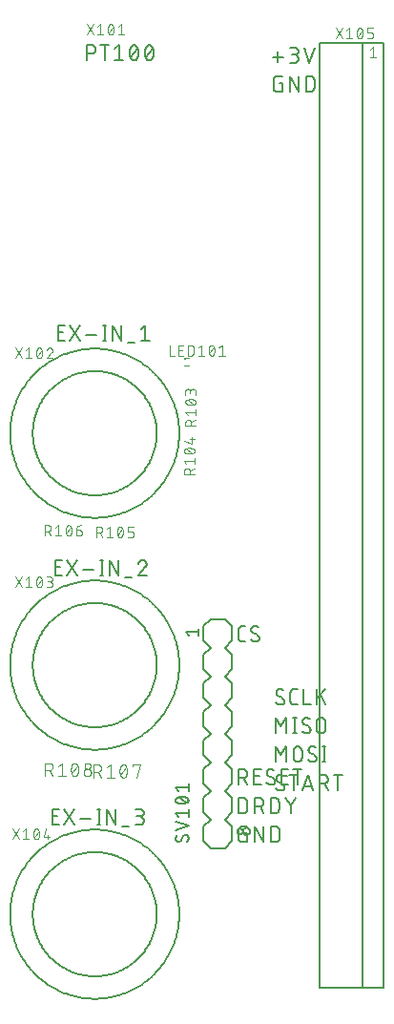
<source format=gbr>
G04 EAGLE Gerber RS-274X export*
G75*
%MOMM*%
%FSLAX34Y34*%
%LPD*%
%INSilkscreen Top*%
%IPPOS*%
%AMOC8*
5,1,8,0,0,1.08239X$1,22.5*%
G01*
%ADD10C,0.127000*%
%ADD11C,0.076200*%
%ADD12C,0.101600*%
%ADD13R,0.250000X0.225000*%
%ADD14C,0.200000*%
%ADD15C,0.152400*%


D10*
X244252Y849494D02*
X253405Y849494D01*
X248828Y844918D02*
X248828Y854071D01*
X259414Y844155D02*
X263228Y844155D01*
X263350Y844157D01*
X263472Y844163D01*
X263594Y844173D01*
X263716Y844186D01*
X263837Y844204D01*
X263957Y844225D01*
X264077Y844251D01*
X264195Y844280D01*
X264313Y844313D01*
X264430Y844349D01*
X264545Y844390D01*
X264659Y844434D01*
X264772Y844481D01*
X264883Y844533D01*
X264992Y844588D01*
X265100Y844646D01*
X265205Y844707D01*
X265309Y844773D01*
X265410Y844841D01*
X265509Y844912D01*
X265606Y844987D01*
X265700Y845065D01*
X265792Y845146D01*
X265881Y845229D01*
X265968Y845316D01*
X266051Y845405D01*
X266132Y845497D01*
X266210Y845591D01*
X266285Y845688D01*
X266356Y845787D01*
X266424Y845888D01*
X266490Y845992D01*
X266551Y846097D01*
X266609Y846205D01*
X266664Y846314D01*
X266716Y846425D01*
X266763Y846538D01*
X266807Y846652D01*
X266848Y846767D01*
X266884Y846884D01*
X266917Y847002D01*
X266946Y847120D01*
X266972Y847240D01*
X266993Y847360D01*
X267011Y847481D01*
X267024Y847603D01*
X267034Y847725D01*
X267040Y847847D01*
X267042Y847969D01*
X267040Y848091D01*
X267034Y848213D01*
X267024Y848335D01*
X267011Y848457D01*
X266993Y848578D01*
X266972Y848698D01*
X266946Y848818D01*
X266917Y848936D01*
X266884Y849054D01*
X266848Y849171D01*
X266807Y849286D01*
X266763Y849400D01*
X266716Y849513D01*
X266664Y849624D01*
X266609Y849733D01*
X266551Y849841D01*
X266490Y849946D01*
X266424Y850050D01*
X266356Y850151D01*
X266285Y850250D01*
X266210Y850347D01*
X266132Y850441D01*
X266051Y850533D01*
X265968Y850622D01*
X265881Y850709D01*
X265792Y850792D01*
X265700Y850873D01*
X265606Y850951D01*
X265509Y851026D01*
X265410Y851097D01*
X265309Y851165D01*
X265205Y851231D01*
X265100Y851292D01*
X264992Y851350D01*
X264883Y851405D01*
X264772Y851457D01*
X264659Y851504D01*
X264545Y851548D01*
X264430Y851589D01*
X264313Y851625D01*
X264195Y851658D01*
X264077Y851687D01*
X263957Y851713D01*
X263837Y851734D01*
X263716Y851752D01*
X263594Y851765D01*
X263472Y851775D01*
X263350Y851781D01*
X263228Y851783D01*
X263991Y857885D02*
X259414Y857885D01*
X263991Y857885D02*
X264100Y857883D01*
X264209Y857877D01*
X264317Y857868D01*
X264425Y857854D01*
X264533Y857837D01*
X264640Y857815D01*
X264746Y857790D01*
X264851Y857761D01*
X264955Y857729D01*
X265057Y857693D01*
X265159Y857653D01*
X265258Y857609D01*
X265357Y857562D01*
X265453Y857512D01*
X265548Y857458D01*
X265640Y857401D01*
X265731Y857340D01*
X265819Y857276D01*
X265905Y857210D01*
X265989Y857140D01*
X266070Y857067D01*
X266148Y856991D01*
X266224Y856913D01*
X266297Y856832D01*
X266367Y856748D01*
X266433Y856662D01*
X266497Y856574D01*
X266558Y856483D01*
X266615Y856391D01*
X266669Y856296D01*
X266719Y856200D01*
X266766Y856101D01*
X266810Y856002D01*
X266850Y855900D01*
X266886Y855798D01*
X266918Y855694D01*
X266947Y855589D01*
X266972Y855483D01*
X266994Y855376D01*
X267011Y855268D01*
X267025Y855160D01*
X267034Y855052D01*
X267040Y854943D01*
X267042Y854834D01*
X267040Y854725D01*
X267034Y854616D01*
X267025Y854508D01*
X267011Y854400D01*
X266994Y854292D01*
X266972Y854185D01*
X266947Y854079D01*
X266918Y853974D01*
X266886Y853870D01*
X266850Y853768D01*
X266810Y853666D01*
X266766Y853567D01*
X266719Y853468D01*
X266669Y853372D01*
X266615Y853277D01*
X266558Y853185D01*
X266497Y853094D01*
X266433Y853006D01*
X266367Y852920D01*
X266297Y852836D01*
X266224Y852755D01*
X266148Y852677D01*
X266070Y852601D01*
X265989Y852528D01*
X265905Y852458D01*
X265819Y852392D01*
X265731Y852328D01*
X265640Y852267D01*
X265548Y852210D01*
X265453Y852156D01*
X265357Y852106D01*
X265258Y852059D01*
X265159Y852015D01*
X265057Y851975D01*
X264955Y851939D01*
X264851Y851907D01*
X264746Y851878D01*
X264640Y851853D01*
X264533Y851831D01*
X264425Y851814D01*
X264317Y851800D01*
X264209Y851791D01*
X264100Y851785D01*
X263991Y851783D01*
X260940Y851783D01*
X272152Y857885D02*
X276728Y844155D01*
X281305Y857885D01*
X252505Y826383D02*
X250217Y826383D01*
X252505Y826383D02*
X252505Y818755D01*
X247928Y818755D01*
X247819Y818757D01*
X247710Y818763D01*
X247602Y818772D01*
X247494Y818786D01*
X247386Y818803D01*
X247279Y818825D01*
X247173Y818850D01*
X247068Y818879D01*
X246964Y818911D01*
X246862Y818947D01*
X246760Y818987D01*
X246661Y819031D01*
X246562Y819078D01*
X246466Y819128D01*
X246371Y819182D01*
X246279Y819239D01*
X246188Y819300D01*
X246100Y819364D01*
X246014Y819430D01*
X245930Y819500D01*
X245849Y819573D01*
X245771Y819649D01*
X245695Y819727D01*
X245622Y819808D01*
X245552Y819892D01*
X245486Y819978D01*
X245422Y820066D01*
X245361Y820157D01*
X245304Y820249D01*
X245250Y820344D01*
X245200Y820440D01*
X245153Y820539D01*
X245109Y820638D01*
X245069Y820740D01*
X245033Y820842D01*
X245001Y820946D01*
X244972Y821051D01*
X244947Y821157D01*
X244925Y821264D01*
X244908Y821372D01*
X244894Y821480D01*
X244885Y821588D01*
X244879Y821697D01*
X244877Y821806D01*
X244877Y829434D01*
X244879Y829543D01*
X244885Y829652D01*
X244894Y829760D01*
X244908Y829868D01*
X244925Y829976D01*
X244947Y830083D01*
X244972Y830189D01*
X245001Y830294D01*
X245033Y830397D01*
X245069Y830500D01*
X245109Y830602D01*
X245153Y830701D01*
X245200Y830800D01*
X245250Y830896D01*
X245304Y830991D01*
X245361Y831083D01*
X245422Y831174D01*
X245486Y831262D01*
X245552Y831348D01*
X245622Y831432D01*
X245695Y831513D01*
X245771Y831591D01*
X245849Y831667D01*
X245930Y831740D01*
X246014Y831810D01*
X246100Y831876D01*
X246188Y831940D01*
X246278Y832001D01*
X246371Y832058D01*
X246466Y832112D01*
X246562Y832162D01*
X246661Y832209D01*
X246760Y832253D01*
X246862Y832293D01*
X246964Y832329D01*
X247068Y832361D01*
X247173Y832390D01*
X247279Y832415D01*
X247386Y832437D01*
X247494Y832454D01*
X247602Y832468D01*
X247710Y832477D01*
X247819Y832483D01*
X247928Y832485D01*
X252505Y832485D01*
X259277Y832485D02*
X259277Y818755D01*
X266905Y818755D02*
X259277Y832485D01*
X266905Y832485D02*
X266905Y818755D01*
X273677Y818755D02*
X273677Y832485D01*
X277491Y832485D01*
X277613Y832483D01*
X277735Y832477D01*
X277857Y832467D01*
X277979Y832454D01*
X278100Y832436D01*
X278220Y832415D01*
X278340Y832389D01*
X278458Y832360D01*
X278576Y832327D01*
X278693Y832291D01*
X278808Y832250D01*
X278922Y832206D01*
X279035Y832159D01*
X279146Y832107D01*
X279255Y832052D01*
X279363Y831994D01*
X279468Y831933D01*
X279572Y831867D01*
X279673Y831799D01*
X279772Y831728D01*
X279869Y831653D01*
X279963Y831575D01*
X280055Y831494D01*
X280144Y831411D01*
X280231Y831324D01*
X280314Y831235D01*
X280395Y831143D01*
X280473Y831049D01*
X280548Y830952D01*
X280619Y830853D01*
X280687Y830752D01*
X280753Y830648D01*
X280814Y830543D01*
X280872Y830435D01*
X280927Y830326D01*
X280979Y830215D01*
X281026Y830102D01*
X281070Y829988D01*
X281111Y829873D01*
X281147Y829756D01*
X281180Y829638D01*
X281209Y829520D01*
X281235Y829400D01*
X281256Y829280D01*
X281274Y829159D01*
X281287Y829037D01*
X281297Y828915D01*
X281303Y828793D01*
X281305Y828671D01*
X281305Y822569D01*
X281303Y822447D01*
X281297Y822325D01*
X281287Y822203D01*
X281274Y822081D01*
X281256Y821960D01*
X281235Y821840D01*
X281209Y821720D01*
X281180Y821602D01*
X281147Y821484D01*
X281111Y821367D01*
X281070Y821252D01*
X281026Y821138D01*
X280979Y821025D01*
X280927Y820914D01*
X280872Y820805D01*
X280814Y820697D01*
X280753Y820592D01*
X280687Y820488D01*
X280619Y820387D01*
X280548Y820288D01*
X280473Y820191D01*
X280395Y820097D01*
X280314Y820005D01*
X280231Y819916D01*
X280144Y819829D01*
X280055Y819746D01*
X279963Y819665D01*
X279869Y819587D01*
X279772Y819512D01*
X279673Y819441D01*
X279572Y819373D01*
X279468Y819307D01*
X279363Y819246D01*
X279255Y819188D01*
X279146Y819133D01*
X279035Y819081D01*
X278922Y819034D01*
X278808Y818990D01*
X278693Y818949D01*
X278576Y818913D01*
X278458Y818880D01*
X278340Y818851D01*
X278220Y818825D01*
X278100Y818804D01*
X277979Y818786D01*
X277857Y818773D01*
X277735Y818763D01*
X277613Y818757D01*
X277491Y818755D01*
X273677Y818755D01*
X213995Y192165D02*
X213995Y178435D01*
X213995Y192165D02*
X217809Y192165D01*
X217931Y192163D01*
X218053Y192157D01*
X218175Y192147D01*
X218297Y192134D01*
X218418Y192116D01*
X218538Y192095D01*
X218658Y192069D01*
X218776Y192040D01*
X218894Y192007D01*
X219011Y191971D01*
X219126Y191930D01*
X219240Y191886D01*
X219353Y191839D01*
X219464Y191787D01*
X219573Y191732D01*
X219681Y191674D01*
X219786Y191613D01*
X219890Y191547D01*
X219991Y191479D01*
X220090Y191408D01*
X220187Y191333D01*
X220281Y191255D01*
X220373Y191174D01*
X220462Y191091D01*
X220549Y191004D01*
X220632Y190915D01*
X220713Y190823D01*
X220791Y190729D01*
X220866Y190632D01*
X220937Y190533D01*
X221005Y190432D01*
X221071Y190328D01*
X221132Y190223D01*
X221190Y190115D01*
X221245Y190006D01*
X221297Y189895D01*
X221344Y189782D01*
X221388Y189668D01*
X221429Y189553D01*
X221465Y189436D01*
X221498Y189318D01*
X221527Y189200D01*
X221553Y189080D01*
X221574Y188960D01*
X221592Y188839D01*
X221605Y188717D01*
X221615Y188595D01*
X221621Y188473D01*
X221623Y188351D01*
X221623Y182249D01*
X221621Y182127D01*
X221615Y182005D01*
X221605Y181883D01*
X221592Y181761D01*
X221574Y181640D01*
X221553Y181520D01*
X221527Y181400D01*
X221498Y181282D01*
X221465Y181164D01*
X221429Y181047D01*
X221388Y180932D01*
X221344Y180818D01*
X221297Y180705D01*
X221245Y180594D01*
X221190Y180485D01*
X221132Y180377D01*
X221071Y180272D01*
X221005Y180168D01*
X220937Y180067D01*
X220866Y179968D01*
X220791Y179871D01*
X220713Y179777D01*
X220632Y179685D01*
X220549Y179596D01*
X220462Y179509D01*
X220373Y179426D01*
X220281Y179345D01*
X220187Y179267D01*
X220090Y179192D01*
X219991Y179121D01*
X219890Y179053D01*
X219786Y178987D01*
X219681Y178926D01*
X219573Y178868D01*
X219464Y178813D01*
X219353Y178761D01*
X219240Y178714D01*
X219126Y178670D01*
X219011Y178629D01*
X218894Y178593D01*
X218776Y178560D01*
X218658Y178531D01*
X218538Y178505D01*
X218418Y178484D01*
X218297Y178466D01*
X218175Y178453D01*
X218053Y178443D01*
X217931Y178437D01*
X217809Y178435D01*
X213995Y178435D01*
X228484Y178435D02*
X228484Y192165D01*
X232298Y192165D01*
X232420Y192163D01*
X232542Y192157D01*
X232664Y192147D01*
X232786Y192134D01*
X232907Y192116D01*
X233027Y192095D01*
X233147Y192069D01*
X233265Y192040D01*
X233383Y192007D01*
X233500Y191971D01*
X233615Y191930D01*
X233729Y191886D01*
X233842Y191839D01*
X233953Y191787D01*
X234062Y191732D01*
X234170Y191674D01*
X234275Y191613D01*
X234379Y191547D01*
X234480Y191479D01*
X234579Y191408D01*
X234676Y191333D01*
X234770Y191255D01*
X234862Y191174D01*
X234951Y191091D01*
X235038Y191004D01*
X235121Y190915D01*
X235202Y190823D01*
X235280Y190729D01*
X235355Y190632D01*
X235426Y190533D01*
X235494Y190432D01*
X235560Y190328D01*
X235621Y190223D01*
X235679Y190115D01*
X235734Y190006D01*
X235786Y189895D01*
X235833Y189782D01*
X235877Y189668D01*
X235918Y189553D01*
X235954Y189436D01*
X235987Y189318D01*
X236016Y189200D01*
X236042Y189080D01*
X236063Y188960D01*
X236081Y188839D01*
X236094Y188717D01*
X236104Y188595D01*
X236110Y188473D01*
X236112Y188351D01*
X236110Y188229D01*
X236104Y188107D01*
X236094Y187985D01*
X236081Y187863D01*
X236063Y187742D01*
X236042Y187622D01*
X236016Y187502D01*
X235987Y187384D01*
X235954Y187266D01*
X235918Y187149D01*
X235877Y187034D01*
X235833Y186920D01*
X235786Y186807D01*
X235734Y186696D01*
X235679Y186587D01*
X235621Y186479D01*
X235560Y186374D01*
X235494Y186270D01*
X235426Y186169D01*
X235355Y186070D01*
X235280Y185973D01*
X235202Y185879D01*
X235121Y185787D01*
X235038Y185698D01*
X234951Y185611D01*
X234862Y185528D01*
X234770Y185447D01*
X234676Y185369D01*
X234579Y185294D01*
X234480Y185223D01*
X234379Y185155D01*
X234275Y185089D01*
X234170Y185028D01*
X234062Y184970D01*
X233953Y184915D01*
X233842Y184863D01*
X233729Y184816D01*
X233615Y184772D01*
X233500Y184731D01*
X233383Y184695D01*
X233265Y184662D01*
X233147Y184633D01*
X233027Y184607D01*
X232907Y184586D01*
X232786Y184568D01*
X232664Y184555D01*
X232542Y184545D01*
X232420Y184539D01*
X232298Y184537D01*
X228484Y184537D01*
X233061Y184537D02*
X236112Y178435D01*
X242345Y178435D02*
X242345Y192165D01*
X246159Y192165D01*
X246281Y192163D01*
X246403Y192157D01*
X246525Y192147D01*
X246647Y192134D01*
X246768Y192116D01*
X246888Y192095D01*
X247008Y192069D01*
X247126Y192040D01*
X247244Y192007D01*
X247361Y191971D01*
X247476Y191930D01*
X247590Y191886D01*
X247703Y191839D01*
X247814Y191787D01*
X247923Y191732D01*
X248031Y191674D01*
X248136Y191613D01*
X248240Y191547D01*
X248341Y191479D01*
X248440Y191408D01*
X248537Y191333D01*
X248631Y191255D01*
X248723Y191174D01*
X248812Y191091D01*
X248899Y191004D01*
X248982Y190915D01*
X249063Y190823D01*
X249141Y190729D01*
X249216Y190632D01*
X249287Y190533D01*
X249355Y190432D01*
X249421Y190328D01*
X249482Y190223D01*
X249540Y190115D01*
X249595Y190006D01*
X249647Y189895D01*
X249694Y189782D01*
X249738Y189668D01*
X249779Y189553D01*
X249815Y189436D01*
X249848Y189318D01*
X249877Y189200D01*
X249903Y189080D01*
X249924Y188960D01*
X249942Y188839D01*
X249955Y188717D01*
X249965Y188595D01*
X249971Y188473D01*
X249973Y188351D01*
X249973Y182249D01*
X249971Y182127D01*
X249965Y182005D01*
X249955Y181883D01*
X249942Y181761D01*
X249924Y181640D01*
X249903Y181520D01*
X249877Y181400D01*
X249848Y181282D01*
X249815Y181164D01*
X249779Y181047D01*
X249738Y180932D01*
X249694Y180818D01*
X249647Y180705D01*
X249595Y180594D01*
X249540Y180485D01*
X249482Y180377D01*
X249421Y180272D01*
X249355Y180168D01*
X249287Y180067D01*
X249216Y179968D01*
X249141Y179871D01*
X249063Y179777D01*
X248982Y179685D01*
X248899Y179596D01*
X248812Y179509D01*
X248723Y179426D01*
X248631Y179345D01*
X248537Y179267D01*
X248440Y179192D01*
X248341Y179121D01*
X248240Y179053D01*
X248136Y178987D01*
X248031Y178926D01*
X247923Y178868D01*
X247814Y178813D01*
X247703Y178761D01*
X247590Y178714D01*
X247476Y178670D01*
X247361Y178629D01*
X247244Y178593D01*
X247126Y178560D01*
X247008Y178531D01*
X246888Y178505D01*
X246768Y178484D01*
X246647Y178466D01*
X246525Y178453D01*
X246403Y178443D01*
X246281Y178437D01*
X246159Y178435D01*
X242345Y178435D01*
X255532Y192165D02*
X260109Y185681D01*
X264686Y192165D01*
X260109Y185681D02*
X260109Y178435D01*
X213995Y203835D02*
X213995Y217565D01*
X217809Y217565D01*
X217931Y217563D01*
X218053Y217557D01*
X218175Y217547D01*
X218297Y217534D01*
X218418Y217516D01*
X218538Y217495D01*
X218658Y217469D01*
X218776Y217440D01*
X218894Y217407D01*
X219011Y217371D01*
X219126Y217330D01*
X219240Y217286D01*
X219353Y217239D01*
X219464Y217187D01*
X219573Y217132D01*
X219681Y217074D01*
X219786Y217013D01*
X219890Y216947D01*
X219991Y216879D01*
X220090Y216808D01*
X220187Y216733D01*
X220281Y216655D01*
X220373Y216574D01*
X220462Y216491D01*
X220549Y216404D01*
X220632Y216315D01*
X220713Y216223D01*
X220791Y216129D01*
X220866Y216032D01*
X220937Y215933D01*
X221005Y215832D01*
X221071Y215728D01*
X221132Y215623D01*
X221190Y215515D01*
X221245Y215406D01*
X221297Y215295D01*
X221344Y215182D01*
X221388Y215068D01*
X221429Y214953D01*
X221465Y214836D01*
X221498Y214718D01*
X221527Y214600D01*
X221553Y214480D01*
X221574Y214360D01*
X221592Y214239D01*
X221605Y214117D01*
X221615Y213995D01*
X221621Y213873D01*
X221623Y213751D01*
X221621Y213629D01*
X221615Y213507D01*
X221605Y213385D01*
X221592Y213263D01*
X221574Y213142D01*
X221553Y213022D01*
X221527Y212902D01*
X221498Y212784D01*
X221465Y212666D01*
X221429Y212549D01*
X221388Y212434D01*
X221344Y212320D01*
X221297Y212207D01*
X221245Y212096D01*
X221190Y211987D01*
X221132Y211879D01*
X221071Y211774D01*
X221005Y211670D01*
X220937Y211569D01*
X220866Y211470D01*
X220791Y211373D01*
X220713Y211279D01*
X220632Y211187D01*
X220549Y211098D01*
X220462Y211011D01*
X220373Y210928D01*
X220281Y210847D01*
X220187Y210769D01*
X220090Y210694D01*
X219991Y210623D01*
X219890Y210555D01*
X219786Y210489D01*
X219681Y210428D01*
X219573Y210370D01*
X219464Y210315D01*
X219353Y210263D01*
X219240Y210216D01*
X219126Y210172D01*
X219011Y210131D01*
X218894Y210095D01*
X218776Y210062D01*
X218658Y210033D01*
X218538Y210007D01*
X218418Y209986D01*
X218297Y209968D01*
X218175Y209955D01*
X218053Y209945D01*
X217931Y209939D01*
X217809Y209937D01*
X213995Y209937D01*
X218572Y209937D02*
X221623Y203835D01*
X227883Y203835D02*
X233985Y203835D01*
X227883Y203835D02*
X227883Y217565D01*
X233985Y217565D01*
X232460Y211463D02*
X227883Y211463D01*
X243232Y203835D02*
X243341Y203837D01*
X243450Y203843D01*
X243558Y203852D01*
X243666Y203866D01*
X243774Y203883D01*
X243881Y203905D01*
X243987Y203930D01*
X244092Y203959D01*
X244196Y203991D01*
X244298Y204027D01*
X244400Y204067D01*
X244499Y204111D01*
X244598Y204158D01*
X244694Y204208D01*
X244789Y204262D01*
X244882Y204319D01*
X244972Y204380D01*
X245060Y204444D01*
X245146Y204510D01*
X245230Y204580D01*
X245311Y204653D01*
X245389Y204729D01*
X245465Y204807D01*
X245538Y204888D01*
X245608Y204972D01*
X245674Y205058D01*
X245738Y205146D01*
X245799Y205237D01*
X245856Y205329D01*
X245910Y205424D01*
X245960Y205520D01*
X246007Y205619D01*
X246051Y205718D01*
X246091Y205820D01*
X246127Y205923D01*
X246159Y206026D01*
X246188Y206131D01*
X246213Y206237D01*
X246235Y206344D01*
X246252Y206452D01*
X246266Y206560D01*
X246275Y206668D01*
X246281Y206777D01*
X246283Y206886D01*
X243232Y203835D02*
X243073Y203837D01*
X242914Y203843D01*
X242755Y203853D01*
X242597Y203866D01*
X242439Y203884D01*
X242281Y203905D01*
X242124Y203931D01*
X241968Y203960D01*
X241813Y203993D01*
X241658Y204030D01*
X241504Y204071D01*
X241351Y204115D01*
X241200Y204164D01*
X241050Y204216D01*
X240901Y204271D01*
X240753Y204331D01*
X240607Y204394D01*
X240463Y204460D01*
X240320Y204530D01*
X240179Y204604D01*
X240040Y204681D01*
X239903Y204761D01*
X239768Y204845D01*
X239635Y204932D01*
X239504Y205023D01*
X239375Y205116D01*
X239249Y205213D01*
X239125Y205313D01*
X239004Y205416D01*
X238885Y205522D01*
X238769Y205630D01*
X238656Y205742D01*
X239037Y214514D02*
X239039Y214623D01*
X239045Y214732D01*
X239054Y214840D01*
X239068Y214948D01*
X239085Y215056D01*
X239107Y215163D01*
X239132Y215269D01*
X239161Y215374D01*
X239193Y215478D01*
X239229Y215580D01*
X239269Y215682D01*
X239313Y215781D01*
X239360Y215880D01*
X239410Y215976D01*
X239464Y216071D01*
X239521Y216163D01*
X239582Y216254D01*
X239646Y216342D01*
X239712Y216428D01*
X239782Y216512D01*
X239855Y216593D01*
X239931Y216671D01*
X240009Y216747D01*
X240090Y216820D01*
X240174Y216890D01*
X240260Y216956D01*
X240348Y217020D01*
X240439Y217081D01*
X240531Y217138D01*
X240626Y217192D01*
X240722Y217242D01*
X240821Y217289D01*
X240920Y217333D01*
X241022Y217373D01*
X241124Y217409D01*
X241228Y217441D01*
X241333Y217470D01*
X241439Y217495D01*
X241546Y217517D01*
X241654Y217534D01*
X241762Y217548D01*
X241870Y217557D01*
X241979Y217563D01*
X242088Y217565D01*
X242235Y217563D01*
X242382Y217557D01*
X242529Y217548D01*
X242676Y217535D01*
X242822Y217518D01*
X242968Y217497D01*
X243113Y217472D01*
X243258Y217444D01*
X243402Y217412D01*
X243544Y217377D01*
X243686Y217337D01*
X243827Y217294D01*
X243967Y217248D01*
X244105Y217198D01*
X244242Y217144D01*
X244378Y217087D01*
X244512Y217026D01*
X244645Y216962D01*
X244776Y216894D01*
X244905Y216823D01*
X245032Y216749D01*
X245157Y216672D01*
X245281Y216591D01*
X245402Y216508D01*
X245521Y216421D01*
X240563Y211844D02*
X240468Y211902D01*
X240376Y211964D01*
X240285Y212028D01*
X240198Y212096D01*
X240112Y212167D01*
X240030Y212241D01*
X239950Y212318D01*
X239872Y212397D01*
X239798Y212480D01*
X239727Y212565D01*
X239659Y212652D01*
X239594Y212742D01*
X239532Y212834D01*
X239473Y212929D01*
X239418Y213025D01*
X239367Y213123D01*
X239319Y213223D01*
X239274Y213325D01*
X239234Y213428D01*
X239196Y213533D01*
X239163Y213638D01*
X239134Y213745D01*
X239108Y213853D01*
X239087Y213962D01*
X239069Y214072D01*
X239055Y214182D01*
X239045Y214292D01*
X239039Y214403D01*
X239037Y214514D01*
X244757Y209556D02*
X244852Y209498D01*
X244944Y209436D01*
X245035Y209372D01*
X245122Y209304D01*
X245208Y209233D01*
X245290Y209159D01*
X245370Y209082D01*
X245448Y209003D01*
X245522Y208920D01*
X245593Y208835D01*
X245661Y208748D01*
X245726Y208658D01*
X245788Y208566D01*
X245847Y208471D01*
X245902Y208375D01*
X245953Y208277D01*
X246001Y208177D01*
X246046Y208075D01*
X246086Y207972D01*
X246124Y207867D01*
X246157Y207762D01*
X246186Y207655D01*
X246212Y207547D01*
X246233Y207438D01*
X246251Y207328D01*
X246265Y207218D01*
X246275Y207108D01*
X246281Y206997D01*
X246283Y206886D01*
X244758Y209556D02*
X240562Y211844D01*
X252183Y203835D02*
X258285Y203835D01*
X252183Y203835D02*
X252183Y217565D01*
X258285Y217565D01*
X256760Y211463D02*
X252183Y211463D01*
X266319Y217565D02*
X266319Y203835D01*
X262505Y217565D02*
X270133Y217565D01*
X254643Y201806D02*
X254641Y201697D01*
X254635Y201588D01*
X254626Y201480D01*
X254612Y201372D01*
X254595Y201264D01*
X254573Y201157D01*
X254548Y201051D01*
X254519Y200946D01*
X254487Y200843D01*
X254451Y200740D01*
X254411Y200638D01*
X254367Y200539D01*
X254320Y200440D01*
X254270Y200344D01*
X254216Y200249D01*
X254159Y200157D01*
X254098Y200066D01*
X254034Y199978D01*
X253968Y199892D01*
X253898Y199808D01*
X253825Y199727D01*
X253749Y199649D01*
X253671Y199573D01*
X253590Y199500D01*
X253506Y199430D01*
X253420Y199364D01*
X253332Y199300D01*
X253242Y199239D01*
X253149Y199182D01*
X253054Y199128D01*
X252958Y199078D01*
X252859Y199031D01*
X252760Y198987D01*
X252658Y198947D01*
X252556Y198911D01*
X252452Y198879D01*
X252347Y198850D01*
X252241Y198825D01*
X252134Y198803D01*
X252026Y198786D01*
X251918Y198772D01*
X251810Y198763D01*
X251701Y198757D01*
X251592Y198755D01*
X251433Y198757D01*
X251274Y198763D01*
X251115Y198773D01*
X250957Y198786D01*
X250799Y198804D01*
X250641Y198825D01*
X250484Y198851D01*
X250328Y198880D01*
X250173Y198913D01*
X250018Y198950D01*
X249864Y198991D01*
X249711Y199035D01*
X249560Y199084D01*
X249410Y199136D01*
X249261Y199191D01*
X249113Y199251D01*
X248967Y199314D01*
X248823Y199380D01*
X248680Y199450D01*
X248539Y199524D01*
X248400Y199601D01*
X248263Y199681D01*
X248128Y199765D01*
X247995Y199852D01*
X247864Y199943D01*
X247735Y200036D01*
X247609Y200133D01*
X247485Y200233D01*
X247364Y200336D01*
X247245Y200442D01*
X247129Y200550D01*
X247016Y200662D01*
X247397Y209434D02*
X247399Y209543D01*
X247405Y209652D01*
X247414Y209760D01*
X247428Y209868D01*
X247445Y209976D01*
X247467Y210083D01*
X247492Y210189D01*
X247521Y210294D01*
X247553Y210398D01*
X247589Y210500D01*
X247629Y210602D01*
X247673Y210701D01*
X247720Y210800D01*
X247770Y210896D01*
X247824Y210991D01*
X247881Y211083D01*
X247942Y211174D01*
X248006Y211262D01*
X248072Y211348D01*
X248142Y211432D01*
X248215Y211513D01*
X248291Y211591D01*
X248369Y211667D01*
X248450Y211740D01*
X248534Y211810D01*
X248620Y211876D01*
X248708Y211940D01*
X248799Y212001D01*
X248891Y212058D01*
X248986Y212112D01*
X249082Y212162D01*
X249181Y212209D01*
X249280Y212253D01*
X249382Y212293D01*
X249484Y212329D01*
X249588Y212361D01*
X249693Y212390D01*
X249799Y212415D01*
X249906Y212437D01*
X250014Y212454D01*
X250122Y212468D01*
X250230Y212477D01*
X250339Y212483D01*
X250448Y212485D01*
X250595Y212483D01*
X250742Y212477D01*
X250889Y212468D01*
X251036Y212455D01*
X251182Y212438D01*
X251328Y212417D01*
X251473Y212392D01*
X251618Y212364D01*
X251762Y212332D01*
X251904Y212297D01*
X252046Y212257D01*
X252187Y212214D01*
X252327Y212168D01*
X252465Y212118D01*
X252602Y212064D01*
X252738Y212007D01*
X252872Y211946D01*
X253005Y211882D01*
X253136Y211814D01*
X253265Y211743D01*
X253392Y211669D01*
X253517Y211592D01*
X253641Y211511D01*
X253762Y211428D01*
X253881Y211341D01*
X248922Y206764D02*
X248827Y206822D01*
X248735Y206884D01*
X248644Y206948D01*
X248557Y207016D01*
X248471Y207087D01*
X248389Y207161D01*
X248309Y207238D01*
X248231Y207317D01*
X248157Y207400D01*
X248086Y207485D01*
X248018Y207572D01*
X247953Y207662D01*
X247891Y207754D01*
X247832Y207849D01*
X247777Y207945D01*
X247726Y208043D01*
X247678Y208143D01*
X247633Y208245D01*
X247593Y208348D01*
X247555Y208453D01*
X247522Y208558D01*
X247493Y208665D01*
X247467Y208773D01*
X247446Y208882D01*
X247428Y208992D01*
X247414Y209102D01*
X247404Y209212D01*
X247398Y209323D01*
X247396Y209434D01*
X253117Y204476D02*
X253212Y204418D01*
X253304Y204356D01*
X253395Y204292D01*
X253482Y204224D01*
X253568Y204153D01*
X253650Y204079D01*
X253730Y204002D01*
X253808Y203923D01*
X253882Y203840D01*
X253953Y203755D01*
X254021Y203668D01*
X254086Y203578D01*
X254148Y203486D01*
X254207Y203391D01*
X254262Y203295D01*
X254313Y203197D01*
X254361Y203097D01*
X254406Y202995D01*
X254446Y202892D01*
X254484Y202787D01*
X254517Y202682D01*
X254546Y202575D01*
X254572Y202467D01*
X254593Y202358D01*
X254611Y202248D01*
X254625Y202138D01*
X254635Y202028D01*
X254641Y201917D01*
X254643Y201806D01*
X253117Y204476D02*
X248922Y206764D01*
X262979Y212485D02*
X262979Y198755D01*
X259165Y212485D02*
X266793Y212485D01*
X275579Y212485D02*
X271002Y198755D01*
X280156Y198755D02*
X275579Y212485D01*
X279011Y202188D02*
X272146Y202188D01*
X285804Y198755D02*
X285804Y212485D01*
X289618Y212485D01*
X289740Y212483D01*
X289862Y212477D01*
X289984Y212467D01*
X290106Y212454D01*
X290227Y212436D01*
X290347Y212415D01*
X290467Y212389D01*
X290585Y212360D01*
X290703Y212327D01*
X290820Y212291D01*
X290935Y212250D01*
X291049Y212206D01*
X291162Y212159D01*
X291273Y212107D01*
X291382Y212052D01*
X291490Y211994D01*
X291595Y211933D01*
X291699Y211867D01*
X291800Y211799D01*
X291899Y211728D01*
X291996Y211653D01*
X292090Y211575D01*
X292182Y211494D01*
X292271Y211411D01*
X292358Y211324D01*
X292441Y211235D01*
X292522Y211143D01*
X292600Y211049D01*
X292675Y210952D01*
X292746Y210853D01*
X292814Y210752D01*
X292880Y210648D01*
X292941Y210543D01*
X292999Y210435D01*
X293054Y210326D01*
X293106Y210215D01*
X293153Y210102D01*
X293197Y209988D01*
X293238Y209873D01*
X293274Y209756D01*
X293307Y209638D01*
X293336Y209520D01*
X293362Y209400D01*
X293383Y209280D01*
X293401Y209159D01*
X293414Y209037D01*
X293424Y208915D01*
X293430Y208793D01*
X293432Y208671D01*
X293430Y208549D01*
X293424Y208427D01*
X293414Y208305D01*
X293401Y208183D01*
X293383Y208062D01*
X293362Y207942D01*
X293336Y207822D01*
X293307Y207704D01*
X293274Y207586D01*
X293238Y207469D01*
X293197Y207354D01*
X293153Y207240D01*
X293106Y207127D01*
X293054Y207016D01*
X292999Y206907D01*
X292941Y206799D01*
X292880Y206694D01*
X292814Y206590D01*
X292746Y206489D01*
X292675Y206390D01*
X292600Y206293D01*
X292522Y206199D01*
X292441Y206107D01*
X292358Y206018D01*
X292271Y205931D01*
X292182Y205848D01*
X292090Y205767D01*
X291996Y205689D01*
X291899Y205614D01*
X291800Y205543D01*
X291699Y205475D01*
X291595Y205409D01*
X291490Y205348D01*
X291382Y205290D01*
X291273Y205235D01*
X291162Y205183D01*
X291049Y205136D01*
X290935Y205092D01*
X290820Y205051D01*
X290703Y205015D01*
X290585Y204982D01*
X290467Y204953D01*
X290347Y204927D01*
X290227Y204906D01*
X290106Y204888D01*
X289984Y204875D01*
X289862Y204865D01*
X289740Y204859D01*
X289618Y204857D01*
X285804Y204857D01*
X290381Y204857D02*
X293432Y198755D01*
X302129Y198755D02*
X302129Y212485D01*
X298315Y212485D02*
X305943Y212485D01*
X220097Y330835D02*
X217046Y330835D01*
X216937Y330837D01*
X216828Y330843D01*
X216720Y330852D01*
X216612Y330866D01*
X216504Y330883D01*
X216397Y330905D01*
X216291Y330930D01*
X216186Y330959D01*
X216082Y330991D01*
X215980Y331027D01*
X215878Y331067D01*
X215779Y331111D01*
X215680Y331158D01*
X215584Y331208D01*
X215489Y331262D01*
X215397Y331319D01*
X215306Y331380D01*
X215218Y331444D01*
X215132Y331510D01*
X215048Y331580D01*
X214967Y331653D01*
X214889Y331729D01*
X214813Y331807D01*
X214740Y331888D01*
X214670Y331972D01*
X214604Y332058D01*
X214540Y332146D01*
X214479Y332237D01*
X214422Y332329D01*
X214368Y332424D01*
X214318Y332520D01*
X214271Y332619D01*
X214227Y332718D01*
X214187Y332820D01*
X214151Y332922D01*
X214119Y333026D01*
X214090Y333131D01*
X214065Y333237D01*
X214043Y333344D01*
X214026Y333452D01*
X214012Y333560D01*
X214003Y333668D01*
X213997Y333777D01*
X213995Y333886D01*
X213995Y341514D01*
X213997Y341623D01*
X214003Y341732D01*
X214012Y341840D01*
X214026Y341948D01*
X214043Y342056D01*
X214065Y342163D01*
X214090Y342269D01*
X214119Y342374D01*
X214151Y342477D01*
X214187Y342580D01*
X214227Y342682D01*
X214271Y342781D01*
X214318Y342880D01*
X214368Y342976D01*
X214422Y343071D01*
X214479Y343163D01*
X214540Y343254D01*
X214604Y343342D01*
X214670Y343428D01*
X214740Y343512D01*
X214813Y343593D01*
X214889Y343671D01*
X214967Y343747D01*
X215048Y343820D01*
X215132Y343890D01*
X215218Y343956D01*
X215306Y344020D01*
X215396Y344081D01*
X215489Y344138D01*
X215584Y344192D01*
X215680Y344242D01*
X215779Y344289D01*
X215878Y344333D01*
X215980Y344373D01*
X216082Y344409D01*
X216186Y344441D01*
X216291Y344470D01*
X216397Y344495D01*
X216504Y344517D01*
X216612Y344534D01*
X216720Y344548D01*
X216828Y344557D01*
X216937Y344563D01*
X217046Y344565D01*
X220097Y344565D01*
X232463Y333886D02*
X232461Y333777D01*
X232455Y333668D01*
X232446Y333560D01*
X232432Y333452D01*
X232415Y333344D01*
X232393Y333237D01*
X232368Y333131D01*
X232339Y333026D01*
X232307Y332923D01*
X232271Y332820D01*
X232231Y332718D01*
X232187Y332619D01*
X232140Y332520D01*
X232090Y332424D01*
X232036Y332329D01*
X231979Y332237D01*
X231918Y332146D01*
X231854Y332058D01*
X231788Y331972D01*
X231718Y331888D01*
X231645Y331807D01*
X231569Y331729D01*
X231491Y331653D01*
X231410Y331580D01*
X231326Y331510D01*
X231240Y331444D01*
X231152Y331380D01*
X231062Y331319D01*
X230969Y331262D01*
X230874Y331208D01*
X230778Y331158D01*
X230679Y331111D01*
X230580Y331067D01*
X230478Y331027D01*
X230376Y330991D01*
X230272Y330959D01*
X230167Y330930D01*
X230061Y330905D01*
X229954Y330883D01*
X229846Y330866D01*
X229738Y330852D01*
X229630Y330843D01*
X229521Y330837D01*
X229412Y330835D01*
X229253Y330837D01*
X229094Y330843D01*
X228935Y330853D01*
X228777Y330866D01*
X228619Y330884D01*
X228461Y330905D01*
X228304Y330931D01*
X228148Y330960D01*
X227993Y330993D01*
X227838Y331030D01*
X227684Y331071D01*
X227531Y331115D01*
X227380Y331164D01*
X227230Y331216D01*
X227081Y331271D01*
X226933Y331331D01*
X226787Y331394D01*
X226643Y331460D01*
X226500Y331530D01*
X226359Y331604D01*
X226220Y331681D01*
X226083Y331761D01*
X225948Y331845D01*
X225815Y331932D01*
X225684Y332023D01*
X225555Y332116D01*
X225429Y332213D01*
X225305Y332313D01*
X225184Y332416D01*
X225065Y332522D01*
X224949Y332630D01*
X224836Y332742D01*
X225217Y341514D02*
X225219Y341623D01*
X225225Y341732D01*
X225234Y341840D01*
X225248Y341948D01*
X225265Y342056D01*
X225287Y342163D01*
X225312Y342269D01*
X225341Y342374D01*
X225373Y342478D01*
X225409Y342580D01*
X225449Y342682D01*
X225493Y342781D01*
X225540Y342880D01*
X225590Y342976D01*
X225644Y343071D01*
X225701Y343163D01*
X225762Y343254D01*
X225826Y343342D01*
X225892Y343428D01*
X225962Y343512D01*
X226035Y343593D01*
X226111Y343671D01*
X226189Y343747D01*
X226270Y343820D01*
X226354Y343890D01*
X226440Y343956D01*
X226528Y344020D01*
X226619Y344081D01*
X226711Y344138D01*
X226806Y344192D01*
X226902Y344242D01*
X227001Y344289D01*
X227100Y344333D01*
X227202Y344373D01*
X227304Y344409D01*
X227408Y344441D01*
X227513Y344470D01*
X227619Y344495D01*
X227726Y344517D01*
X227834Y344534D01*
X227942Y344548D01*
X228050Y344557D01*
X228159Y344563D01*
X228268Y344565D01*
X228415Y344563D01*
X228562Y344557D01*
X228709Y344548D01*
X228856Y344535D01*
X229002Y344518D01*
X229148Y344497D01*
X229293Y344472D01*
X229438Y344444D01*
X229582Y344412D01*
X229724Y344377D01*
X229866Y344337D01*
X230007Y344294D01*
X230147Y344248D01*
X230285Y344198D01*
X230422Y344144D01*
X230558Y344087D01*
X230692Y344026D01*
X230825Y343962D01*
X230956Y343894D01*
X231085Y343823D01*
X231212Y343749D01*
X231337Y343672D01*
X231461Y343591D01*
X231582Y343508D01*
X231701Y343421D01*
X226743Y338844D02*
X226648Y338902D01*
X226556Y338964D01*
X226465Y339028D01*
X226378Y339096D01*
X226292Y339167D01*
X226210Y339241D01*
X226130Y339318D01*
X226052Y339397D01*
X225978Y339480D01*
X225907Y339565D01*
X225839Y339652D01*
X225774Y339742D01*
X225712Y339834D01*
X225653Y339929D01*
X225598Y340025D01*
X225547Y340123D01*
X225499Y340223D01*
X225454Y340325D01*
X225414Y340428D01*
X225376Y340533D01*
X225343Y340638D01*
X225314Y340745D01*
X225288Y340853D01*
X225267Y340962D01*
X225249Y341072D01*
X225235Y341182D01*
X225225Y341292D01*
X225219Y341403D01*
X225217Y341514D01*
X230937Y336556D02*
X231032Y336498D01*
X231124Y336436D01*
X231215Y336372D01*
X231302Y336304D01*
X231388Y336233D01*
X231470Y336159D01*
X231550Y336082D01*
X231628Y336003D01*
X231702Y335920D01*
X231773Y335835D01*
X231841Y335748D01*
X231906Y335658D01*
X231968Y335566D01*
X232027Y335471D01*
X232082Y335375D01*
X232133Y335277D01*
X232181Y335177D01*
X232226Y335075D01*
X232266Y334972D01*
X232304Y334867D01*
X232337Y334762D01*
X232366Y334655D01*
X232392Y334547D01*
X232413Y334438D01*
X232431Y334328D01*
X232445Y334218D01*
X232455Y334108D01*
X232461Y333997D01*
X232463Y333886D01*
X230938Y336556D02*
X226742Y338844D01*
X247015Y263285D02*
X247015Y249555D01*
X251592Y255657D02*
X247015Y263285D01*
X251592Y255657D02*
X256168Y263285D01*
X256168Y249555D01*
X263742Y249555D02*
X263742Y263285D01*
X262216Y249555D02*
X265267Y249555D01*
X265267Y263285D02*
X262216Y263285D01*
X274854Y249555D02*
X274963Y249557D01*
X275072Y249563D01*
X275180Y249572D01*
X275288Y249586D01*
X275396Y249603D01*
X275503Y249625D01*
X275609Y249650D01*
X275714Y249679D01*
X275818Y249711D01*
X275920Y249747D01*
X276022Y249787D01*
X276121Y249831D01*
X276220Y249878D01*
X276316Y249928D01*
X276411Y249982D01*
X276504Y250039D01*
X276594Y250100D01*
X276682Y250164D01*
X276768Y250230D01*
X276852Y250300D01*
X276933Y250373D01*
X277011Y250449D01*
X277087Y250527D01*
X277160Y250608D01*
X277230Y250692D01*
X277296Y250778D01*
X277360Y250866D01*
X277421Y250957D01*
X277478Y251049D01*
X277532Y251144D01*
X277582Y251240D01*
X277629Y251339D01*
X277673Y251438D01*
X277713Y251540D01*
X277749Y251643D01*
X277781Y251746D01*
X277810Y251851D01*
X277835Y251957D01*
X277857Y252064D01*
X277874Y252172D01*
X277888Y252280D01*
X277897Y252388D01*
X277903Y252497D01*
X277905Y252606D01*
X274854Y249555D02*
X274695Y249557D01*
X274536Y249563D01*
X274377Y249573D01*
X274219Y249586D01*
X274061Y249604D01*
X273903Y249625D01*
X273746Y249651D01*
X273590Y249680D01*
X273435Y249713D01*
X273280Y249750D01*
X273126Y249791D01*
X272973Y249835D01*
X272822Y249884D01*
X272672Y249936D01*
X272523Y249991D01*
X272375Y250051D01*
X272229Y250114D01*
X272085Y250180D01*
X271942Y250250D01*
X271801Y250324D01*
X271662Y250401D01*
X271525Y250481D01*
X271390Y250565D01*
X271257Y250652D01*
X271126Y250743D01*
X270997Y250836D01*
X270871Y250933D01*
X270747Y251033D01*
X270626Y251136D01*
X270507Y251242D01*
X270391Y251350D01*
X270278Y251462D01*
X270659Y260234D02*
X270661Y260343D01*
X270667Y260452D01*
X270676Y260560D01*
X270690Y260668D01*
X270707Y260776D01*
X270729Y260883D01*
X270754Y260989D01*
X270783Y261094D01*
X270815Y261198D01*
X270851Y261300D01*
X270891Y261402D01*
X270935Y261501D01*
X270982Y261600D01*
X271032Y261696D01*
X271086Y261791D01*
X271143Y261883D01*
X271204Y261974D01*
X271268Y262062D01*
X271334Y262148D01*
X271404Y262232D01*
X271477Y262313D01*
X271553Y262391D01*
X271631Y262467D01*
X271712Y262540D01*
X271796Y262610D01*
X271882Y262676D01*
X271970Y262740D01*
X272061Y262801D01*
X272153Y262858D01*
X272248Y262912D01*
X272344Y262962D01*
X272443Y263009D01*
X272542Y263053D01*
X272644Y263093D01*
X272746Y263129D01*
X272850Y263161D01*
X272955Y263190D01*
X273061Y263215D01*
X273168Y263237D01*
X273276Y263254D01*
X273384Y263268D01*
X273492Y263277D01*
X273601Y263283D01*
X273710Y263285D01*
X273857Y263283D01*
X274004Y263277D01*
X274151Y263268D01*
X274298Y263255D01*
X274444Y263238D01*
X274590Y263217D01*
X274735Y263192D01*
X274880Y263164D01*
X275024Y263132D01*
X275166Y263097D01*
X275308Y263057D01*
X275449Y263014D01*
X275589Y262968D01*
X275727Y262918D01*
X275864Y262864D01*
X276000Y262807D01*
X276134Y262746D01*
X276267Y262682D01*
X276398Y262614D01*
X276527Y262543D01*
X276654Y262469D01*
X276779Y262392D01*
X276903Y262311D01*
X277024Y262228D01*
X277143Y262141D01*
X272185Y257564D02*
X272090Y257622D01*
X271998Y257684D01*
X271907Y257748D01*
X271820Y257816D01*
X271734Y257887D01*
X271652Y257961D01*
X271572Y258038D01*
X271494Y258117D01*
X271420Y258200D01*
X271349Y258285D01*
X271281Y258372D01*
X271216Y258462D01*
X271154Y258554D01*
X271095Y258649D01*
X271040Y258745D01*
X270989Y258843D01*
X270941Y258943D01*
X270896Y259045D01*
X270856Y259148D01*
X270818Y259253D01*
X270785Y259358D01*
X270756Y259465D01*
X270730Y259573D01*
X270709Y259682D01*
X270691Y259792D01*
X270677Y259902D01*
X270667Y260012D01*
X270661Y260123D01*
X270659Y260234D01*
X276380Y255276D02*
X276475Y255218D01*
X276567Y255156D01*
X276658Y255092D01*
X276745Y255024D01*
X276831Y254953D01*
X276913Y254879D01*
X276993Y254802D01*
X277071Y254723D01*
X277145Y254640D01*
X277216Y254555D01*
X277284Y254468D01*
X277349Y254378D01*
X277411Y254286D01*
X277470Y254191D01*
X277525Y254095D01*
X277576Y253997D01*
X277624Y253897D01*
X277669Y253795D01*
X277709Y253692D01*
X277747Y253587D01*
X277780Y253482D01*
X277809Y253375D01*
X277835Y253267D01*
X277856Y253158D01*
X277874Y253048D01*
X277888Y252938D01*
X277898Y252828D01*
X277904Y252717D01*
X277906Y252606D01*
X276380Y255276D02*
X272185Y257564D01*
X283328Y259471D02*
X283328Y253369D01*
X283328Y259471D02*
X283330Y259593D01*
X283336Y259715D01*
X283346Y259837D01*
X283359Y259959D01*
X283377Y260080D01*
X283398Y260200D01*
X283424Y260320D01*
X283453Y260438D01*
X283486Y260556D01*
X283522Y260673D01*
X283563Y260788D01*
X283607Y260902D01*
X283654Y261015D01*
X283706Y261126D01*
X283761Y261235D01*
X283819Y261343D01*
X283880Y261448D01*
X283946Y261552D01*
X284014Y261653D01*
X284085Y261752D01*
X284160Y261849D01*
X284238Y261943D01*
X284319Y262035D01*
X284402Y262124D01*
X284489Y262211D01*
X284578Y262294D01*
X284670Y262375D01*
X284764Y262453D01*
X284861Y262528D01*
X284960Y262599D01*
X285061Y262667D01*
X285165Y262733D01*
X285270Y262794D01*
X285378Y262852D01*
X285487Y262907D01*
X285598Y262959D01*
X285711Y263006D01*
X285825Y263050D01*
X285940Y263091D01*
X286057Y263127D01*
X286175Y263160D01*
X286293Y263189D01*
X286413Y263215D01*
X286533Y263236D01*
X286654Y263254D01*
X286776Y263267D01*
X286898Y263277D01*
X287020Y263283D01*
X287142Y263285D01*
X287264Y263283D01*
X287386Y263277D01*
X287508Y263267D01*
X287630Y263254D01*
X287751Y263236D01*
X287871Y263215D01*
X287991Y263189D01*
X288109Y263160D01*
X288227Y263127D01*
X288344Y263091D01*
X288459Y263050D01*
X288573Y263006D01*
X288686Y262959D01*
X288797Y262907D01*
X288906Y262852D01*
X289014Y262794D01*
X289119Y262733D01*
X289223Y262667D01*
X289324Y262599D01*
X289423Y262528D01*
X289520Y262453D01*
X289614Y262375D01*
X289706Y262294D01*
X289795Y262211D01*
X289882Y262124D01*
X289965Y262035D01*
X290046Y261943D01*
X290124Y261849D01*
X290199Y261752D01*
X290270Y261653D01*
X290338Y261552D01*
X290404Y261448D01*
X290465Y261343D01*
X290523Y261235D01*
X290578Y261126D01*
X290630Y261015D01*
X290677Y260902D01*
X290721Y260788D01*
X290762Y260673D01*
X290798Y260556D01*
X290831Y260438D01*
X290860Y260320D01*
X290886Y260200D01*
X290907Y260080D01*
X290925Y259959D01*
X290938Y259837D01*
X290948Y259715D01*
X290954Y259593D01*
X290956Y259471D01*
X290956Y253369D01*
X290954Y253247D01*
X290948Y253125D01*
X290938Y253003D01*
X290925Y252881D01*
X290907Y252760D01*
X290886Y252640D01*
X290860Y252520D01*
X290831Y252402D01*
X290798Y252284D01*
X290762Y252167D01*
X290721Y252052D01*
X290677Y251938D01*
X290630Y251825D01*
X290578Y251714D01*
X290523Y251605D01*
X290465Y251497D01*
X290404Y251392D01*
X290338Y251288D01*
X290270Y251187D01*
X290199Y251088D01*
X290124Y250991D01*
X290046Y250897D01*
X289965Y250805D01*
X289882Y250716D01*
X289795Y250629D01*
X289706Y250546D01*
X289614Y250465D01*
X289520Y250387D01*
X289423Y250312D01*
X289324Y250241D01*
X289223Y250173D01*
X289119Y250107D01*
X289014Y250046D01*
X288906Y249988D01*
X288797Y249933D01*
X288686Y249881D01*
X288573Y249834D01*
X288459Y249790D01*
X288344Y249749D01*
X288227Y249713D01*
X288109Y249680D01*
X287991Y249651D01*
X287871Y249625D01*
X287751Y249604D01*
X287630Y249586D01*
X287508Y249573D01*
X287386Y249563D01*
X287264Y249557D01*
X287142Y249555D01*
X287020Y249557D01*
X286898Y249563D01*
X286776Y249573D01*
X286654Y249586D01*
X286533Y249604D01*
X286413Y249625D01*
X286293Y249651D01*
X286175Y249680D01*
X286057Y249713D01*
X285940Y249749D01*
X285825Y249790D01*
X285711Y249834D01*
X285598Y249881D01*
X285487Y249933D01*
X285378Y249988D01*
X285270Y250046D01*
X285165Y250107D01*
X285061Y250173D01*
X284960Y250241D01*
X284861Y250312D01*
X284764Y250387D01*
X284670Y250465D01*
X284578Y250546D01*
X284489Y250629D01*
X284402Y250716D01*
X284319Y250805D01*
X284238Y250897D01*
X284160Y250991D01*
X284085Y251088D01*
X284014Y251187D01*
X283946Y251288D01*
X283880Y251392D01*
X283819Y251497D01*
X283761Y251605D01*
X283706Y251714D01*
X283654Y251825D01*
X283607Y251938D01*
X283563Y252052D01*
X283522Y252167D01*
X283486Y252284D01*
X283453Y252402D01*
X283424Y252520D01*
X283398Y252640D01*
X283377Y252760D01*
X283359Y252881D01*
X283346Y253003D01*
X283336Y253125D01*
X283330Y253247D01*
X283328Y253369D01*
X254643Y278006D02*
X254641Y277897D01*
X254635Y277788D01*
X254626Y277680D01*
X254612Y277572D01*
X254595Y277464D01*
X254573Y277357D01*
X254548Y277251D01*
X254519Y277146D01*
X254487Y277043D01*
X254451Y276940D01*
X254411Y276838D01*
X254367Y276739D01*
X254320Y276640D01*
X254270Y276544D01*
X254216Y276449D01*
X254159Y276357D01*
X254098Y276266D01*
X254034Y276178D01*
X253968Y276092D01*
X253898Y276008D01*
X253825Y275927D01*
X253749Y275849D01*
X253671Y275773D01*
X253590Y275700D01*
X253506Y275630D01*
X253420Y275564D01*
X253332Y275500D01*
X253242Y275439D01*
X253149Y275382D01*
X253054Y275328D01*
X252958Y275278D01*
X252859Y275231D01*
X252760Y275187D01*
X252658Y275147D01*
X252556Y275111D01*
X252452Y275079D01*
X252347Y275050D01*
X252241Y275025D01*
X252134Y275003D01*
X252026Y274986D01*
X251918Y274972D01*
X251810Y274963D01*
X251701Y274957D01*
X251592Y274955D01*
X251433Y274957D01*
X251274Y274963D01*
X251115Y274973D01*
X250957Y274986D01*
X250799Y275004D01*
X250641Y275025D01*
X250484Y275051D01*
X250328Y275080D01*
X250173Y275113D01*
X250018Y275150D01*
X249864Y275191D01*
X249711Y275235D01*
X249560Y275284D01*
X249410Y275336D01*
X249261Y275391D01*
X249113Y275451D01*
X248967Y275514D01*
X248823Y275580D01*
X248680Y275650D01*
X248539Y275724D01*
X248400Y275801D01*
X248263Y275881D01*
X248128Y275965D01*
X247995Y276052D01*
X247864Y276143D01*
X247735Y276236D01*
X247609Y276333D01*
X247485Y276433D01*
X247364Y276536D01*
X247245Y276642D01*
X247129Y276750D01*
X247016Y276862D01*
X247397Y285634D02*
X247399Y285743D01*
X247405Y285852D01*
X247414Y285960D01*
X247428Y286068D01*
X247445Y286176D01*
X247467Y286283D01*
X247492Y286389D01*
X247521Y286494D01*
X247553Y286598D01*
X247589Y286700D01*
X247629Y286802D01*
X247673Y286901D01*
X247720Y287000D01*
X247770Y287096D01*
X247824Y287191D01*
X247881Y287283D01*
X247942Y287374D01*
X248006Y287462D01*
X248072Y287548D01*
X248142Y287632D01*
X248215Y287713D01*
X248291Y287791D01*
X248369Y287867D01*
X248450Y287940D01*
X248534Y288010D01*
X248620Y288076D01*
X248708Y288140D01*
X248799Y288201D01*
X248891Y288258D01*
X248986Y288312D01*
X249082Y288362D01*
X249181Y288409D01*
X249280Y288453D01*
X249382Y288493D01*
X249484Y288529D01*
X249588Y288561D01*
X249693Y288590D01*
X249799Y288615D01*
X249906Y288637D01*
X250014Y288654D01*
X250122Y288668D01*
X250230Y288677D01*
X250339Y288683D01*
X250448Y288685D01*
X250595Y288683D01*
X250742Y288677D01*
X250889Y288668D01*
X251036Y288655D01*
X251182Y288638D01*
X251328Y288617D01*
X251473Y288592D01*
X251618Y288564D01*
X251762Y288532D01*
X251904Y288497D01*
X252046Y288457D01*
X252187Y288414D01*
X252327Y288368D01*
X252465Y288318D01*
X252602Y288264D01*
X252738Y288207D01*
X252872Y288146D01*
X253005Y288082D01*
X253136Y288014D01*
X253265Y287943D01*
X253392Y287869D01*
X253517Y287792D01*
X253641Y287711D01*
X253762Y287628D01*
X253881Y287541D01*
X248922Y282964D02*
X248827Y283022D01*
X248735Y283084D01*
X248644Y283148D01*
X248557Y283216D01*
X248471Y283287D01*
X248389Y283361D01*
X248309Y283438D01*
X248231Y283517D01*
X248157Y283600D01*
X248086Y283685D01*
X248018Y283772D01*
X247953Y283862D01*
X247891Y283954D01*
X247832Y284049D01*
X247777Y284145D01*
X247726Y284243D01*
X247678Y284343D01*
X247633Y284445D01*
X247593Y284548D01*
X247555Y284653D01*
X247522Y284758D01*
X247493Y284865D01*
X247467Y284973D01*
X247446Y285082D01*
X247428Y285192D01*
X247414Y285302D01*
X247404Y285412D01*
X247398Y285523D01*
X247396Y285634D01*
X253117Y280676D02*
X253212Y280618D01*
X253304Y280556D01*
X253395Y280492D01*
X253482Y280424D01*
X253568Y280353D01*
X253650Y280279D01*
X253730Y280202D01*
X253808Y280123D01*
X253882Y280040D01*
X253953Y279955D01*
X254021Y279868D01*
X254086Y279778D01*
X254148Y279686D01*
X254207Y279591D01*
X254262Y279495D01*
X254313Y279397D01*
X254361Y279297D01*
X254406Y279195D01*
X254446Y279092D01*
X254484Y278987D01*
X254517Y278882D01*
X254546Y278775D01*
X254572Y278667D01*
X254593Y278558D01*
X254611Y278448D01*
X254625Y278338D01*
X254635Y278228D01*
X254641Y278117D01*
X254643Y278006D01*
X253117Y280676D02*
X248922Y282964D01*
X263076Y274955D02*
X266127Y274955D01*
X263076Y274955D02*
X262967Y274957D01*
X262858Y274963D01*
X262750Y274972D01*
X262642Y274986D01*
X262534Y275003D01*
X262427Y275025D01*
X262321Y275050D01*
X262216Y275079D01*
X262112Y275111D01*
X262010Y275147D01*
X261908Y275187D01*
X261809Y275231D01*
X261710Y275278D01*
X261614Y275328D01*
X261519Y275382D01*
X261427Y275439D01*
X261336Y275500D01*
X261248Y275564D01*
X261162Y275630D01*
X261078Y275700D01*
X260997Y275773D01*
X260919Y275849D01*
X260843Y275927D01*
X260770Y276008D01*
X260700Y276092D01*
X260634Y276178D01*
X260570Y276266D01*
X260509Y276357D01*
X260452Y276449D01*
X260398Y276544D01*
X260348Y276640D01*
X260301Y276739D01*
X260257Y276838D01*
X260217Y276940D01*
X260181Y277042D01*
X260149Y277146D01*
X260120Y277251D01*
X260095Y277357D01*
X260073Y277464D01*
X260056Y277572D01*
X260042Y277680D01*
X260033Y277788D01*
X260027Y277897D01*
X260025Y278006D01*
X260025Y285634D01*
X260027Y285743D01*
X260033Y285852D01*
X260042Y285960D01*
X260056Y286068D01*
X260073Y286176D01*
X260095Y286283D01*
X260120Y286389D01*
X260149Y286494D01*
X260181Y286597D01*
X260217Y286700D01*
X260257Y286802D01*
X260301Y286901D01*
X260348Y287000D01*
X260398Y287096D01*
X260452Y287191D01*
X260509Y287283D01*
X260570Y287374D01*
X260634Y287462D01*
X260700Y287548D01*
X260770Y287632D01*
X260843Y287713D01*
X260919Y287791D01*
X260997Y287867D01*
X261078Y287940D01*
X261162Y288010D01*
X261248Y288076D01*
X261336Y288140D01*
X261426Y288201D01*
X261519Y288258D01*
X261614Y288312D01*
X261710Y288362D01*
X261809Y288409D01*
X261908Y288453D01*
X262010Y288493D01*
X262112Y288529D01*
X262216Y288561D01*
X262321Y288590D01*
X262427Y288615D01*
X262534Y288637D01*
X262642Y288654D01*
X262750Y288668D01*
X262858Y288677D01*
X262967Y288683D01*
X263076Y288685D01*
X266127Y288685D01*
X271792Y288685D02*
X271792Y274955D01*
X277895Y274955D01*
X283671Y274955D02*
X283671Y288685D01*
X291299Y288685D02*
X283671Y280294D01*
X286722Y283346D02*
X291299Y274955D01*
X247015Y237885D02*
X247015Y224155D01*
X251592Y230257D02*
X247015Y237885D01*
X251592Y230257D02*
X256168Y237885D01*
X256168Y224155D01*
X262628Y227969D02*
X262628Y234071D01*
X262630Y234193D01*
X262636Y234315D01*
X262646Y234437D01*
X262659Y234559D01*
X262677Y234680D01*
X262698Y234800D01*
X262724Y234920D01*
X262753Y235038D01*
X262786Y235156D01*
X262822Y235273D01*
X262863Y235388D01*
X262907Y235502D01*
X262954Y235615D01*
X263006Y235726D01*
X263061Y235835D01*
X263119Y235943D01*
X263180Y236048D01*
X263246Y236152D01*
X263314Y236253D01*
X263385Y236352D01*
X263460Y236449D01*
X263538Y236543D01*
X263619Y236635D01*
X263702Y236724D01*
X263789Y236811D01*
X263878Y236894D01*
X263970Y236975D01*
X264064Y237053D01*
X264161Y237128D01*
X264260Y237199D01*
X264361Y237267D01*
X264465Y237333D01*
X264570Y237394D01*
X264678Y237452D01*
X264787Y237507D01*
X264898Y237559D01*
X265011Y237606D01*
X265125Y237650D01*
X265240Y237691D01*
X265357Y237727D01*
X265475Y237760D01*
X265593Y237789D01*
X265713Y237815D01*
X265833Y237836D01*
X265954Y237854D01*
X266076Y237867D01*
X266198Y237877D01*
X266320Y237883D01*
X266442Y237885D01*
X266564Y237883D01*
X266686Y237877D01*
X266808Y237867D01*
X266930Y237854D01*
X267051Y237836D01*
X267171Y237815D01*
X267291Y237789D01*
X267409Y237760D01*
X267527Y237727D01*
X267644Y237691D01*
X267759Y237650D01*
X267873Y237606D01*
X267986Y237559D01*
X268097Y237507D01*
X268206Y237452D01*
X268314Y237394D01*
X268419Y237333D01*
X268523Y237267D01*
X268624Y237199D01*
X268723Y237128D01*
X268820Y237053D01*
X268914Y236975D01*
X269006Y236894D01*
X269095Y236811D01*
X269182Y236724D01*
X269265Y236635D01*
X269346Y236543D01*
X269424Y236449D01*
X269499Y236352D01*
X269570Y236253D01*
X269638Y236152D01*
X269704Y236048D01*
X269765Y235943D01*
X269823Y235835D01*
X269878Y235726D01*
X269930Y235615D01*
X269977Y235502D01*
X270021Y235388D01*
X270062Y235273D01*
X270098Y235156D01*
X270131Y235038D01*
X270160Y234920D01*
X270186Y234800D01*
X270207Y234680D01*
X270225Y234559D01*
X270238Y234437D01*
X270248Y234315D01*
X270254Y234193D01*
X270256Y234071D01*
X270256Y227969D01*
X270254Y227847D01*
X270248Y227725D01*
X270238Y227603D01*
X270225Y227481D01*
X270207Y227360D01*
X270186Y227240D01*
X270160Y227120D01*
X270131Y227002D01*
X270098Y226884D01*
X270062Y226767D01*
X270021Y226652D01*
X269977Y226538D01*
X269930Y226425D01*
X269878Y226314D01*
X269823Y226205D01*
X269765Y226097D01*
X269704Y225992D01*
X269638Y225888D01*
X269570Y225787D01*
X269499Y225688D01*
X269424Y225591D01*
X269346Y225497D01*
X269265Y225405D01*
X269182Y225316D01*
X269095Y225229D01*
X269006Y225146D01*
X268914Y225065D01*
X268820Y224987D01*
X268723Y224912D01*
X268624Y224841D01*
X268523Y224773D01*
X268419Y224707D01*
X268314Y224646D01*
X268206Y224588D01*
X268097Y224533D01*
X267986Y224481D01*
X267873Y224434D01*
X267759Y224390D01*
X267644Y224349D01*
X267527Y224313D01*
X267409Y224280D01*
X267291Y224251D01*
X267171Y224225D01*
X267051Y224204D01*
X266930Y224186D01*
X266808Y224173D01*
X266686Y224163D01*
X266564Y224157D01*
X266442Y224155D01*
X266320Y224157D01*
X266198Y224163D01*
X266076Y224173D01*
X265954Y224186D01*
X265833Y224204D01*
X265713Y224225D01*
X265593Y224251D01*
X265475Y224280D01*
X265357Y224313D01*
X265240Y224349D01*
X265125Y224390D01*
X265011Y224434D01*
X264898Y224481D01*
X264787Y224533D01*
X264678Y224588D01*
X264570Y224646D01*
X264465Y224707D01*
X264361Y224773D01*
X264260Y224841D01*
X264161Y224912D01*
X264064Y224987D01*
X263970Y225065D01*
X263878Y225146D01*
X263789Y225229D01*
X263702Y225316D01*
X263619Y225405D01*
X263538Y225497D01*
X263460Y225591D01*
X263385Y225688D01*
X263314Y225787D01*
X263246Y225888D01*
X263180Y225992D01*
X263119Y226097D01*
X263061Y226205D01*
X263006Y226314D01*
X262954Y226425D01*
X262907Y226538D01*
X262863Y226652D01*
X262822Y226767D01*
X262786Y226884D01*
X262753Y227002D01*
X262724Y227120D01*
X262698Y227240D01*
X262677Y227360D01*
X262659Y227481D01*
X262646Y227603D01*
X262636Y227725D01*
X262630Y227847D01*
X262628Y227969D01*
X280254Y224155D02*
X280363Y224157D01*
X280472Y224163D01*
X280580Y224172D01*
X280688Y224186D01*
X280796Y224203D01*
X280903Y224225D01*
X281009Y224250D01*
X281114Y224279D01*
X281218Y224311D01*
X281320Y224347D01*
X281422Y224387D01*
X281521Y224431D01*
X281620Y224478D01*
X281716Y224528D01*
X281811Y224582D01*
X281904Y224639D01*
X281994Y224700D01*
X282082Y224764D01*
X282168Y224830D01*
X282252Y224900D01*
X282333Y224973D01*
X282411Y225049D01*
X282487Y225127D01*
X282560Y225208D01*
X282630Y225292D01*
X282696Y225378D01*
X282760Y225466D01*
X282821Y225557D01*
X282878Y225649D01*
X282932Y225744D01*
X282982Y225840D01*
X283029Y225939D01*
X283073Y226038D01*
X283113Y226140D01*
X283149Y226243D01*
X283181Y226346D01*
X283210Y226451D01*
X283235Y226557D01*
X283257Y226664D01*
X283274Y226772D01*
X283288Y226880D01*
X283297Y226988D01*
X283303Y227097D01*
X283305Y227206D01*
X280254Y224155D02*
X280095Y224157D01*
X279936Y224163D01*
X279777Y224173D01*
X279619Y224186D01*
X279461Y224204D01*
X279303Y224225D01*
X279146Y224251D01*
X278990Y224280D01*
X278835Y224313D01*
X278680Y224350D01*
X278526Y224391D01*
X278373Y224435D01*
X278222Y224484D01*
X278072Y224536D01*
X277923Y224591D01*
X277775Y224651D01*
X277629Y224714D01*
X277485Y224780D01*
X277342Y224850D01*
X277201Y224924D01*
X277062Y225001D01*
X276925Y225081D01*
X276790Y225165D01*
X276657Y225252D01*
X276526Y225343D01*
X276397Y225436D01*
X276271Y225533D01*
X276147Y225633D01*
X276026Y225736D01*
X275907Y225842D01*
X275791Y225950D01*
X275678Y226062D01*
X276059Y234834D02*
X276061Y234943D01*
X276067Y235052D01*
X276076Y235160D01*
X276090Y235268D01*
X276107Y235376D01*
X276129Y235483D01*
X276154Y235589D01*
X276183Y235694D01*
X276215Y235798D01*
X276251Y235900D01*
X276291Y236002D01*
X276335Y236101D01*
X276382Y236200D01*
X276432Y236296D01*
X276486Y236391D01*
X276543Y236483D01*
X276604Y236574D01*
X276668Y236662D01*
X276734Y236748D01*
X276804Y236832D01*
X276877Y236913D01*
X276953Y236991D01*
X277031Y237067D01*
X277112Y237140D01*
X277196Y237210D01*
X277282Y237276D01*
X277370Y237340D01*
X277461Y237401D01*
X277553Y237458D01*
X277648Y237512D01*
X277744Y237562D01*
X277843Y237609D01*
X277942Y237653D01*
X278044Y237693D01*
X278146Y237729D01*
X278250Y237761D01*
X278355Y237790D01*
X278461Y237815D01*
X278568Y237837D01*
X278676Y237854D01*
X278784Y237868D01*
X278892Y237877D01*
X279001Y237883D01*
X279110Y237885D01*
X279257Y237883D01*
X279404Y237877D01*
X279551Y237868D01*
X279698Y237855D01*
X279844Y237838D01*
X279990Y237817D01*
X280135Y237792D01*
X280280Y237764D01*
X280424Y237732D01*
X280566Y237697D01*
X280708Y237657D01*
X280849Y237614D01*
X280989Y237568D01*
X281127Y237518D01*
X281264Y237464D01*
X281400Y237407D01*
X281534Y237346D01*
X281667Y237282D01*
X281798Y237214D01*
X281927Y237143D01*
X282054Y237069D01*
X282179Y236992D01*
X282303Y236911D01*
X282424Y236828D01*
X282543Y236741D01*
X277585Y232164D02*
X277490Y232222D01*
X277398Y232284D01*
X277307Y232348D01*
X277220Y232416D01*
X277134Y232487D01*
X277052Y232561D01*
X276972Y232638D01*
X276894Y232717D01*
X276820Y232800D01*
X276749Y232885D01*
X276681Y232972D01*
X276616Y233062D01*
X276554Y233154D01*
X276495Y233249D01*
X276440Y233345D01*
X276389Y233443D01*
X276341Y233543D01*
X276296Y233645D01*
X276256Y233748D01*
X276218Y233853D01*
X276185Y233958D01*
X276156Y234065D01*
X276130Y234173D01*
X276109Y234282D01*
X276091Y234392D01*
X276077Y234502D01*
X276067Y234612D01*
X276061Y234723D01*
X276059Y234834D01*
X281780Y229876D02*
X281875Y229818D01*
X281967Y229756D01*
X282058Y229692D01*
X282145Y229624D01*
X282231Y229553D01*
X282313Y229479D01*
X282393Y229402D01*
X282471Y229323D01*
X282545Y229240D01*
X282616Y229155D01*
X282684Y229068D01*
X282749Y228978D01*
X282811Y228886D01*
X282870Y228791D01*
X282925Y228695D01*
X282976Y228597D01*
X283024Y228497D01*
X283069Y228395D01*
X283109Y228292D01*
X283147Y228187D01*
X283180Y228082D01*
X283209Y227975D01*
X283235Y227867D01*
X283256Y227758D01*
X283274Y227648D01*
X283288Y227538D01*
X283298Y227428D01*
X283304Y227317D01*
X283306Y227206D01*
X281780Y229876D02*
X277585Y232164D01*
X289842Y237885D02*
X289842Y224155D01*
X291367Y224155D02*
X288316Y224155D01*
X288316Y237885D02*
X291367Y237885D01*
X60077Y597535D02*
X53975Y597535D01*
X53975Y611265D01*
X60077Y611265D01*
X58552Y605163D02*
X53975Y605163D01*
X64435Y597535D02*
X73588Y611265D01*
X64435Y611265D02*
X73588Y597535D01*
X78835Y602874D02*
X87988Y602874D01*
X95111Y597535D02*
X95111Y611265D01*
X93586Y597535D02*
X96637Y597535D01*
X96637Y611265D02*
X93586Y611265D01*
X102548Y611265D02*
X102548Y597535D01*
X110175Y597535D02*
X102548Y611265D01*
X110175Y611265D02*
X110175Y597535D01*
X115910Y596009D02*
X122013Y596009D01*
X127298Y608214D02*
X131111Y611265D01*
X131111Y597535D01*
X127298Y597535D02*
X134925Y597535D01*
X57537Y389255D02*
X51435Y389255D01*
X51435Y402985D01*
X57537Y402985D01*
X56012Y396883D02*
X51435Y396883D01*
X61895Y389255D02*
X71048Y402985D01*
X61895Y402985D02*
X71048Y389255D01*
X76295Y394594D02*
X85448Y394594D01*
X92571Y389255D02*
X92571Y402985D01*
X91046Y389255D02*
X94097Y389255D01*
X94097Y402985D02*
X91046Y402985D01*
X100008Y402985D02*
X100008Y389255D01*
X107635Y389255D02*
X100008Y402985D01*
X107635Y402985D02*
X107635Y389255D01*
X113370Y387729D02*
X119473Y387729D01*
X132386Y399553D02*
X132384Y399668D01*
X132378Y399782D01*
X132369Y399897D01*
X132355Y400011D01*
X132338Y400124D01*
X132317Y400237D01*
X132292Y400349D01*
X132264Y400460D01*
X132232Y400570D01*
X132196Y400679D01*
X132157Y400787D01*
X132114Y400893D01*
X132067Y400998D01*
X132017Y401101D01*
X131964Y401203D01*
X131907Y401303D01*
X131847Y401400D01*
X131783Y401496D01*
X131717Y401589D01*
X131647Y401681D01*
X131575Y401769D01*
X131499Y401856D01*
X131421Y401940D01*
X131340Y402021D01*
X131256Y402099D01*
X131169Y402175D01*
X131081Y402247D01*
X130989Y402317D01*
X130896Y402383D01*
X130800Y402447D01*
X130703Y402507D01*
X130603Y402564D01*
X130501Y402617D01*
X130398Y402667D01*
X130293Y402714D01*
X130187Y402757D01*
X130079Y402796D01*
X129970Y402832D01*
X129860Y402864D01*
X129749Y402892D01*
X129637Y402917D01*
X129524Y402938D01*
X129411Y402955D01*
X129297Y402969D01*
X129182Y402978D01*
X129068Y402984D01*
X128953Y402986D01*
X128953Y402985D02*
X128821Y402983D01*
X128689Y402977D01*
X128557Y402967D01*
X128426Y402953D01*
X128295Y402936D01*
X128165Y402914D01*
X128035Y402888D01*
X127907Y402859D01*
X127779Y402826D01*
X127652Y402789D01*
X127527Y402748D01*
X127402Y402703D01*
X127279Y402655D01*
X127158Y402603D01*
X127038Y402548D01*
X126920Y402489D01*
X126804Y402426D01*
X126690Y402360D01*
X126577Y402290D01*
X126467Y402218D01*
X126359Y402142D01*
X126254Y402062D01*
X126150Y401980D01*
X126050Y401894D01*
X125952Y401806D01*
X125856Y401715D01*
X125764Y401621D01*
X125674Y401524D01*
X125587Y401424D01*
X125503Y401322D01*
X125423Y401218D01*
X125345Y401111D01*
X125271Y401002D01*
X125200Y400890D01*
X125132Y400777D01*
X125068Y400662D01*
X125007Y400544D01*
X124950Y400425D01*
X124896Y400305D01*
X124846Y400182D01*
X124800Y400059D01*
X124758Y399934D01*
X131241Y396883D02*
X131326Y396967D01*
X131408Y397053D01*
X131488Y397142D01*
X131564Y397234D01*
X131638Y397328D01*
X131709Y397424D01*
X131776Y397523D01*
X131840Y397624D01*
X131901Y397727D01*
X131958Y397831D01*
X132012Y397938D01*
X132063Y398046D01*
X132110Y398156D01*
X132153Y398267D01*
X132193Y398380D01*
X132229Y398493D01*
X132262Y398608D01*
X132291Y398724D01*
X132316Y398841D01*
X132337Y398958D01*
X132354Y399077D01*
X132368Y399195D01*
X132377Y399314D01*
X132383Y399434D01*
X132385Y399553D01*
X131241Y396883D02*
X124758Y389255D01*
X132385Y389255D01*
X54997Y168275D02*
X48895Y168275D01*
X48895Y182005D01*
X54997Y182005D01*
X53472Y175903D02*
X48895Y175903D01*
X59355Y168275D02*
X68508Y182005D01*
X59355Y182005D02*
X68508Y168275D01*
X73755Y173614D02*
X82908Y173614D01*
X90031Y168275D02*
X90031Y182005D01*
X88506Y168275D02*
X91557Y168275D01*
X91557Y182005D02*
X88506Y182005D01*
X97468Y182005D02*
X97468Y168275D01*
X105095Y168275D02*
X97468Y182005D01*
X105095Y182005D02*
X105095Y168275D01*
X110830Y166749D02*
X116933Y166749D01*
X122218Y168275D02*
X126031Y168275D01*
X126153Y168277D01*
X126275Y168283D01*
X126397Y168293D01*
X126519Y168306D01*
X126640Y168324D01*
X126760Y168345D01*
X126880Y168371D01*
X126998Y168400D01*
X127116Y168433D01*
X127233Y168469D01*
X127348Y168510D01*
X127462Y168554D01*
X127575Y168601D01*
X127686Y168653D01*
X127795Y168708D01*
X127903Y168766D01*
X128008Y168827D01*
X128112Y168893D01*
X128213Y168961D01*
X128312Y169032D01*
X128409Y169107D01*
X128503Y169185D01*
X128595Y169266D01*
X128684Y169349D01*
X128771Y169436D01*
X128854Y169525D01*
X128935Y169617D01*
X129013Y169711D01*
X129088Y169808D01*
X129159Y169907D01*
X129227Y170008D01*
X129293Y170112D01*
X129354Y170217D01*
X129412Y170325D01*
X129467Y170434D01*
X129519Y170545D01*
X129566Y170658D01*
X129610Y170772D01*
X129651Y170887D01*
X129687Y171004D01*
X129720Y171122D01*
X129749Y171240D01*
X129775Y171360D01*
X129796Y171480D01*
X129814Y171601D01*
X129827Y171723D01*
X129837Y171845D01*
X129843Y171967D01*
X129845Y172089D01*
X129843Y172211D01*
X129837Y172333D01*
X129827Y172455D01*
X129814Y172577D01*
X129796Y172698D01*
X129775Y172818D01*
X129749Y172938D01*
X129720Y173056D01*
X129687Y173174D01*
X129651Y173291D01*
X129610Y173406D01*
X129566Y173520D01*
X129519Y173633D01*
X129467Y173744D01*
X129412Y173853D01*
X129354Y173961D01*
X129293Y174066D01*
X129227Y174170D01*
X129159Y174271D01*
X129088Y174370D01*
X129013Y174467D01*
X128935Y174561D01*
X128854Y174653D01*
X128771Y174742D01*
X128684Y174829D01*
X128595Y174912D01*
X128503Y174993D01*
X128409Y175071D01*
X128312Y175146D01*
X128213Y175217D01*
X128112Y175285D01*
X128008Y175351D01*
X127903Y175412D01*
X127795Y175470D01*
X127686Y175525D01*
X127575Y175577D01*
X127462Y175624D01*
X127348Y175668D01*
X127233Y175709D01*
X127116Y175745D01*
X126998Y175778D01*
X126880Y175807D01*
X126760Y175833D01*
X126640Y175854D01*
X126519Y175872D01*
X126397Y175885D01*
X126275Y175895D01*
X126153Y175901D01*
X126031Y175903D01*
X126794Y182005D02*
X122218Y182005D01*
X126794Y182005D02*
X126903Y182003D01*
X127012Y181997D01*
X127120Y181988D01*
X127228Y181974D01*
X127336Y181957D01*
X127443Y181935D01*
X127549Y181910D01*
X127654Y181881D01*
X127758Y181849D01*
X127860Y181813D01*
X127962Y181773D01*
X128061Y181729D01*
X128160Y181682D01*
X128256Y181632D01*
X128351Y181578D01*
X128443Y181521D01*
X128534Y181460D01*
X128622Y181396D01*
X128708Y181330D01*
X128792Y181260D01*
X128873Y181187D01*
X128951Y181111D01*
X129027Y181033D01*
X129100Y180952D01*
X129170Y180868D01*
X129236Y180782D01*
X129300Y180694D01*
X129361Y180603D01*
X129418Y180511D01*
X129472Y180416D01*
X129522Y180320D01*
X129569Y180221D01*
X129613Y180122D01*
X129653Y180020D01*
X129689Y179918D01*
X129721Y179814D01*
X129750Y179709D01*
X129775Y179603D01*
X129797Y179496D01*
X129814Y179388D01*
X129828Y179280D01*
X129837Y179172D01*
X129843Y179063D01*
X129845Y178954D01*
X129843Y178845D01*
X129837Y178736D01*
X129828Y178628D01*
X129814Y178520D01*
X129797Y178412D01*
X129775Y178305D01*
X129750Y178199D01*
X129721Y178094D01*
X129689Y177990D01*
X129653Y177888D01*
X129613Y177786D01*
X129569Y177687D01*
X129522Y177588D01*
X129472Y177492D01*
X129418Y177397D01*
X129361Y177305D01*
X129300Y177214D01*
X129236Y177126D01*
X129170Y177040D01*
X129100Y176956D01*
X129027Y176875D01*
X128951Y176797D01*
X128873Y176721D01*
X128792Y176648D01*
X128708Y176578D01*
X128622Y176512D01*
X128534Y176448D01*
X128443Y176387D01*
X128351Y176330D01*
X128256Y176276D01*
X128160Y176226D01*
X128061Y176179D01*
X127962Y176135D01*
X127860Y176095D01*
X127758Y176059D01*
X127654Y176027D01*
X127549Y175998D01*
X127443Y175973D01*
X127336Y175951D01*
X127228Y175934D01*
X127120Y175920D01*
X127012Y175911D01*
X126903Y175905D01*
X126794Y175903D01*
X123743Y175903D01*
X79375Y846455D02*
X79375Y860185D01*
X83189Y860185D01*
X83311Y860183D01*
X83433Y860177D01*
X83555Y860167D01*
X83677Y860154D01*
X83798Y860136D01*
X83918Y860115D01*
X84038Y860089D01*
X84156Y860060D01*
X84274Y860027D01*
X84391Y859991D01*
X84506Y859950D01*
X84620Y859906D01*
X84733Y859859D01*
X84844Y859807D01*
X84953Y859752D01*
X85061Y859694D01*
X85166Y859633D01*
X85270Y859567D01*
X85371Y859499D01*
X85470Y859428D01*
X85567Y859353D01*
X85661Y859275D01*
X85753Y859194D01*
X85842Y859111D01*
X85929Y859024D01*
X86012Y858935D01*
X86093Y858843D01*
X86171Y858749D01*
X86246Y858652D01*
X86317Y858553D01*
X86385Y858452D01*
X86451Y858348D01*
X86512Y858243D01*
X86570Y858135D01*
X86625Y858026D01*
X86677Y857915D01*
X86724Y857802D01*
X86768Y857688D01*
X86809Y857573D01*
X86845Y857456D01*
X86878Y857338D01*
X86907Y857220D01*
X86933Y857100D01*
X86954Y856980D01*
X86972Y856859D01*
X86985Y856737D01*
X86995Y856615D01*
X87001Y856493D01*
X87003Y856371D01*
X87001Y856249D01*
X86995Y856127D01*
X86985Y856005D01*
X86972Y855883D01*
X86954Y855762D01*
X86933Y855642D01*
X86907Y855522D01*
X86878Y855404D01*
X86845Y855286D01*
X86809Y855169D01*
X86768Y855054D01*
X86724Y854940D01*
X86677Y854827D01*
X86625Y854716D01*
X86570Y854607D01*
X86512Y854499D01*
X86451Y854394D01*
X86385Y854290D01*
X86317Y854189D01*
X86246Y854090D01*
X86171Y853993D01*
X86093Y853899D01*
X86012Y853807D01*
X85929Y853718D01*
X85842Y853631D01*
X85753Y853548D01*
X85661Y853467D01*
X85567Y853389D01*
X85470Y853314D01*
X85371Y853243D01*
X85270Y853175D01*
X85166Y853109D01*
X85061Y853048D01*
X84953Y852990D01*
X84844Y852935D01*
X84733Y852883D01*
X84620Y852836D01*
X84506Y852792D01*
X84391Y852751D01*
X84274Y852715D01*
X84156Y852682D01*
X84038Y852653D01*
X83918Y852627D01*
X83798Y852606D01*
X83677Y852588D01*
X83555Y852575D01*
X83433Y852565D01*
X83311Y852559D01*
X83189Y852557D01*
X79375Y852557D01*
X95133Y846455D02*
X95133Y860185D01*
X91319Y860185D02*
X98947Y860185D01*
X103919Y857134D02*
X107733Y860185D01*
X107733Y846455D01*
X103919Y846455D02*
X111547Y846455D01*
X117420Y853320D02*
X117423Y853590D01*
X117433Y853860D01*
X117449Y854130D01*
X117472Y854399D01*
X117501Y854667D01*
X117536Y854935D01*
X117578Y855202D01*
X117626Y855468D01*
X117680Y855732D01*
X117741Y855995D01*
X117808Y856257D01*
X117881Y856517D01*
X117961Y856775D01*
X118046Y857031D01*
X118138Y857286D01*
X118235Y857537D01*
X118339Y857787D01*
X118449Y858034D01*
X118564Y858278D01*
X118600Y858378D01*
X118640Y858476D01*
X118683Y858573D01*
X118731Y858668D01*
X118782Y858761D01*
X118836Y858852D01*
X118893Y858941D01*
X118954Y859028D01*
X119019Y859112D01*
X119086Y859194D01*
X119156Y859274D01*
X119230Y859350D01*
X119306Y859424D01*
X119385Y859495D01*
X119466Y859563D01*
X119550Y859628D01*
X119636Y859690D01*
X119725Y859748D01*
X119815Y859803D01*
X119908Y859855D01*
X120003Y859903D01*
X120099Y859947D01*
X120197Y859988D01*
X120296Y860025D01*
X120397Y860058D01*
X120499Y860088D01*
X120602Y860114D01*
X120706Y860135D01*
X120810Y860153D01*
X120915Y860167D01*
X121021Y860177D01*
X121127Y860183D01*
X121233Y860185D01*
X121339Y860183D01*
X121445Y860177D01*
X121551Y860167D01*
X121656Y860153D01*
X121760Y860135D01*
X121864Y860114D01*
X121967Y860088D01*
X122069Y860058D01*
X122170Y860025D01*
X122269Y859988D01*
X122367Y859947D01*
X122463Y859903D01*
X122558Y859855D01*
X122651Y859803D01*
X122741Y859748D01*
X122830Y859690D01*
X122916Y859628D01*
X123000Y859563D01*
X123082Y859495D01*
X123160Y859424D01*
X123236Y859350D01*
X123310Y859274D01*
X123380Y859194D01*
X123447Y859112D01*
X123512Y859028D01*
X123573Y858941D01*
X123630Y858852D01*
X123684Y858761D01*
X123735Y858668D01*
X123783Y858573D01*
X123826Y858476D01*
X123866Y858378D01*
X123902Y858278D01*
X124017Y858034D01*
X124127Y857787D01*
X124231Y857537D01*
X124328Y857286D01*
X124420Y857031D01*
X124505Y856775D01*
X124585Y856517D01*
X124658Y856257D01*
X124725Y855995D01*
X124786Y855732D01*
X124840Y855468D01*
X124888Y855202D01*
X124930Y854935D01*
X124965Y854667D01*
X124994Y854399D01*
X125017Y854130D01*
X125033Y853860D01*
X125043Y853590D01*
X125046Y853320D01*
X117419Y853320D02*
X117422Y853050D01*
X117432Y852780D01*
X117448Y852510D01*
X117471Y852241D01*
X117500Y851973D01*
X117535Y851705D01*
X117577Y851438D01*
X117625Y851172D01*
X117679Y850908D01*
X117740Y850644D01*
X117807Y850383D01*
X117880Y850123D01*
X117960Y849864D01*
X118045Y849608D01*
X118137Y849354D01*
X118234Y849102D01*
X118338Y848853D01*
X118448Y848606D01*
X118563Y848362D01*
X118564Y848362D02*
X118600Y848262D01*
X118640Y848164D01*
X118684Y848067D01*
X118731Y847972D01*
X118782Y847879D01*
X118836Y847788D01*
X118894Y847699D01*
X118954Y847612D01*
X119019Y847528D01*
X119086Y847446D01*
X119156Y847366D01*
X119230Y847290D01*
X119306Y847216D01*
X119385Y847145D01*
X119466Y847077D01*
X119550Y847012D01*
X119636Y846950D01*
X119725Y846892D01*
X119815Y846837D01*
X119908Y846785D01*
X120003Y846737D01*
X120099Y846693D01*
X120197Y846652D01*
X120296Y846615D01*
X120397Y846582D01*
X120499Y846552D01*
X120602Y846526D01*
X120706Y846505D01*
X120810Y846487D01*
X120915Y846473D01*
X121021Y846463D01*
X121127Y846457D01*
X121233Y846455D01*
X123903Y848362D02*
X124018Y848606D01*
X124128Y848853D01*
X124232Y849102D01*
X124329Y849354D01*
X124421Y849608D01*
X124506Y849864D01*
X124586Y850123D01*
X124659Y850383D01*
X124726Y850644D01*
X124787Y850908D01*
X124841Y851172D01*
X124889Y851438D01*
X124931Y851705D01*
X124966Y851973D01*
X124995Y852241D01*
X125018Y852510D01*
X125034Y852780D01*
X125044Y853050D01*
X125047Y853320D01*
X123902Y848362D02*
X123866Y848262D01*
X123826Y848164D01*
X123783Y848067D01*
X123735Y847972D01*
X123684Y847879D01*
X123630Y847788D01*
X123573Y847699D01*
X123512Y847612D01*
X123447Y847528D01*
X123380Y847446D01*
X123310Y847366D01*
X123236Y847290D01*
X123160Y847216D01*
X123082Y847145D01*
X123000Y847077D01*
X122916Y847012D01*
X122830Y846950D01*
X122741Y846892D01*
X122651Y846837D01*
X122558Y846785D01*
X122463Y846737D01*
X122367Y846693D01*
X122269Y846652D01*
X122170Y846615D01*
X122069Y846582D01*
X121967Y846552D01*
X121864Y846526D01*
X121760Y846505D01*
X121656Y846487D01*
X121551Y846473D01*
X121445Y846463D01*
X121339Y846457D01*
X121233Y846455D01*
X118182Y849506D02*
X124284Y857134D01*
X130920Y853320D02*
X130923Y853590D01*
X130933Y853860D01*
X130949Y854130D01*
X130972Y854399D01*
X131001Y854667D01*
X131036Y854935D01*
X131078Y855202D01*
X131126Y855468D01*
X131180Y855732D01*
X131241Y855995D01*
X131308Y856257D01*
X131381Y856517D01*
X131461Y856775D01*
X131546Y857031D01*
X131638Y857286D01*
X131735Y857537D01*
X131839Y857787D01*
X131949Y858034D01*
X132064Y858278D01*
X132100Y858378D01*
X132140Y858476D01*
X132183Y858573D01*
X132231Y858668D01*
X132282Y858761D01*
X132336Y858852D01*
X132393Y858941D01*
X132454Y859028D01*
X132519Y859112D01*
X132586Y859194D01*
X132656Y859274D01*
X132730Y859350D01*
X132806Y859424D01*
X132885Y859495D01*
X132966Y859563D01*
X133050Y859628D01*
X133136Y859690D01*
X133225Y859748D01*
X133315Y859803D01*
X133408Y859855D01*
X133503Y859903D01*
X133599Y859947D01*
X133697Y859988D01*
X133796Y860025D01*
X133897Y860058D01*
X133999Y860088D01*
X134102Y860114D01*
X134206Y860135D01*
X134310Y860153D01*
X134415Y860167D01*
X134521Y860177D01*
X134627Y860183D01*
X134733Y860185D01*
X134839Y860183D01*
X134945Y860177D01*
X135051Y860167D01*
X135156Y860153D01*
X135260Y860135D01*
X135364Y860114D01*
X135467Y860088D01*
X135569Y860058D01*
X135670Y860025D01*
X135769Y859988D01*
X135867Y859947D01*
X135963Y859903D01*
X136058Y859855D01*
X136151Y859803D01*
X136241Y859748D01*
X136330Y859690D01*
X136416Y859628D01*
X136500Y859563D01*
X136582Y859495D01*
X136660Y859424D01*
X136736Y859350D01*
X136810Y859274D01*
X136880Y859194D01*
X136947Y859112D01*
X137012Y859028D01*
X137073Y858941D01*
X137130Y858852D01*
X137184Y858761D01*
X137235Y858668D01*
X137283Y858573D01*
X137326Y858476D01*
X137366Y858378D01*
X137402Y858278D01*
X137517Y858034D01*
X137627Y857787D01*
X137731Y857537D01*
X137828Y857286D01*
X137920Y857031D01*
X138005Y856775D01*
X138085Y856517D01*
X138158Y856257D01*
X138225Y855995D01*
X138286Y855732D01*
X138340Y855468D01*
X138388Y855202D01*
X138430Y854935D01*
X138465Y854667D01*
X138494Y854399D01*
X138517Y854130D01*
X138533Y853860D01*
X138543Y853590D01*
X138546Y853320D01*
X130919Y853320D02*
X130922Y853050D01*
X130932Y852780D01*
X130948Y852510D01*
X130971Y852241D01*
X131000Y851973D01*
X131035Y851705D01*
X131077Y851438D01*
X131125Y851172D01*
X131179Y850908D01*
X131240Y850644D01*
X131307Y850383D01*
X131380Y850123D01*
X131460Y849864D01*
X131545Y849608D01*
X131637Y849354D01*
X131734Y849102D01*
X131838Y848853D01*
X131948Y848606D01*
X132063Y848362D01*
X132064Y848362D02*
X132100Y848262D01*
X132140Y848164D01*
X132184Y848067D01*
X132231Y847972D01*
X132282Y847879D01*
X132336Y847788D01*
X132394Y847699D01*
X132454Y847612D01*
X132519Y847528D01*
X132586Y847446D01*
X132656Y847366D01*
X132730Y847290D01*
X132806Y847216D01*
X132885Y847145D01*
X132966Y847077D01*
X133050Y847012D01*
X133136Y846950D01*
X133225Y846892D01*
X133315Y846837D01*
X133408Y846785D01*
X133503Y846737D01*
X133599Y846693D01*
X133697Y846652D01*
X133796Y846615D01*
X133897Y846582D01*
X133999Y846552D01*
X134102Y846526D01*
X134206Y846505D01*
X134310Y846487D01*
X134415Y846473D01*
X134521Y846463D01*
X134627Y846457D01*
X134733Y846455D01*
X137403Y848362D02*
X137518Y848606D01*
X137628Y848853D01*
X137732Y849102D01*
X137829Y849354D01*
X137921Y849608D01*
X138006Y849864D01*
X138086Y850123D01*
X138159Y850383D01*
X138226Y850644D01*
X138287Y850908D01*
X138341Y851172D01*
X138389Y851438D01*
X138431Y851705D01*
X138466Y851973D01*
X138495Y852241D01*
X138518Y852510D01*
X138534Y852780D01*
X138544Y853050D01*
X138547Y853320D01*
X137402Y848362D02*
X137366Y848262D01*
X137326Y848164D01*
X137283Y848067D01*
X137235Y847972D01*
X137184Y847879D01*
X137130Y847788D01*
X137073Y847699D01*
X137012Y847612D01*
X136947Y847528D01*
X136880Y847446D01*
X136810Y847366D01*
X136736Y847290D01*
X136660Y847216D01*
X136582Y847145D01*
X136500Y847077D01*
X136416Y847012D01*
X136330Y846950D01*
X136241Y846892D01*
X136151Y846837D01*
X136058Y846785D01*
X135963Y846737D01*
X135867Y846693D01*
X135769Y846652D01*
X135670Y846615D01*
X135569Y846582D01*
X135467Y846552D01*
X135364Y846526D01*
X135260Y846505D01*
X135156Y846487D01*
X135051Y846473D01*
X134945Y846463D01*
X134839Y846457D01*
X134733Y846455D01*
X131682Y849506D02*
X137784Y857134D01*
D11*
X330581Y856051D02*
X333192Y858139D01*
X333192Y848741D01*
X335802Y848741D02*
X330581Y848741D01*
D10*
X221623Y160663D02*
X219334Y160663D01*
X221623Y160663D02*
X221623Y153035D01*
X217046Y153035D01*
X216937Y153037D01*
X216828Y153043D01*
X216720Y153052D01*
X216612Y153066D01*
X216504Y153083D01*
X216397Y153105D01*
X216291Y153130D01*
X216186Y153159D01*
X216082Y153191D01*
X215980Y153227D01*
X215878Y153267D01*
X215779Y153311D01*
X215680Y153358D01*
X215584Y153408D01*
X215489Y153462D01*
X215397Y153519D01*
X215306Y153580D01*
X215218Y153644D01*
X215132Y153710D01*
X215048Y153780D01*
X214967Y153853D01*
X214889Y153929D01*
X214813Y154007D01*
X214740Y154088D01*
X214670Y154172D01*
X214604Y154258D01*
X214540Y154346D01*
X214479Y154437D01*
X214422Y154529D01*
X214368Y154624D01*
X214318Y154720D01*
X214271Y154819D01*
X214227Y154918D01*
X214187Y155020D01*
X214151Y155122D01*
X214119Y155226D01*
X214090Y155331D01*
X214065Y155437D01*
X214043Y155544D01*
X214026Y155652D01*
X214012Y155760D01*
X214003Y155868D01*
X213997Y155977D01*
X213995Y156086D01*
X213995Y163714D01*
X213997Y163823D01*
X214003Y163932D01*
X214012Y164040D01*
X214026Y164148D01*
X214043Y164256D01*
X214065Y164363D01*
X214090Y164469D01*
X214119Y164574D01*
X214151Y164677D01*
X214187Y164780D01*
X214227Y164882D01*
X214271Y164981D01*
X214318Y165080D01*
X214368Y165176D01*
X214422Y165271D01*
X214479Y165363D01*
X214540Y165454D01*
X214604Y165542D01*
X214670Y165628D01*
X214740Y165712D01*
X214813Y165793D01*
X214889Y165871D01*
X214967Y165947D01*
X215048Y166020D01*
X215132Y166090D01*
X215218Y166156D01*
X215306Y166220D01*
X215396Y166281D01*
X215489Y166338D01*
X215584Y166392D01*
X215680Y166442D01*
X215779Y166489D01*
X215878Y166533D01*
X215980Y166573D01*
X216082Y166609D01*
X216186Y166641D01*
X216291Y166670D01*
X216397Y166695D01*
X216504Y166717D01*
X216612Y166734D01*
X216720Y166748D01*
X216828Y166757D01*
X216937Y166763D01*
X217046Y166765D01*
X221623Y166765D01*
X228395Y166765D02*
X228395Y153035D01*
X236023Y153035D02*
X228395Y166765D01*
X236023Y166765D02*
X236023Y153035D01*
X242795Y153035D02*
X242795Y166765D01*
X246609Y166765D01*
X246731Y166763D01*
X246853Y166757D01*
X246975Y166747D01*
X247097Y166734D01*
X247218Y166716D01*
X247338Y166695D01*
X247458Y166669D01*
X247576Y166640D01*
X247694Y166607D01*
X247811Y166571D01*
X247926Y166530D01*
X248040Y166486D01*
X248153Y166439D01*
X248264Y166387D01*
X248373Y166332D01*
X248481Y166274D01*
X248586Y166213D01*
X248690Y166147D01*
X248791Y166079D01*
X248890Y166008D01*
X248987Y165933D01*
X249081Y165855D01*
X249173Y165774D01*
X249262Y165691D01*
X249349Y165604D01*
X249432Y165515D01*
X249513Y165423D01*
X249591Y165329D01*
X249666Y165232D01*
X249737Y165133D01*
X249805Y165032D01*
X249871Y164928D01*
X249932Y164823D01*
X249990Y164715D01*
X250045Y164606D01*
X250097Y164495D01*
X250144Y164382D01*
X250188Y164268D01*
X250229Y164153D01*
X250265Y164036D01*
X250298Y163918D01*
X250327Y163800D01*
X250353Y163680D01*
X250374Y163560D01*
X250392Y163439D01*
X250405Y163317D01*
X250415Y163195D01*
X250421Y163073D01*
X250423Y162951D01*
X250423Y156849D01*
X250421Y156727D01*
X250415Y156605D01*
X250405Y156483D01*
X250392Y156361D01*
X250374Y156240D01*
X250353Y156120D01*
X250327Y156000D01*
X250298Y155882D01*
X250265Y155764D01*
X250229Y155647D01*
X250188Y155532D01*
X250144Y155418D01*
X250097Y155305D01*
X250045Y155194D01*
X249990Y155085D01*
X249932Y154977D01*
X249871Y154872D01*
X249805Y154768D01*
X249737Y154667D01*
X249666Y154568D01*
X249591Y154471D01*
X249513Y154377D01*
X249432Y154285D01*
X249349Y154196D01*
X249262Y154109D01*
X249173Y154026D01*
X249081Y153945D01*
X248987Y153867D01*
X248890Y153792D01*
X248791Y153721D01*
X248690Y153653D01*
X248586Y153587D01*
X248481Y153526D01*
X248373Y153468D01*
X248264Y153413D01*
X248153Y153361D01*
X248040Y153314D01*
X247926Y153270D01*
X247811Y153229D01*
X247694Y153193D01*
X247576Y153160D01*
X247458Y153131D01*
X247338Y153105D01*
X247218Y153084D01*
X247097Y153066D01*
X246975Y153053D01*
X246853Y153043D01*
X246731Y153037D01*
X246609Y153035D01*
X242795Y153035D01*
D12*
X169640Y582620D02*
X165640Y582620D01*
X165640Y575620D02*
X169640Y575620D01*
D13*
X166390Y581995D03*
D11*
X152941Y584421D02*
X152941Y593819D01*
X152941Y584421D02*
X157118Y584421D01*
X160866Y584421D02*
X165043Y584421D01*
X160866Y584421D02*
X160866Y593819D01*
X165043Y593819D01*
X163998Y589642D02*
X160866Y589642D01*
X168773Y593819D02*
X168773Y584421D01*
X168773Y593819D02*
X171384Y593819D01*
X171484Y593817D01*
X171584Y593811D01*
X171683Y593802D01*
X171783Y593788D01*
X171881Y593771D01*
X171979Y593750D01*
X172076Y593726D01*
X172172Y593697D01*
X172267Y593665D01*
X172360Y593630D01*
X172452Y593591D01*
X172543Y593548D01*
X172631Y593502D01*
X172718Y593452D01*
X172803Y593400D01*
X172886Y593344D01*
X172967Y593285D01*
X173045Y593222D01*
X173121Y593157D01*
X173195Y593089D01*
X173265Y593019D01*
X173333Y592945D01*
X173398Y592869D01*
X173461Y592791D01*
X173520Y592710D01*
X173576Y592627D01*
X173628Y592542D01*
X173678Y592455D01*
X173724Y592367D01*
X173767Y592276D01*
X173806Y592184D01*
X173841Y592091D01*
X173873Y591996D01*
X173902Y591900D01*
X173926Y591803D01*
X173947Y591705D01*
X173964Y591607D01*
X173978Y591507D01*
X173987Y591408D01*
X173993Y591308D01*
X173995Y591208D01*
X173994Y591208D02*
X173994Y587032D01*
X173995Y587032D02*
X173993Y586932D01*
X173987Y586832D01*
X173978Y586733D01*
X173964Y586633D01*
X173947Y586535D01*
X173926Y586437D01*
X173902Y586340D01*
X173873Y586244D01*
X173841Y586149D01*
X173806Y586056D01*
X173767Y585964D01*
X173724Y585873D01*
X173678Y585785D01*
X173628Y585698D01*
X173576Y585613D01*
X173520Y585530D01*
X173461Y585449D01*
X173398Y585371D01*
X173333Y585295D01*
X173265Y585221D01*
X173195Y585151D01*
X173121Y585083D01*
X173045Y585018D01*
X172967Y584955D01*
X172886Y584896D01*
X172803Y584840D01*
X172718Y584788D01*
X172631Y584738D01*
X172543Y584692D01*
X172452Y584649D01*
X172360Y584610D01*
X172267Y584575D01*
X172172Y584543D01*
X172076Y584514D01*
X171979Y584490D01*
X171881Y584469D01*
X171783Y584452D01*
X171683Y584438D01*
X171584Y584429D01*
X171484Y584423D01*
X171384Y584421D01*
X168773Y584421D01*
X178222Y591731D02*
X180832Y593819D01*
X180832Y584421D01*
X178222Y584421D02*
X183443Y584421D01*
X187365Y589120D02*
X187367Y589305D01*
X187374Y589490D01*
X187385Y589674D01*
X187400Y589858D01*
X187420Y590042D01*
X187444Y590226D01*
X187473Y590408D01*
X187506Y590590D01*
X187543Y590771D01*
X187585Y590951D01*
X187631Y591131D01*
X187681Y591309D01*
X187735Y591485D01*
X187794Y591661D01*
X187856Y591835D01*
X187923Y592007D01*
X187994Y592178D01*
X188069Y592347D01*
X188148Y592514D01*
X188178Y592594D01*
X188211Y592673D01*
X188248Y592750D01*
X188288Y592826D01*
X188331Y592900D01*
X188377Y592972D01*
X188427Y593041D01*
X188479Y593109D01*
X188535Y593174D01*
X188593Y593237D01*
X188655Y593296D01*
X188718Y593354D01*
X188785Y593408D01*
X188853Y593459D01*
X188924Y593507D01*
X188997Y593552D01*
X189071Y593594D01*
X189148Y593632D01*
X189226Y593667D01*
X189305Y593699D01*
X189386Y593727D01*
X189468Y593751D01*
X189552Y593772D01*
X189635Y593789D01*
X189720Y593802D01*
X189805Y593811D01*
X189890Y593817D01*
X189976Y593819D01*
X190062Y593817D01*
X190147Y593811D01*
X190232Y593802D01*
X190317Y593789D01*
X190400Y593772D01*
X190484Y593751D01*
X190566Y593727D01*
X190647Y593699D01*
X190726Y593667D01*
X190804Y593632D01*
X190881Y593594D01*
X190955Y593552D01*
X191028Y593507D01*
X191099Y593459D01*
X191167Y593408D01*
X191234Y593354D01*
X191297Y593296D01*
X191359Y593237D01*
X191417Y593174D01*
X191473Y593109D01*
X191525Y593041D01*
X191575Y592972D01*
X191621Y592900D01*
X191664Y592826D01*
X191704Y592750D01*
X191741Y592673D01*
X191774Y592594D01*
X191804Y592514D01*
X191883Y592347D01*
X191958Y592178D01*
X192029Y592007D01*
X192096Y591835D01*
X192158Y591661D01*
X192217Y591485D01*
X192271Y591309D01*
X192321Y591131D01*
X192367Y590951D01*
X192409Y590771D01*
X192446Y590590D01*
X192479Y590408D01*
X192508Y590226D01*
X192532Y590042D01*
X192552Y589858D01*
X192567Y589674D01*
X192578Y589490D01*
X192585Y589305D01*
X192587Y589120D01*
X187366Y589120D02*
X187368Y588935D01*
X187375Y588750D01*
X187386Y588566D01*
X187401Y588382D01*
X187421Y588198D01*
X187445Y588014D01*
X187474Y587832D01*
X187507Y587650D01*
X187544Y587469D01*
X187586Y587289D01*
X187632Y587109D01*
X187682Y586931D01*
X187736Y586755D01*
X187795Y586579D01*
X187857Y586405D01*
X187924Y586233D01*
X187995Y586062D01*
X188070Y585893D01*
X188149Y585726D01*
X188148Y585726D02*
X188178Y585646D01*
X188211Y585567D01*
X188248Y585490D01*
X188288Y585414D01*
X188331Y585340D01*
X188377Y585268D01*
X188427Y585199D01*
X188480Y585131D01*
X188535Y585066D01*
X188594Y585003D01*
X188655Y584944D01*
X188718Y584886D01*
X188785Y584832D01*
X188853Y584781D01*
X188924Y584733D01*
X188997Y584688D01*
X189071Y584646D01*
X189148Y584608D01*
X189226Y584573D01*
X189305Y584541D01*
X189386Y584513D01*
X189468Y584489D01*
X189552Y584468D01*
X189635Y584451D01*
X189720Y584438D01*
X189805Y584429D01*
X189890Y584423D01*
X189976Y584421D01*
X191804Y585726D02*
X191883Y585893D01*
X191958Y586062D01*
X192029Y586233D01*
X192096Y586405D01*
X192158Y586579D01*
X192217Y586755D01*
X192271Y586931D01*
X192321Y587109D01*
X192367Y587289D01*
X192409Y587469D01*
X192446Y587650D01*
X192479Y587832D01*
X192508Y588014D01*
X192532Y588198D01*
X192552Y588382D01*
X192567Y588566D01*
X192578Y588750D01*
X192585Y588935D01*
X192587Y589120D01*
X191804Y585726D02*
X191774Y585646D01*
X191741Y585567D01*
X191704Y585490D01*
X191664Y585414D01*
X191621Y585340D01*
X191575Y585268D01*
X191525Y585199D01*
X191473Y585131D01*
X191417Y585066D01*
X191359Y585003D01*
X191297Y584944D01*
X191234Y584886D01*
X191167Y584832D01*
X191099Y584781D01*
X191028Y584733D01*
X190955Y584688D01*
X190881Y584646D01*
X190804Y584608D01*
X190726Y584573D01*
X190647Y584541D01*
X190566Y584513D01*
X190484Y584489D01*
X190400Y584468D01*
X190317Y584451D01*
X190232Y584438D01*
X190147Y584429D01*
X190062Y584423D01*
X189976Y584421D01*
X187888Y586509D02*
X192065Y591731D01*
X196510Y591731D02*
X199120Y593819D01*
X199120Y584421D01*
X196510Y584421D02*
X201731Y584421D01*
D14*
X323850Y23368D02*
X342900Y23368D01*
X323850Y23368D02*
X285750Y23368D01*
X285750Y861568D01*
X323850Y861568D01*
X342900Y861568D01*
X342900Y23368D01*
X323850Y23368D02*
X323850Y861568D01*
D11*
X306366Y875157D02*
X300101Y865759D01*
X306366Y865759D02*
X300101Y875157D01*
X309767Y873069D02*
X312378Y875157D01*
X312378Y865759D01*
X314988Y865759D02*
X309767Y865759D01*
X318911Y870458D02*
X318913Y870643D01*
X318920Y870828D01*
X318931Y871012D01*
X318946Y871196D01*
X318966Y871380D01*
X318990Y871564D01*
X319019Y871746D01*
X319052Y871928D01*
X319089Y872109D01*
X319131Y872289D01*
X319177Y872469D01*
X319227Y872647D01*
X319281Y872823D01*
X319340Y872999D01*
X319402Y873173D01*
X319469Y873345D01*
X319540Y873516D01*
X319615Y873685D01*
X319694Y873852D01*
X319724Y873932D01*
X319757Y874011D01*
X319794Y874088D01*
X319834Y874164D01*
X319877Y874238D01*
X319923Y874310D01*
X319973Y874379D01*
X320025Y874447D01*
X320081Y874512D01*
X320139Y874575D01*
X320201Y874634D01*
X320264Y874692D01*
X320331Y874746D01*
X320399Y874797D01*
X320470Y874845D01*
X320543Y874890D01*
X320617Y874932D01*
X320694Y874970D01*
X320772Y875005D01*
X320851Y875037D01*
X320932Y875065D01*
X321014Y875089D01*
X321098Y875110D01*
X321181Y875127D01*
X321266Y875140D01*
X321351Y875149D01*
X321436Y875155D01*
X321522Y875157D01*
X321608Y875155D01*
X321693Y875149D01*
X321778Y875140D01*
X321863Y875127D01*
X321946Y875110D01*
X322030Y875089D01*
X322112Y875065D01*
X322193Y875037D01*
X322272Y875005D01*
X322350Y874970D01*
X322427Y874932D01*
X322501Y874890D01*
X322574Y874845D01*
X322645Y874797D01*
X322713Y874746D01*
X322780Y874692D01*
X322843Y874634D01*
X322905Y874575D01*
X322963Y874512D01*
X323019Y874447D01*
X323071Y874379D01*
X323121Y874310D01*
X323167Y874238D01*
X323210Y874164D01*
X323250Y874088D01*
X323287Y874011D01*
X323320Y873932D01*
X323350Y873852D01*
X323349Y873852D02*
X323428Y873685D01*
X323503Y873516D01*
X323574Y873345D01*
X323641Y873173D01*
X323703Y872999D01*
X323762Y872823D01*
X323816Y872647D01*
X323866Y872469D01*
X323912Y872289D01*
X323954Y872109D01*
X323991Y871928D01*
X324024Y871746D01*
X324053Y871564D01*
X324077Y871380D01*
X324097Y871196D01*
X324112Y871012D01*
X324123Y870828D01*
X324130Y870643D01*
X324132Y870458D01*
X318911Y870458D02*
X318913Y870273D01*
X318920Y870088D01*
X318931Y869904D01*
X318946Y869720D01*
X318966Y869536D01*
X318990Y869352D01*
X319019Y869170D01*
X319052Y868988D01*
X319089Y868807D01*
X319131Y868627D01*
X319177Y868447D01*
X319227Y868269D01*
X319281Y868093D01*
X319340Y867917D01*
X319402Y867743D01*
X319469Y867571D01*
X319540Y867400D01*
X319615Y867231D01*
X319694Y867064D01*
X319724Y866984D01*
X319757Y866905D01*
X319794Y866828D01*
X319834Y866752D01*
X319877Y866678D01*
X319923Y866606D01*
X319973Y866537D01*
X320026Y866469D01*
X320081Y866404D01*
X320140Y866341D01*
X320201Y866282D01*
X320264Y866224D01*
X320331Y866170D01*
X320399Y866119D01*
X320470Y866071D01*
X320543Y866026D01*
X320617Y865984D01*
X320694Y865946D01*
X320772Y865911D01*
X320851Y865879D01*
X320932Y865851D01*
X321014Y865827D01*
X321098Y865806D01*
X321181Y865789D01*
X321266Y865776D01*
X321351Y865767D01*
X321436Y865761D01*
X321522Y865759D01*
X323349Y867064D02*
X323428Y867231D01*
X323503Y867400D01*
X323574Y867571D01*
X323641Y867743D01*
X323703Y867917D01*
X323762Y868093D01*
X323816Y868269D01*
X323866Y868447D01*
X323912Y868627D01*
X323954Y868807D01*
X323991Y868988D01*
X324024Y869170D01*
X324053Y869352D01*
X324077Y869536D01*
X324097Y869720D01*
X324112Y869904D01*
X324123Y870088D01*
X324130Y870273D01*
X324132Y870458D01*
X323350Y867064D02*
X323320Y866984D01*
X323287Y866905D01*
X323250Y866828D01*
X323210Y866752D01*
X323167Y866678D01*
X323121Y866606D01*
X323071Y866537D01*
X323019Y866469D01*
X322963Y866404D01*
X322905Y866341D01*
X322843Y866282D01*
X322780Y866224D01*
X322713Y866170D01*
X322645Y866119D01*
X322574Y866071D01*
X322501Y866026D01*
X322427Y865984D01*
X322350Y865946D01*
X322272Y865911D01*
X322193Y865879D01*
X322112Y865851D01*
X322030Y865827D01*
X321946Y865806D01*
X321863Y865789D01*
X321778Y865776D01*
X321693Y865767D01*
X321608Y865761D01*
X321522Y865759D01*
X319433Y867847D02*
X323610Y873069D01*
X328055Y865759D02*
X331188Y865759D01*
X331277Y865761D01*
X331365Y865767D01*
X331453Y865776D01*
X331541Y865789D01*
X331628Y865806D01*
X331714Y865826D01*
X331799Y865851D01*
X331884Y865878D01*
X331967Y865910D01*
X332048Y865944D01*
X332128Y865983D01*
X332206Y866024D01*
X332283Y866069D01*
X332357Y866117D01*
X332430Y866168D01*
X332500Y866222D01*
X332567Y866280D01*
X332633Y866340D01*
X332695Y866402D01*
X332755Y866468D01*
X332813Y866535D01*
X332867Y866605D01*
X332918Y866678D01*
X332966Y866752D01*
X333011Y866829D01*
X333052Y866907D01*
X333091Y866987D01*
X333125Y867068D01*
X333157Y867151D01*
X333184Y867236D01*
X333209Y867321D01*
X333229Y867407D01*
X333246Y867494D01*
X333259Y867582D01*
X333268Y867670D01*
X333274Y867758D01*
X333276Y867847D01*
X333276Y868892D01*
X333274Y868981D01*
X333268Y869069D01*
X333259Y869157D01*
X333246Y869245D01*
X333229Y869332D01*
X333209Y869418D01*
X333184Y869503D01*
X333157Y869588D01*
X333125Y869671D01*
X333091Y869752D01*
X333052Y869832D01*
X333011Y869910D01*
X332966Y869987D01*
X332918Y870061D01*
X332867Y870134D01*
X332813Y870204D01*
X332755Y870271D01*
X332695Y870337D01*
X332633Y870399D01*
X332567Y870459D01*
X332500Y870517D01*
X332430Y870571D01*
X332357Y870622D01*
X332283Y870670D01*
X332206Y870715D01*
X332128Y870756D01*
X332048Y870795D01*
X331967Y870829D01*
X331884Y870861D01*
X331799Y870888D01*
X331714Y870913D01*
X331628Y870933D01*
X331541Y870950D01*
X331453Y870963D01*
X331365Y870972D01*
X331277Y870978D01*
X331188Y870980D01*
X328055Y870980D01*
X328055Y875157D01*
X333276Y875157D01*
D10*
X31360Y88900D02*
X31377Y90250D01*
X31426Y91599D01*
X31509Y92946D01*
X31625Y94291D01*
X31774Y95633D01*
X31955Y96970D01*
X32170Y98303D01*
X32417Y99630D01*
X32696Y100951D01*
X33008Y102264D01*
X33352Y103569D01*
X33728Y104866D01*
X34136Y106152D01*
X34575Y107429D01*
X35045Y108694D01*
X35547Y109948D01*
X36078Y111188D01*
X36641Y112416D01*
X37233Y113629D01*
X37854Y114827D01*
X38505Y116009D01*
X39185Y117176D01*
X39893Y118325D01*
X40629Y119456D01*
X41393Y120569D01*
X42184Y121663D01*
X43001Y122738D01*
X43844Y123792D01*
X44714Y124825D01*
X45608Y125836D01*
X46526Y126825D01*
X47469Y127791D01*
X48435Y128734D01*
X49424Y129652D01*
X50435Y130546D01*
X51468Y131416D01*
X52522Y132259D01*
X53597Y133076D01*
X54691Y133867D01*
X55804Y134631D01*
X56935Y135367D01*
X58084Y136075D01*
X59251Y136755D01*
X60433Y137406D01*
X61631Y138027D01*
X62844Y138619D01*
X64072Y139182D01*
X65312Y139713D01*
X66566Y140215D01*
X67831Y140685D01*
X69108Y141124D01*
X70394Y141532D01*
X71691Y141908D01*
X72996Y142252D01*
X74309Y142564D01*
X75630Y142843D01*
X76957Y143090D01*
X78290Y143305D01*
X79627Y143486D01*
X80969Y143635D01*
X82314Y143751D01*
X83661Y143834D01*
X85010Y143883D01*
X86360Y143900D01*
X87710Y143883D01*
X89059Y143834D01*
X90406Y143751D01*
X91751Y143635D01*
X93093Y143486D01*
X94430Y143305D01*
X95763Y143090D01*
X97090Y142843D01*
X98411Y142564D01*
X99724Y142252D01*
X101029Y141908D01*
X102326Y141532D01*
X103612Y141124D01*
X104889Y140685D01*
X106154Y140215D01*
X107408Y139713D01*
X108648Y139182D01*
X109876Y138619D01*
X111089Y138027D01*
X112287Y137406D01*
X113469Y136755D01*
X114636Y136075D01*
X115785Y135367D01*
X116916Y134631D01*
X118029Y133867D01*
X119123Y133076D01*
X120198Y132259D01*
X121252Y131416D01*
X122285Y130546D01*
X123296Y129652D01*
X124285Y128734D01*
X125251Y127791D01*
X126194Y126825D01*
X127112Y125836D01*
X128006Y124825D01*
X128876Y123792D01*
X129719Y122738D01*
X130536Y121663D01*
X131327Y120569D01*
X132091Y119456D01*
X132827Y118325D01*
X133535Y117176D01*
X134215Y116009D01*
X134866Y114827D01*
X135487Y113629D01*
X136079Y112416D01*
X136642Y111188D01*
X137173Y109948D01*
X137675Y108694D01*
X138145Y107429D01*
X138584Y106152D01*
X138992Y104866D01*
X139368Y103569D01*
X139712Y102264D01*
X140024Y100951D01*
X140303Y99630D01*
X140550Y98303D01*
X140765Y96970D01*
X140946Y95633D01*
X141095Y94291D01*
X141211Y92946D01*
X141294Y91599D01*
X141343Y90250D01*
X141360Y88900D01*
X141343Y87550D01*
X141294Y86201D01*
X141211Y84854D01*
X141095Y83509D01*
X140946Y82167D01*
X140765Y80830D01*
X140550Y79497D01*
X140303Y78170D01*
X140024Y76849D01*
X139712Y75536D01*
X139368Y74231D01*
X138992Y72934D01*
X138584Y71648D01*
X138145Y70371D01*
X137675Y69106D01*
X137173Y67852D01*
X136642Y66612D01*
X136079Y65384D01*
X135487Y64171D01*
X134866Y62973D01*
X134215Y61791D01*
X133535Y60624D01*
X132827Y59475D01*
X132091Y58344D01*
X131327Y57231D01*
X130536Y56137D01*
X129719Y55062D01*
X128876Y54008D01*
X128006Y52975D01*
X127112Y51964D01*
X126194Y50975D01*
X125251Y50009D01*
X124285Y49066D01*
X123296Y48148D01*
X122285Y47254D01*
X121252Y46384D01*
X120198Y45541D01*
X119123Y44724D01*
X118029Y43933D01*
X116916Y43169D01*
X115785Y42433D01*
X114636Y41725D01*
X113469Y41045D01*
X112287Y40394D01*
X111089Y39773D01*
X109876Y39181D01*
X108648Y38618D01*
X107408Y38087D01*
X106154Y37585D01*
X104889Y37115D01*
X103612Y36676D01*
X102326Y36268D01*
X101029Y35892D01*
X99724Y35548D01*
X98411Y35236D01*
X97090Y34957D01*
X95763Y34710D01*
X94430Y34495D01*
X93093Y34314D01*
X91751Y34165D01*
X90406Y34049D01*
X89059Y33966D01*
X87710Y33917D01*
X86360Y33900D01*
X85010Y33917D01*
X83661Y33966D01*
X82314Y34049D01*
X80969Y34165D01*
X79627Y34314D01*
X78290Y34495D01*
X76957Y34710D01*
X75630Y34957D01*
X74309Y35236D01*
X72996Y35548D01*
X71691Y35892D01*
X70394Y36268D01*
X69108Y36676D01*
X67831Y37115D01*
X66566Y37585D01*
X65312Y38087D01*
X64072Y38618D01*
X62844Y39181D01*
X61631Y39773D01*
X60433Y40394D01*
X59251Y41045D01*
X58084Y41725D01*
X56935Y42433D01*
X55804Y43169D01*
X54691Y43933D01*
X53597Y44724D01*
X52522Y45541D01*
X51468Y46384D01*
X50435Y47254D01*
X49424Y48148D01*
X48435Y49066D01*
X47469Y50009D01*
X46526Y50975D01*
X45608Y51964D01*
X44714Y52975D01*
X43844Y54008D01*
X43001Y55062D01*
X42184Y56137D01*
X41393Y57231D01*
X40629Y58344D01*
X39893Y59475D01*
X39185Y60624D01*
X38505Y61791D01*
X37854Y62973D01*
X37233Y64171D01*
X36641Y65384D01*
X36078Y66612D01*
X35547Y67852D01*
X35045Y69106D01*
X34575Y70371D01*
X34136Y71648D01*
X33728Y72934D01*
X33352Y74231D01*
X33008Y75536D01*
X32696Y76849D01*
X32417Y78170D01*
X32170Y79497D01*
X31955Y80830D01*
X31774Y82167D01*
X31625Y83509D01*
X31509Y84854D01*
X31426Y86201D01*
X31377Y87550D01*
X31360Y88900D01*
D15*
X11360Y88900D02*
X11383Y90741D01*
X11450Y92580D01*
X11563Y94417D01*
X11721Y96251D01*
X11924Y98081D01*
X12172Y99905D01*
X12464Y101722D01*
X12801Y103532D01*
X13182Y105333D01*
X13608Y107124D01*
X14077Y108903D01*
X14589Y110671D01*
X15145Y112426D01*
X15744Y114167D01*
X16386Y115892D01*
X17069Y117601D01*
X17794Y119293D01*
X18561Y120967D01*
X19368Y122621D01*
X20216Y124255D01*
X21103Y125867D01*
X22030Y127458D01*
X22996Y129025D01*
X24000Y130568D01*
X25041Y132086D01*
X26119Y133577D01*
X27234Y135042D01*
X28384Y136479D01*
X29569Y137888D01*
X30789Y139267D01*
X32041Y140616D01*
X33327Y141933D01*
X34644Y143219D01*
X35993Y144471D01*
X37372Y145691D01*
X38781Y146876D01*
X40218Y148026D01*
X41683Y149141D01*
X43174Y150219D01*
X44692Y151260D01*
X46235Y152264D01*
X47802Y153230D01*
X49393Y154157D01*
X51005Y155044D01*
X52639Y155892D01*
X54293Y156699D01*
X55967Y157466D01*
X57659Y158191D01*
X59368Y158874D01*
X61093Y159516D01*
X62834Y160115D01*
X64589Y160671D01*
X66357Y161183D01*
X68136Y161652D01*
X69927Y162078D01*
X71728Y162459D01*
X73538Y162796D01*
X75355Y163088D01*
X77179Y163336D01*
X79009Y163539D01*
X80843Y163697D01*
X82680Y163810D01*
X84519Y163877D01*
X86360Y163900D01*
X88201Y163877D01*
X90040Y163810D01*
X91877Y163697D01*
X93711Y163539D01*
X95541Y163336D01*
X97365Y163088D01*
X99182Y162796D01*
X100992Y162459D01*
X102793Y162078D01*
X104584Y161652D01*
X106363Y161183D01*
X108131Y160671D01*
X109886Y160115D01*
X111627Y159516D01*
X113352Y158874D01*
X115061Y158191D01*
X116753Y157466D01*
X118427Y156699D01*
X120081Y155892D01*
X121715Y155044D01*
X123327Y154157D01*
X124918Y153230D01*
X126485Y152264D01*
X128028Y151260D01*
X129546Y150219D01*
X131037Y149141D01*
X132502Y148026D01*
X133939Y146876D01*
X135348Y145691D01*
X136727Y144471D01*
X138076Y143219D01*
X139393Y141933D01*
X140679Y140616D01*
X141931Y139267D01*
X143151Y137888D01*
X144336Y136479D01*
X145486Y135042D01*
X146601Y133577D01*
X147679Y132086D01*
X148720Y130568D01*
X149724Y129025D01*
X150690Y127458D01*
X151617Y125867D01*
X152504Y124255D01*
X153352Y122621D01*
X154159Y120967D01*
X154926Y119293D01*
X155651Y117601D01*
X156334Y115892D01*
X156976Y114167D01*
X157575Y112426D01*
X158131Y110671D01*
X158643Y108903D01*
X159112Y107124D01*
X159538Y105333D01*
X159919Y103532D01*
X160256Y101722D01*
X160548Y99905D01*
X160796Y98081D01*
X160999Y96251D01*
X161157Y94417D01*
X161270Y92580D01*
X161337Y90741D01*
X161360Y88900D01*
X161337Y87059D01*
X161270Y85220D01*
X161157Y83383D01*
X160999Y81549D01*
X160796Y79719D01*
X160548Y77895D01*
X160256Y76078D01*
X159919Y74268D01*
X159538Y72467D01*
X159112Y70676D01*
X158643Y68897D01*
X158131Y67129D01*
X157575Y65374D01*
X156976Y63633D01*
X156334Y61908D01*
X155651Y60199D01*
X154926Y58507D01*
X154159Y56833D01*
X153352Y55179D01*
X152504Y53545D01*
X151617Y51933D01*
X150690Y50342D01*
X149724Y48775D01*
X148720Y47232D01*
X147679Y45714D01*
X146601Y44223D01*
X145486Y42758D01*
X144336Y41321D01*
X143151Y39912D01*
X141931Y38533D01*
X140679Y37184D01*
X139393Y35867D01*
X138076Y34581D01*
X136727Y33329D01*
X135348Y32109D01*
X133939Y30924D01*
X132502Y29774D01*
X131037Y28659D01*
X129546Y27581D01*
X128028Y26540D01*
X126485Y25536D01*
X124918Y24570D01*
X123327Y23643D01*
X121715Y22756D01*
X120081Y21908D01*
X118427Y21101D01*
X116753Y20334D01*
X115061Y19609D01*
X113352Y18926D01*
X111627Y18284D01*
X109886Y17685D01*
X108131Y17129D01*
X106363Y16617D01*
X104584Y16148D01*
X102793Y15722D01*
X100992Y15341D01*
X99182Y15004D01*
X97365Y14712D01*
X95541Y14464D01*
X93711Y14261D01*
X91877Y14103D01*
X90040Y13990D01*
X88201Y13923D01*
X86360Y13900D01*
X84519Y13923D01*
X82680Y13990D01*
X80843Y14103D01*
X79009Y14261D01*
X77179Y14464D01*
X75355Y14712D01*
X73538Y15004D01*
X71728Y15341D01*
X69927Y15722D01*
X68136Y16148D01*
X66357Y16617D01*
X64589Y17129D01*
X62834Y17685D01*
X61093Y18284D01*
X59368Y18926D01*
X57659Y19609D01*
X55967Y20334D01*
X54293Y21101D01*
X52639Y21908D01*
X51005Y22756D01*
X49393Y23643D01*
X47802Y24570D01*
X46235Y25536D01*
X44692Y26540D01*
X43174Y27581D01*
X41683Y28659D01*
X40218Y29774D01*
X38781Y30924D01*
X37372Y32109D01*
X35993Y33329D01*
X34644Y34581D01*
X33327Y35867D01*
X32041Y37184D01*
X30789Y38533D01*
X29569Y39912D01*
X28384Y41321D01*
X27234Y42758D01*
X26119Y44223D01*
X25041Y45714D01*
X24000Y47232D01*
X22996Y48775D01*
X22030Y50342D01*
X21103Y51933D01*
X20216Y53545D01*
X19368Y55179D01*
X18561Y56833D01*
X17794Y58507D01*
X17069Y60199D01*
X16386Y61908D01*
X15744Y63633D01*
X15145Y65374D01*
X14589Y67129D01*
X14077Y68897D01*
X13608Y70676D01*
X13182Y72467D01*
X12801Y74268D01*
X12464Y76078D01*
X12172Y77895D01*
X11924Y79719D01*
X11721Y81549D01*
X11563Y83383D01*
X11450Y85220D01*
X11383Y87059D01*
X11360Y88900D01*
D11*
X13081Y155321D02*
X19346Y164719D01*
X13081Y164719D02*
X19346Y155321D01*
X22747Y162631D02*
X25358Y164719D01*
X25358Y155321D01*
X27968Y155321D02*
X22747Y155321D01*
X31891Y160020D02*
X31893Y160205D01*
X31900Y160390D01*
X31911Y160574D01*
X31926Y160758D01*
X31946Y160942D01*
X31970Y161126D01*
X31999Y161308D01*
X32032Y161490D01*
X32069Y161671D01*
X32111Y161851D01*
X32157Y162031D01*
X32207Y162209D01*
X32261Y162385D01*
X32320Y162561D01*
X32382Y162735D01*
X32449Y162907D01*
X32520Y163078D01*
X32595Y163247D01*
X32674Y163414D01*
X32704Y163494D01*
X32737Y163573D01*
X32774Y163650D01*
X32814Y163726D01*
X32857Y163800D01*
X32903Y163872D01*
X32953Y163941D01*
X33005Y164009D01*
X33061Y164074D01*
X33119Y164137D01*
X33181Y164196D01*
X33244Y164254D01*
X33311Y164308D01*
X33379Y164359D01*
X33450Y164407D01*
X33523Y164452D01*
X33597Y164494D01*
X33674Y164532D01*
X33752Y164567D01*
X33831Y164599D01*
X33912Y164627D01*
X33994Y164651D01*
X34078Y164672D01*
X34161Y164689D01*
X34246Y164702D01*
X34331Y164711D01*
X34416Y164717D01*
X34502Y164719D01*
X34588Y164717D01*
X34673Y164711D01*
X34758Y164702D01*
X34843Y164689D01*
X34926Y164672D01*
X35010Y164651D01*
X35092Y164627D01*
X35173Y164599D01*
X35252Y164567D01*
X35330Y164532D01*
X35407Y164494D01*
X35481Y164452D01*
X35554Y164407D01*
X35625Y164359D01*
X35693Y164308D01*
X35760Y164254D01*
X35823Y164196D01*
X35885Y164137D01*
X35943Y164074D01*
X35999Y164009D01*
X36051Y163941D01*
X36101Y163872D01*
X36147Y163800D01*
X36190Y163726D01*
X36230Y163650D01*
X36267Y163573D01*
X36300Y163494D01*
X36330Y163414D01*
X36329Y163414D02*
X36408Y163247D01*
X36483Y163078D01*
X36554Y162907D01*
X36621Y162735D01*
X36683Y162561D01*
X36742Y162385D01*
X36796Y162209D01*
X36846Y162031D01*
X36892Y161851D01*
X36934Y161671D01*
X36971Y161490D01*
X37004Y161308D01*
X37033Y161126D01*
X37057Y160942D01*
X37077Y160758D01*
X37092Y160574D01*
X37103Y160390D01*
X37110Y160205D01*
X37112Y160020D01*
X31891Y160020D02*
X31893Y159835D01*
X31900Y159650D01*
X31911Y159466D01*
X31926Y159282D01*
X31946Y159098D01*
X31970Y158914D01*
X31999Y158732D01*
X32032Y158550D01*
X32069Y158369D01*
X32111Y158189D01*
X32157Y158009D01*
X32207Y157831D01*
X32261Y157655D01*
X32320Y157479D01*
X32382Y157305D01*
X32449Y157133D01*
X32520Y156962D01*
X32595Y156793D01*
X32674Y156626D01*
X32704Y156546D01*
X32737Y156467D01*
X32774Y156390D01*
X32814Y156314D01*
X32857Y156240D01*
X32903Y156168D01*
X32953Y156099D01*
X33006Y156031D01*
X33061Y155966D01*
X33120Y155903D01*
X33181Y155844D01*
X33244Y155786D01*
X33311Y155732D01*
X33379Y155681D01*
X33450Y155633D01*
X33523Y155588D01*
X33597Y155546D01*
X33674Y155508D01*
X33752Y155473D01*
X33831Y155441D01*
X33912Y155413D01*
X33994Y155389D01*
X34078Y155368D01*
X34161Y155351D01*
X34246Y155338D01*
X34331Y155329D01*
X34416Y155323D01*
X34502Y155321D01*
X36329Y156626D02*
X36408Y156793D01*
X36483Y156962D01*
X36554Y157133D01*
X36621Y157305D01*
X36683Y157479D01*
X36742Y157655D01*
X36796Y157831D01*
X36846Y158009D01*
X36892Y158189D01*
X36934Y158369D01*
X36971Y158550D01*
X37004Y158732D01*
X37033Y158914D01*
X37057Y159098D01*
X37077Y159282D01*
X37092Y159466D01*
X37103Y159650D01*
X37110Y159835D01*
X37112Y160020D01*
X36330Y156626D02*
X36300Y156546D01*
X36267Y156467D01*
X36230Y156390D01*
X36190Y156314D01*
X36147Y156240D01*
X36101Y156168D01*
X36051Y156099D01*
X35999Y156031D01*
X35943Y155966D01*
X35885Y155903D01*
X35823Y155844D01*
X35760Y155786D01*
X35693Y155732D01*
X35625Y155681D01*
X35554Y155633D01*
X35481Y155588D01*
X35407Y155546D01*
X35330Y155508D01*
X35252Y155473D01*
X35173Y155441D01*
X35092Y155413D01*
X35010Y155389D01*
X34926Y155368D01*
X34843Y155351D01*
X34758Y155338D01*
X34673Y155329D01*
X34588Y155323D01*
X34502Y155321D01*
X32413Y157409D02*
X36590Y162631D01*
X41035Y157409D02*
X43123Y164719D01*
X41035Y157409D02*
X46256Y157409D01*
X44690Y159498D02*
X44690Y155321D01*
D10*
X31360Y309880D02*
X31377Y311230D01*
X31426Y312579D01*
X31509Y313926D01*
X31625Y315271D01*
X31774Y316613D01*
X31955Y317950D01*
X32170Y319283D01*
X32417Y320610D01*
X32696Y321931D01*
X33008Y323244D01*
X33352Y324549D01*
X33728Y325846D01*
X34136Y327132D01*
X34575Y328409D01*
X35045Y329674D01*
X35547Y330928D01*
X36078Y332168D01*
X36641Y333396D01*
X37233Y334609D01*
X37854Y335807D01*
X38505Y336989D01*
X39185Y338156D01*
X39893Y339305D01*
X40629Y340436D01*
X41393Y341549D01*
X42184Y342643D01*
X43001Y343718D01*
X43844Y344772D01*
X44714Y345805D01*
X45608Y346816D01*
X46526Y347805D01*
X47469Y348771D01*
X48435Y349714D01*
X49424Y350632D01*
X50435Y351526D01*
X51468Y352396D01*
X52522Y353239D01*
X53597Y354056D01*
X54691Y354847D01*
X55804Y355611D01*
X56935Y356347D01*
X58084Y357055D01*
X59251Y357735D01*
X60433Y358386D01*
X61631Y359007D01*
X62844Y359599D01*
X64072Y360162D01*
X65312Y360693D01*
X66566Y361195D01*
X67831Y361665D01*
X69108Y362104D01*
X70394Y362512D01*
X71691Y362888D01*
X72996Y363232D01*
X74309Y363544D01*
X75630Y363823D01*
X76957Y364070D01*
X78290Y364285D01*
X79627Y364466D01*
X80969Y364615D01*
X82314Y364731D01*
X83661Y364814D01*
X85010Y364863D01*
X86360Y364880D01*
X87710Y364863D01*
X89059Y364814D01*
X90406Y364731D01*
X91751Y364615D01*
X93093Y364466D01*
X94430Y364285D01*
X95763Y364070D01*
X97090Y363823D01*
X98411Y363544D01*
X99724Y363232D01*
X101029Y362888D01*
X102326Y362512D01*
X103612Y362104D01*
X104889Y361665D01*
X106154Y361195D01*
X107408Y360693D01*
X108648Y360162D01*
X109876Y359599D01*
X111089Y359007D01*
X112287Y358386D01*
X113469Y357735D01*
X114636Y357055D01*
X115785Y356347D01*
X116916Y355611D01*
X118029Y354847D01*
X119123Y354056D01*
X120198Y353239D01*
X121252Y352396D01*
X122285Y351526D01*
X123296Y350632D01*
X124285Y349714D01*
X125251Y348771D01*
X126194Y347805D01*
X127112Y346816D01*
X128006Y345805D01*
X128876Y344772D01*
X129719Y343718D01*
X130536Y342643D01*
X131327Y341549D01*
X132091Y340436D01*
X132827Y339305D01*
X133535Y338156D01*
X134215Y336989D01*
X134866Y335807D01*
X135487Y334609D01*
X136079Y333396D01*
X136642Y332168D01*
X137173Y330928D01*
X137675Y329674D01*
X138145Y328409D01*
X138584Y327132D01*
X138992Y325846D01*
X139368Y324549D01*
X139712Y323244D01*
X140024Y321931D01*
X140303Y320610D01*
X140550Y319283D01*
X140765Y317950D01*
X140946Y316613D01*
X141095Y315271D01*
X141211Y313926D01*
X141294Y312579D01*
X141343Y311230D01*
X141360Y309880D01*
X141343Y308530D01*
X141294Y307181D01*
X141211Y305834D01*
X141095Y304489D01*
X140946Y303147D01*
X140765Y301810D01*
X140550Y300477D01*
X140303Y299150D01*
X140024Y297829D01*
X139712Y296516D01*
X139368Y295211D01*
X138992Y293914D01*
X138584Y292628D01*
X138145Y291351D01*
X137675Y290086D01*
X137173Y288832D01*
X136642Y287592D01*
X136079Y286364D01*
X135487Y285151D01*
X134866Y283953D01*
X134215Y282771D01*
X133535Y281604D01*
X132827Y280455D01*
X132091Y279324D01*
X131327Y278211D01*
X130536Y277117D01*
X129719Y276042D01*
X128876Y274988D01*
X128006Y273955D01*
X127112Y272944D01*
X126194Y271955D01*
X125251Y270989D01*
X124285Y270046D01*
X123296Y269128D01*
X122285Y268234D01*
X121252Y267364D01*
X120198Y266521D01*
X119123Y265704D01*
X118029Y264913D01*
X116916Y264149D01*
X115785Y263413D01*
X114636Y262705D01*
X113469Y262025D01*
X112287Y261374D01*
X111089Y260753D01*
X109876Y260161D01*
X108648Y259598D01*
X107408Y259067D01*
X106154Y258565D01*
X104889Y258095D01*
X103612Y257656D01*
X102326Y257248D01*
X101029Y256872D01*
X99724Y256528D01*
X98411Y256216D01*
X97090Y255937D01*
X95763Y255690D01*
X94430Y255475D01*
X93093Y255294D01*
X91751Y255145D01*
X90406Y255029D01*
X89059Y254946D01*
X87710Y254897D01*
X86360Y254880D01*
X85010Y254897D01*
X83661Y254946D01*
X82314Y255029D01*
X80969Y255145D01*
X79627Y255294D01*
X78290Y255475D01*
X76957Y255690D01*
X75630Y255937D01*
X74309Y256216D01*
X72996Y256528D01*
X71691Y256872D01*
X70394Y257248D01*
X69108Y257656D01*
X67831Y258095D01*
X66566Y258565D01*
X65312Y259067D01*
X64072Y259598D01*
X62844Y260161D01*
X61631Y260753D01*
X60433Y261374D01*
X59251Y262025D01*
X58084Y262705D01*
X56935Y263413D01*
X55804Y264149D01*
X54691Y264913D01*
X53597Y265704D01*
X52522Y266521D01*
X51468Y267364D01*
X50435Y268234D01*
X49424Y269128D01*
X48435Y270046D01*
X47469Y270989D01*
X46526Y271955D01*
X45608Y272944D01*
X44714Y273955D01*
X43844Y274988D01*
X43001Y276042D01*
X42184Y277117D01*
X41393Y278211D01*
X40629Y279324D01*
X39893Y280455D01*
X39185Y281604D01*
X38505Y282771D01*
X37854Y283953D01*
X37233Y285151D01*
X36641Y286364D01*
X36078Y287592D01*
X35547Y288832D01*
X35045Y290086D01*
X34575Y291351D01*
X34136Y292628D01*
X33728Y293914D01*
X33352Y295211D01*
X33008Y296516D01*
X32696Y297829D01*
X32417Y299150D01*
X32170Y300477D01*
X31955Y301810D01*
X31774Y303147D01*
X31625Y304489D01*
X31509Y305834D01*
X31426Y307181D01*
X31377Y308530D01*
X31360Y309880D01*
D15*
X11360Y309880D02*
X11383Y311721D01*
X11450Y313560D01*
X11563Y315397D01*
X11721Y317231D01*
X11924Y319061D01*
X12172Y320885D01*
X12464Y322702D01*
X12801Y324512D01*
X13182Y326313D01*
X13608Y328104D01*
X14077Y329883D01*
X14589Y331651D01*
X15145Y333406D01*
X15744Y335147D01*
X16386Y336872D01*
X17069Y338581D01*
X17794Y340273D01*
X18561Y341947D01*
X19368Y343601D01*
X20216Y345235D01*
X21103Y346847D01*
X22030Y348438D01*
X22996Y350005D01*
X24000Y351548D01*
X25041Y353066D01*
X26119Y354557D01*
X27234Y356022D01*
X28384Y357459D01*
X29569Y358868D01*
X30789Y360247D01*
X32041Y361596D01*
X33327Y362913D01*
X34644Y364199D01*
X35993Y365451D01*
X37372Y366671D01*
X38781Y367856D01*
X40218Y369006D01*
X41683Y370121D01*
X43174Y371199D01*
X44692Y372240D01*
X46235Y373244D01*
X47802Y374210D01*
X49393Y375137D01*
X51005Y376024D01*
X52639Y376872D01*
X54293Y377679D01*
X55967Y378446D01*
X57659Y379171D01*
X59368Y379854D01*
X61093Y380496D01*
X62834Y381095D01*
X64589Y381651D01*
X66357Y382163D01*
X68136Y382632D01*
X69927Y383058D01*
X71728Y383439D01*
X73538Y383776D01*
X75355Y384068D01*
X77179Y384316D01*
X79009Y384519D01*
X80843Y384677D01*
X82680Y384790D01*
X84519Y384857D01*
X86360Y384880D01*
X88201Y384857D01*
X90040Y384790D01*
X91877Y384677D01*
X93711Y384519D01*
X95541Y384316D01*
X97365Y384068D01*
X99182Y383776D01*
X100992Y383439D01*
X102793Y383058D01*
X104584Y382632D01*
X106363Y382163D01*
X108131Y381651D01*
X109886Y381095D01*
X111627Y380496D01*
X113352Y379854D01*
X115061Y379171D01*
X116753Y378446D01*
X118427Y377679D01*
X120081Y376872D01*
X121715Y376024D01*
X123327Y375137D01*
X124918Y374210D01*
X126485Y373244D01*
X128028Y372240D01*
X129546Y371199D01*
X131037Y370121D01*
X132502Y369006D01*
X133939Y367856D01*
X135348Y366671D01*
X136727Y365451D01*
X138076Y364199D01*
X139393Y362913D01*
X140679Y361596D01*
X141931Y360247D01*
X143151Y358868D01*
X144336Y357459D01*
X145486Y356022D01*
X146601Y354557D01*
X147679Y353066D01*
X148720Y351548D01*
X149724Y350005D01*
X150690Y348438D01*
X151617Y346847D01*
X152504Y345235D01*
X153352Y343601D01*
X154159Y341947D01*
X154926Y340273D01*
X155651Y338581D01*
X156334Y336872D01*
X156976Y335147D01*
X157575Y333406D01*
X158131Y331651D01*
X158643Y329883D01*
X159112Y328104D01*
X159538Y326313D01*
X159919Y324512D01*
X160256Y322702D01*
X160548Y320885D01*
X160796Y319061D01*
X160999Y317231D01*
X161157Y315397D01*
X161270Y313560D01*
X161337Y311721D01*
X161360Y309880D01*
X161337Y308039D01*
X161270Y306200D01*
X161157Y304363D01*
X160999Y302529D01*
X160796Y300699D01*
X160548Y298875D01*
X160256Y297058D01*
X159919Y295248D01*
X159538Y293447D01*
X159112Y291656D01*
X158643Y289877D01*
X158131Y288109D01*
X157575Y286354D01*
X156976Y284613D01*
X156334Y282888D01*
X155651Y281179D01*
X154926Y279487D01*
X154159Y277813D01*
X153352Y276159D01*
X152504Y274525D01*
X151617Y272913D01*
X150690Y271322D01*
X149724Y269755D01*
X148720Y268212D01*
X147679Y266694D01*
X146601Y265203D01*
X145486Y263738D01*
X144336Y262301D01*
X143151Y260892D01*
X141931Y259513D01*
X140679Y258164D01*
X139393Y256847D01*
X138076Y255561D01*
X136727Y254309D01*
X135348Y253089D01*
X133939Y251904D01*
X132502Y250754D01*
X131037Y249639D01*
X129546Y248561D01*
X128028Y247520D01*
X126485Y246516D01*
X124918Y245550D01*
X123327Y244623D01*
X121715Y243736D01*
X120081Y242888D01*
X118427Y242081D01*
X116753Y241314D01*
X115061Y240589D01*
X113352Y239906D01*
X111627Y239264D01*
X109886Y238665D01*
X108131Y238109D01*
X106363Y237597D01*
X104584Y237128D01*
X102793Y236702D01*
X100992Y236321D01*
X99182Y235984D01*
X97365Y235692D01*
X95541Y235444D01*
X93711Y235241D01*
X91877Y235083D01*
X90040Y234970D01*
X88201Y234903D01*
X86360Y234880D01*
X84519Y234903D01*
X82680Y234970D01*
X80843Y235083D01*
X79009Y235241D01*
X77179Y235444D01*
X75355Y235692D01*
X73538Y235984D01*
X71728Y236321D01*
X69927Y236702D01*
X68136Y237128D01*
X66357Y237597D01*
X64589Y238109D01*
X62834Y238665D01*
X61093Y239264D01*
X59368Y239906D01*
X57659Y240589D01*
X55967Y241314D01*
X54293Y242081D01*
X52639Y242888D01*
X51005Y243736D01*
X49393Y244623D01*
X47802Y245550D01*
X46235Y246516D01*
X44692Y247520D01*
X43174Y248561D01*
X41683Y249639D01*
X40218Y250754D01*
X38781Y251904D01*
X37372Y253089D01*
X35993Y254309D01*
X34644Y255561D01*
X33327Y256847D01*
X32041Y258164D01*
X30789Y259513D01*
X29569Y260892D01*
X28384Y262301D01*
X27234Y263738D01*
X26119Y265203D01*
X25041Y266694D01*
X24000Y268212D01*
X22996Y269755D01*
X22030Y271322D01*
X21103Y272913D01*
X20216Y274525D01*
X19368Y276159D01*
X18561Y277813D01*
X17794Y279487D01*
X17069Y281179D01*
X16386Y282888D01*
X15744Y284613D01*
X15145Y286354D01*
X14589Y288109D01*
X14077Y289877D01*
X13608Y291656D01*
X13182Y293447D01*
X12801Y295248D01*
X12464Y297058D01*
X12172Y298875D01*
X11924Y300699D01*
X11721Y302529D01*
X11563Y304363D01*
X11450Y306200D01*
X11383Y308039D01*
X11360Y309880D01*
D11*
X15621Y378841D02*
X21886Y388239D01*
X15621Y388239D02*
X21886Y378841D01*
X25287Y386151D02*
X27898Y388239D01*
X27898Y378841D01*
X30508Y378841D02*
X25287Y378841D01*
X34431Y383540D02*
X34433Y383725D01*
X34440Y383910D01*
X34451Y384094D01*
X34466Y384278D01*
X34486Y384462D01*
X34510Y384646D01*
X34539Y384828D01*
X34572Y385010D01*
X34609Y385191D01*
X34651Y385371D01*
X34697Y385551D01*
X34747Y385729D01*
X34801Y385905D01*
X34860Y386081D01*
X34922Y386255D01*
X34989Y386427D01*
X35060Y386598D01*
X35135Y386767D01*
X35214Y386934D01*
X35244Y387014D01*
X35277Y387093D01*
X35314Y387170D01*
X35354Y387246D01*
X35397Y387320D01*
X35443Y387392D01*
X35493Y387461D01*
X35545Y387529D01*
X35601Y387594D01*
X35659Y387657D01*
X35721Y387716D01*
X35784Y387774D01*
X35851Y387828D01*
X35919Y387879D01*
X35990Y387927D01*
X36063Y387972D01*
X36137Y388014D01*
X36214Y388052D01*
X36292Y388087D01*
X36371Y388119D01*
X36452Y388147D01*
X36534Y388171D01*
X36618Y388192D01*
X36701Y388209D01*
X36786Y388222D01*
X36871Y388231D01*
X36956Y388237D01*
X37042Y388239D01*
X37128Y388237D01*
X37213Y388231D01*
X37298Y388222D01*
X37383Y388209D01*
X37466Y388192D01*
X37550Y388171D01*
X37632Y388147D01*
X37713Y388119D01*
X37792Y388087D01*
X37870Y388052D01*
X37947Y388014D01*
X38021Y387972D01*
X38094Y387927D01*
X38165Y387879D01*
X38233Y387828D01*
X38300Y387774D01*
X38363Y387716D01*
X38425Y387657D01*
X38483Y387594D01*
X38539Y387529D01*
X38591Y387461D01*
X38641Y387392D01*
X38687Y387320D01*
X38730Y387246D01*
X38770Y387170D01*
X38807Y387093D01*
X38840Y387014D01*
X38870Y386934D01*
X38869Y386934D02*
X38948Y386767D01*
X39023Y386598D01*
X39094Y386427D01*
X39161Y386255D01*
X39223Y386081D01*
X39282Y385905D01*
X39336Y385729D01*
X39386Y385551D01*
X39432Y385371D01*
X39474Y385191D01*
X39511Y385010D01*
X39544Y384828D01*
X39573Y384646D01*
X39597Y384462D01*
X39617Y384278D01*
X39632Y384094D01*
X39643Y383910D01*
X39650Y383725D01*
X39652Y383540D01*
X34431Y383540D02*
X34433Y383355D01*
X34440Y383170D01*
X34451Y382986D01*
X34466Y382802D01*
X34486Y382618D01*
X34510Y382434D01*
X34539Y382252D01*
X34572Y382070D01*
X34609Y381889D01*
X34651Y381709D01*
X34697Y381529D01*
X34747Y381351D01*
X34801Y381175D01*
X34860Y380999D01*
X34922Y380825D01*
X34989Y380653D01*
X35060Y380482D01*
X35135Y380313D01*
X35214Y380146D01*
X35244Y380066D01*
X35277Y379987D01*
X35314Y379910D01*
X35354Y379834D01*
X35397Y379760D01*
X35443Y379688D01*
X35493Y379619D01*
X35546Y379551D01*
X35601Y379486D01*
X35660Y379423D01*
X35721Y379364D01*
X35784Y379306D01*
X35851Y379252D01*
X35919Y379201D01*
X35990Y379153D01*
X36063Y379108D01*
X36137Y379066D01*
X36214Y379028D01*
X36292Y378993D01*
X36371Y378961D01*
X36452Y378933D01*
X36534Y378909D01*
X36618Y378888D01*
X36701Y378871D01*
X36786Y378858D01*
X36871Y378849D01*
X36956Y378843D01*
X37042Y378841D01*
X38869Y380146D02*
X38948Y380313D01*
X39023Y380482D01*
X39094Y380653D01*
X39161Y380825D01*
X39223Y380999D01*
X39282Y381175D01*
X39336Y381351D01*
X39386Y381529D01*
X39432Y381709D01*
X39474Y381889D01*
X39511Y382070D01*
X39544Y382252D01*
X39573Y382434D01*
X39597Y382618D01*
X39617Y382802D01*
X39632Y382986D01*
X39643Y383170D01*
X39650Y383355D01*
X39652Y383540D01*
X38870Y380146D02*
X38840Y380066D01*
X38807Y379987D01*
X38770Y379910D01*
X38730Y379834D01*
X38687Y379760D01*
X38641Y379688D01*
X38591Y379619D01*
X38539Y379551D01*
X38483Y379486D01*
X38425Y379423D01*
X38363Y379364D01*
X38300Y379306D01*
X38233Y379252D01*
X38165Y379201D01*
X38094Y379153D01*
X38021Y379108D01*
X37947Y379066D01*
X37870Y379028D01*
X37792Y378993D01*
X37713Y378961D01*
X37632Y378933D01*
X37550Y378909D01*
X37466Y378888D01*
X37383Y378871D01*
X37298Y378858D01*
X37213Y378849D01*
X37128Y378843D01*
X37042Y378841D01*
X34953Y380929D02*
X39130Y386151D01*
X43575Y378841D02*
X46186Y378841D01*
X46287Y378843D01*
X46388Y378849D01*
X46489Y378859D01*
X46589Y378872D01*
X46689Y378890D01*
X46788Y378911D01*
X46886Y378937D01*
X46983Y378966D01*
X47079Y378998D01*
X47173Y379035D01*
X47266Y379075D01*
X47358Y379119D01*
X47447Y379166D01*
X47535Y379217D01*
X47621Y379271D01*
X47704Y379328D01*
X47786Y379388D01*
X47864Y379452D01*
X47941Y379518D01*
X48014Y379588D01*
X48085Y379660D01*
X48153Y379735D01*
X48218Y379813D01*
X48280Y379893D01*
X48339Y379975D01*
X48395Y380060D01*
X48447Y380147D01*
X48496Y380235D01*
X48542Y380326D01*
X48583Y380418D01*
X48622Y380512D01*
X48656Y380607D01*
X48687Y380703D01*
X48714Y380801D01*
X48738Y380899D01*
X48757Y380999D01*
X48773Y381099D01*
X48785Y381199D01*
X48793Y381300D01*
X48797Y381401D01*
X48797Y381503D01*
X48793Y381604D01*
X48785Y381705D01*
X48773Y381805D01*
X48757Y381905D01*
X48738Y382005D01*
X48714Y382103D01*
X48687Y382201D01*
X48656Y382297D01*
X48622Y382392D01*
X48583Y382486D01*
X48542Y382578D01*
X48496Y382669D01*
X48447Y382757D01*
X48395Y382844D01*
X48339Y382929D01*
X48280Y383011D01*
X48218Y383091D01*
X48153Y383169D01*
X48085Y383244D01*
X48014Y383316D01*
X47941Y383386D01*
X47864Y383452D01*
X47786Y383516D01*
X47704Y383576D01*
X47621Y383633D01*
X47535Y383687D01*
X47447Y383738D01*
X47358Y383785D01*
X47266Y383829D01*
X47173Y383869D01*
X47079Y383906D01*
X46983Y383938D01*
X46886Y383967D01*
X46788Y383993D01*
X46689Y384014D01*
X46589Y384032D01*
X46489Y384045D01*
X46388Y384055D01*
X46287Y384061D01*
X46186Y384063D01*
X46708Y388239D02*
X43575Y388239D01*
X46708Y388239D02*
X46798Y388237D01*
X46887Y388231D01*
X46977Y388222D01*
X47066Y388208D01*
X47154Y388191D01*
X47241Y388170D01*
X47328Y388145D01*
X47413Y388116D01*
X47497Y388084D01*
X47579Y388049D01*
X47660Y388009D01*
X47739Y387967D01*
X47816Y387921D01*
X47891Y387871D01*
X47964Y387819D01*
X48035Y387763D01*
X48103Y387705D01*
X48168Y387643D01*
X48231Y387579D01*
X48291Y387512D01*
X48348Y387443D01*
X48402Y387371D01*
X48453Y387297D01*
X48501Y387221D01*
X48545Y387143D01*
X48586Y387063D01*
X48624Y386981D01*
X48658Y386898D01*
X48688Y386813D01*
X48715Y386727D01*
X48738Y386641D01*
X48757Y386553D01*
X48772Y386464D01*
X48784Y386375D01*
X48792Y386286D01*
X48796Y386196D01*
X48796Y386106D01*
X48792Y386016D01*
X48784Y385927D01*
X48772Y385838D01*
X48757Y385749D01*
X48738Y385661D01*
X48715Y385575D01*
X48688Y385489D01*
X48658Y385404D01*
X48624Y385321D01*
X48586Y385239D01*
X48545Y385159D01*
X48501Y385081D01*
X48453Y385005D01*
X48402Y384931D01*
X48348Y384859D01*
X48291Y384790D01*
X48231Y384723D01*
X48168Y384659D01*
X48103Y384597D01*
X48035Y384539D01*
X47964Y384483D01*
X47891Y384431D01*
X47816Y384381D01*
X47739Y384335D01*
X47660Y384293D01*
X47579Y384253D01*
X47497Y384218D01*
X47413Y384186D01*
X47328Y384157D01*
X47241Y384132D01*
X47154Y384111D01*
X47066Y384094D01*
X46977Y384080D01*
X46887Y384071D01*
X46798Y384065D01*
X46708Y384063D01*
X46708Y384062D02*
X44619Y384062D01*
D10*
X31360Y515620D02*
X31377Y516970D01*
X31426Y518319D01*
X31509Y519666D01*
X31625Y521011D01*
X31774Y522353D01*
X31955Y523690D01*
X32170Y525023D01*
X32417Y526350D01*
X32696Y527671D01*
X33008Y528984D01*
X33352Y530289D01*
X33728Y531586D01*
X34136Y532872D01*
X34575Y534149D01*
X35045Y535414D01*
X35547Y536668D01*
X36078Y537908D01*
X36641Y539136D01*
X37233Y540349D01*
X37854Y541547D01*
X38505Y542729D01*
X39185Y543896D01*
X39893Y545045D01*
X40629Y546176D01*
X41393Y547289D01*
X42184Y548383D01*
X43001Y549458D01*
X43844Y550512D01*
X44714Y551545D01*
X45608Y552556D01*
X46526Y553545D01*
X47469Y554511D01*
X48435Y555454D01*
X49424Y556372D01*
X50435Y557266D01*
X51468Y558136D01*
X52522Y558979D01*
X53597Y559796D01*
X54691Y560587D01*
X55804Y561351D01*
X56935Y562087D01*
X58084Y562795D01*
X59251Y563475D01*
X60433Y564126D01*
X61631Y564747D01*
X62844Y565339D01*
X64072Y565902D01*
X65312Y566433D01*
X66566Y566935D01*
X67831Y567405D01*
X69108Y567844D01*
X70394Y568252D01*
X71691Y568628D01*
X72996Y568972D01*
X74309Y569284D01*
X75630Y569563D01*
X76957Y569810D01*
X78290Y570025D01*
X79627Y570206D01*
X80969Y570355D01*
X82314Y570471D01*
X83661Y570554D01*
X85010Y570603D01*
X86360Y570620D01*
X87710Y570603D01*
X89059Y570554D01*
X90406Y570471D01*
X91751Y570355D01*
X93093Y570206D01*
X94430Y570025D01*
X95763Y569810D01*
X97090Y569563D01*
X98411Y569284D01*
X99724Y568972D01*
X101029Y568628D01*
X102326Y568252D01*
X103612Y567844D01*
X104889Y567405D01*
X106154Y566935D01*
X107408Y566433D01*
X108648Y565902D01*
X109876Y565339D01*
X111089Y564747D01*
X112287Y564126D01*
X113469Y563475D01*
X114636Y562795D01*
X115785Y562087D01*
X116916Y561351D01*
X118029Y560587D01*
X119123Y559796D01*
X120198Y558979D01*
X121252Y558136D01*
X122285Y557266D01*
X123296Y556372D01*
X124285Y555454D01*
X125251Y554511D01*
X126194Y553545D01*
X127112Y552556D01*
X128006Y551545D01*
X128876Y550512D01*
X129719Y549458D01*
X130536Y548383D01*
X131327Y547289D01*
X132091Y546176D01*
X132827Y545045D01*
X133535Y543896D01*
X134215Y542729D01*
X134866Y541547D01*
X135487Y540349D01*
X136079Y539136D01*
X136642Y537908D01*
X137173Y536668D01*
X137675Y535414D01*
X138145Y534149D01*
X138584Y532872D01*
X138992Y531586D01*
X139368Y530289D01*
X139712Y528984D01*
X140024Y527671D01*
X140303Y526350D01*
X140550Y525023D01*
X140765Y523690D01*
X140946Y522353D01*
X141095Y521011D01*
X141211Y519666D01*
X141294Y518319D01*
X141343Y516970D01*
X141360Y515620D01*
X141343Y514270D01*
X141294Y512921D01*
X141211Y511574D01*
X141095Y510229D01*
X140946Y508887D01*
X140765Y507550D01*
X140550Y506217D01*
X140303Y504890D01*
X140024Y503569D01*
X139712Y502256D01*
X139368Y500951D01*
X138992Y499654D01*
X138584Y498368D01*
X138145Y497091D01*
X137675Y495826D01*
X137173Y494572D01*
X136642Y493332D01*
X136079Y492104D01*
X135487Y490891D01*
X134866Y489693D01*
X134215Y488511D01*
X133535Y487344D01*
X132827Y486195D01*
X132091Y485064D01*
X131327Y483951D01*
X130536Y482857D01*
X129719Y481782D01*
X128876Y480728D01*
X128006Y479695D01*
X127112Y478684D01*
X126194Y477695D01*
X125251Y476729D01*
X124285Y475786D01*
X123296Y474868D01*
X122285Y473974D01*
X121252Y473104D01*
X120198Y472261D01*
X119123Y471444D01*
X118029Y470653D01*
X116916Y469889D01*
X115785Y469153D01*
X114636Y468445D01*
X113469Y467765D01*
X112287Y467114D01*
X111089Y466493D01*
X109876Y465901D01*
X108648Y465338D01*
X107408Y464807D01*
X106154Y464305D01*
X104889Y463835D01*
X103612Y463396D01*
X102326Y462988D01*
X101029Y462612D01*
X99724Y462268D01*
X98411Y461956D01*
X97090Y461677D01*
X95763Y461430D01*
X94430Y461215D01*
X93093Y461034D01*
X91751Y460885D01*
X90406Y460769D01*
X89059Y460686D01*
X87710Y460637D01*
X86360Y460620D01*
X85010Y460637D01*
X83661Y460686D01*
X82314Y460769D01*
X80969Y460885D01*
X79627Y461034D01*
X78290Y461215D01*
X76957Y461430D01*
X75630Y461677D01*
X74309Y461956D01*
X72996Y462268D01*
X71691Y462612D01*
X70394Y462988D01*
X69108Y463396D01*
X67831Y463835D01*
X66566Y464305D01*
X65312Y464807D01*
X64072Y465338D01*
X62844Y465901D01*
X61631Y466493D01*
X60433Y467114D01*
X59251Y467765D01*
X58084Y468445D01*
X56935Y469153D01*
X55804Y469889D01*
X54691Y470653D01*
X53597Y471444D01*
X52522Y472261D01*
X51468Y473104D01*
X50435Y473974D01*
X49424Y474868D01*
X48435Y475786D01*
X47469Y476729D01*
X46526Y477695D01*
X45608Y478684D01*
X44714Y479695D01*
X43844Y480728D01*
X43001Y481782D01*
X42184Y482857D01*
X41393Y483951D01*
X40629Y485064D01*
X39893Y486195D01*
X39185Y487344D01*
X38505Y488511D01*
X37854Y489693D01*
X37233Y490891D01*
X36641Y492104D01*
X36078Y493332D01*
X35547Y494572D01*
X35045Y495826D01*
X34575Y497091D01*
X34136Y498368D01*
X33728Y499654D01*
X33352Y500951D01*
X33008Y502256D01*
X32696Y503569D01*
X32417Y504890D01*
X32170Y506217D01*
X31955Y507550D01*
X31774Y508887D01*
X31625Y510229D01*
X31509Y511574D01*
X31426Y512921D01*
X31377Y514270D01*
X31360Y515620D01*
D15*
X11360Y515620D02*
X11383Y517461D01*
X11450Y519300D01*
X11563Y521137D01*
X11721Y522971D01*
X11924Y524801D01*
X12172Y526625D01*
X12464Y528442D01*
X12801Y530252D01*
X13182Y532053D01*
X13608Y533844D01*
X14077Y535623D01*
X14589Y537391D01*
X15145Y539146D01*
X15744Y540887D01*
X16386Y542612D01*
X17069Y544321D01*
X17794Y546013D01*
X18561Y547687D01*
X19368Y549341D01*
X20216Y550975D01*
X21103Y552587D01*
X22030Y554178D01*
X22996Y555745D01*
X24000Y557288D01*
X25041Y558806D01*
X26119Y560297D01*
X27234Y561762D01*
X28384Y563199D01*
X29569Y564608D01*
X30789Y565987D01*
X32041Y567336D01*
X33327Y568653D01*
X34644Y569939D01*
X35993Y571191D01*
X37372Y572411D01*
X38781Y573596D01*
X40218Y574746D01*
X41683Y575861D01*
X43174Y576939D01*
X44692Y577980D01*
X46235Y578984D01*
X47802Y579950D01*
X49393Y580877D01*
X51005Y581764D01*
X52639Y582612D01*
X54293Y583419D01*
X55967Y584186D01*
X57659Y584911D01*
X59368Y585594D01*
X61093Y586236D01*
X62834Y586835D01*
X64589Y587391D01*
X66357Y587903D01*
X68136Y588372D01*
X69927Y588798D01*
X71728Y589179D01*
X73538Y589516D01*
X75355Y589808D01*
X77179Y590056D01*
X79009Y590259D01*
X80843Y590417D01*
X82680Y590530D01*
X84519Y590597D01*
X86360Y590620D01*
X88201Y590597D01*
X90040Y590530D01*
X91877Y590417D01*
X93711Y590259D01*
X95541Y590056D01*
X97365Y589808D01*
X99182Y589516D01*
X100992Y589179D01*
X102793Y588798D01*
X104584Y588372D01*
X106363Y587903D01*
X108131Y587391D01*
X109886Y586835D01*
X111627Y586236D01*
X113352Y585594D01*
X115061Y584911D01*
X116753Y584186D01*
X118427Y583419D01*
X120081Y582612D01*
X121715Y581764D01*
X123327Y580877D01*
X124918Y579950D01*
X126485Y578984D01*
X128028Y577980D01*
X129546Y576939D01*
X131037Y575861D01*
X132502Y574746D01*
X133939Y573596D01*
X135348Y572411D01*
X136727Y571191D01*
X138076Y569939D01*
X139393Y568653D01*
X140679Y567336D01*
X141931Y565987D01*
X143151Y564608D01*
X144336Y563199D01*
X145486Y561762D01*
X146601Y560297D01*
X147679Y558806D01*
X148720Y557288D01*
X149724Y555745D01*
X150690Y554178D01*
X151617Y552587D01*
X152504Y550975D01*
X153352Y549341D01*
X154159Y547687D01*
X154926Y546013D01*
X155651Y544321D01*
X156334Y542612D01*
X156976Y540887D01*
X157575Y539146D01*
X158131Y537391D01*
X158643Y535623D01*
X159112Y533844D01*
X159538Y532053D01*
X159919Y530252D01*
X160256Y528442D01*
X160548Y526625D01*
X160796Y524801D01*
X160999Y522971D01*
X161157Y521137D01*
X161270Y519300D01*
X161337Y517461D01*
X161360Y515620D01*
X161337Y513779D01*
X161270Y511940D01*
X161157Y510103D01*
X160999Y508269D01*
X160796Y506439D01*
X160548Y504615D01*
X160256Y502798D01*
X159919Y500988D01*
X159538Y499187D01*
X159112Y497396D01*
X158643Y495617D01*
X158131Y493849D01*
X157575Y492094D01*
X156976Y490353D01*
X156334Y488628D01*
X155651Y486919D01*
X154926Y485227D01*
X154159Y483553D01*
X153352Y481899D01*
X152504Y480265D01*
X151617Y478653D01*
X150690Y477062D01*
X149724Y475495D01*
X148720Y473952D01*
X147679Y472434D01*
X146601Y470943D01*
X145486Y469478D01*
X144336Y468041D01*
X143151Y466632D01*
X141931Y465253D01*
X140679Y463904D01*
X139393Y462587D01*
X138076Y461301D01*
X136727Y460049D01*
X135348Y458829D01*
X133939Y457644D01*
X132502Y456494D01*
X131037Y455379D01*
X129546Y454301D01*
X128028Y453260D01*
X126485Y452256D01*
X124918Y451290D01*
X123327Y450363D01*
X121715Y449476D01*
X120081Y448628D01*
X118427Y447821D01*
X116753Y447054D01*
X115061Y446329D01*
X113352Y445646D01*
X111627Y445004D01*
X109886Y444405D01*
X108131Y443849D01*
X106363Y443337D01*
X104584Y442868D01*
X102793Y442442D01*
X100992Y442061D01*
X99182Y441724D01*
X97365Y441432D01*
X95541Y441184D01*
X93711Y440981D01*
X91877Y440823D01*
X90040Y440710D01*
X88201Y440643D01*
X86360Y440620D01*
X84519Y440643D01*
X82680Y440710D01*
X80843Y440823D01*
X79009Y440981D01*
X77179Y441184D01*
X75355Y441432D01*
X73538Y441724D01*
X71728Y442061D01*
X69927Y442442D01*
X68136Y442868D01*
X66357Y443337D01*
X64589Y443849D01*
X62834Y444405D01*
X61093Y445004D01*
X59368Y445646D01*
X57659Y446329D01*
X55967Y447054D01*
X54293Y447821D01*
X52639Y448628D01*
X51005Y449476D01*
X49393Y450363D01*
X47802Y451290D01*
X46235Y452256D01*
X44692Y453260D01*
X43174Y454301D01*
X41683Y455379D01*
X40218Y456494D01*
X38781Y457644D01*
X37372Y458829D01*
X35993Y460049D01*
X34644Y461301D01*
X33327Y462587D01*
X32041Y463904D01*
X30789Y465253D01*
X29569Y466632D01*
X28384Y468041D01*
X27234Y469478D01*
X26119Y470943D01*
X25041Y472434D01*
X24000Y473952D01*
X22996Y475495D01*
X22030Y477062D01*
X21103Y478653D01*
X20216Y480265D01*
X19368Y481899D01*
X18561Y483553D01*
X17794Y485227D01*
X17069Y486919D01*
X16386Y488628D01*
X15744Y490353D01*
X15145Y492094D01*
X14589Y493849D01*
X14077Y495617D01*
X13608Y497396D01*
X13182Y499187D01*
X12801Y500988D01*
X12464Y502798D01*
X12172Y504615D01*
X11924Y506439D01*
X11721Y508269D01*
X11563Y510103D01*
X11450Y511940D01*
X11383Y513779D01*
X11360Y515620D01*
D11*
X15621Y582041D02*
X21886Y591439D01*
X15621Y591439D02*
X21886Y582041D01*
X25287Y589351D02*
X27898Y591439D01*
X27898Y582041D01*
X30508Y582041D02*
X25287Y582041D01*
X34431Y586740D02*
X34433Y586925D01*
X34440Y587110D01*
X34451Y587294D01*
X34466Y587478D01*
X34486Y587662D01*
X34510Y587846D01*
X34539Y588028D01*
X34572Y588210D01*
X34609Y588391D01*
X34651Y588571D01*
X34697Y588751D01*
X34747Y588929D01*
X34801Y589105D01*
X34860Y589281D01*
X34922Y589455D01*
X34989Y589627D01*
X35060Y589798D01*
X35135Y589967D01*
X35214Y590134D01*
X35244Y590214D01*
X35277Y590293D01*
X35314Y590370D01*
X35354Y590446D01*
X35397Y590520D01*
X35443Y590592D01*
X35493Y590661D01*
X35545Y590729D01*
X35601Y590794D01*
X35659Y590857D01*
X35721Y590916D01*
X35784Y590974D01*
X35851Y591028D01*
X35919Y591079D01*
X35990Y591127D01*
X36063Y591172D01*
X36137Y591214D01*
X36214Y591252D01*
X36292Y591287D01*
X36371Y591319D01*
X36452Y591347D01*
X36534Y591371D01*
X36618Y591392D01*
X36701Y591409D01*
X36786Y591422D01*
X36871Y591431D01*
X36956Y591437D01*
X37042Y591439D01*
X37128Y591437D01*
X37213Y591431D01*
X37298Y591422D01*
X37383Y591409D01*
X37466Y591392D01*
X37550Y591371D01*
X37632Y591347D01*
X37713Y591319D01*
X37792Y591287D01*
X37870Y591252D01*
X37947Y591214D01*
X38021Y591172D01*
X38094Y591127D01*
X38165Y591079D01*
X38233Y591028D01*
X38300Y590974D01*
X38363Y590916D01*
X38425Y590857D01*
X38483Y590794D01*
X38539Y590729D01*
X38591Y590661D01*
X38641Y590592D01*
X38687Y590520D01*
X38730Y590446D01*
X38770Y590370D01*
X38807Y590293D01*
X38840Y590214D01*
X38870Y590134D01*
X38869Y590134D02*
X38948Y589967D01*
X39023Y589798D01*
X39094Y589627D01*
X39161Y589455D01*
X39223Y589281D01*
X39282Y589105D01*
X39336Y588929D01*
X39386Y588751D01*
X39432Y588571D01*
X39474Y588391D01*
X39511Y588210D01*
X39544Y588028D01*
X39573Y587846D01*
X39597Y587662D01*
X39617Y587478D01*
X39632Y587294D01*
X39643Y587110D01*
X39650Y586925D01*
X39652Y586740D01*
X34431Y586740D02*
X34433Y586555D01*
X34440Y586370D01*
X34451Y586186D01*
X34466Y586002D01*
X34486Y585818D01*
X34510Y585634D01*
X34539Y585452D01*
X34572Y585270D01*
X34609Y585089D01*
X34651Y584909D01*
X34697Y584729D01*
X34747Y584551D01*
X34801Y584375D01*
X34860Y584199D01*
X34922Y584025D01*
X34989Y583853D01*
X35060Y583682D01*
X35135Y583513D01*
X35214Y583346D01*
X35244Y583266D01*
X35277Y583187D01*
X35314Y583110D01*
X35354Y583034D01*
X35397Y582960D01*
X35443Y582888D01*
X35493Y582819D01*
X35546Y582751D01*
X35601Y582686D01*
X35660Y582623D01*
X35721Y582564D01*
X35784Y582506D01*
X35851Y582452D01*
X35919Y582401D01*
X35990Y582353D01*
X36063Y582308D01*
X36137Y582266D01*
X36214Y582228D01*
X36292Y582193D01*
X36371Y582161D01*
X36452Y582133D01*
X36534Y582109D01*
X36618Y582088D01*
X36701Y582071D01*
X36786Y582058D01*
X36871Y582049D01*
X36956Y582043D01*
X37042Y582041D01*
X38869Y583346D02*
X38948Y583513D01*
X39023Y583682D01*
X39094Y583853D01*
X39161Y584025D01*
X39223Y584199D01*
X39282Y584375D01*
X39336Y584551D01*
X39386Y584729D01*
X39432Y584909D01*
X39474Y585089D01*
X39511Y585270D01*
X39544Y585452D01*
X39573Y585634D01*
X39597Y585818D01*
X39617Y586002D01*
X39632Y586186D01*
X39643Y586370D01*
X39650Y586555D01*
X39652Y586740D01*
X38870Y583346D02*
X38840Y583266D01*
X38807Y583187D01*
X38770Y583110D01*
X38730Y583034D01*
X38687Y582960D01*
X38641Y582888D01*
X38591Y582819D01*
X38539Y582751D01*
X38483Y582686D01*
X38425Y582623D01*
X38363Y582564D01*
X38300Y582506D01*
X38233Y582452D01*
X38165Y582401D01*
X38094Y582353D01*
X38021Y582308D01*
X37947Y582266D01*
X37870Y582228D01*
X37792Y582193D01*
X37713Y582161D01*
X37632Y582133D01*
X37550Y582109D01*
X37466Y582088D01*
X37383Y582071D01*
X37298Y582058D01*
X37213Y582049D01*
X37128Y582043D01*
X37042Y582041D01*
X34953Y584129D02*
X39130Y589351D01*
X46447Y591440D02*
X46542Y591438D01*
X46636Y591432D01*
X46730Y591423D01*
X46824Y591410D01*
X46917Y591393D01*
X47009Y591372D01*
X47101Y591347D01*
X47191Y591319D01*
X47280Y591287D01*
X47368Y591252D01*
X47454Y591213D01*
X47539Y591171D01*
X47622Y591125D01*
X47703Y591076D01*
X47782Y591024D01*
X47859Y590969D01*
X47933Y590910D01*
X48005Y590849D01*
X48075Y590785D01*
X48142Y590718D01*
X48206Y590648D01*
X48267Y590576D01*
X48326Y590502D01*
X48381Y590425D01*
X48433Y590346D01*
X48482Y590265D01*
X48528Y590182D01*
X48570Y590097D01*
X48609Y590011D01*
X48644Y589923D01*
X48676Y589834D01*
X48704Y589744D01*
X48729Y589652D01*
X48750Y589560D01*
X48767Y589467D01*
X48780Y589373D01*
X48789Y589279D01*
X48795Y589185D01*
X48797Y589090D01*
X46447Y591439D02*
X46339Y591437D01*
X46230Y591431D01*
X46122Y591421D01*
X46015Y591408D01*
X45908Y591390D01*
X45801Y591369D01*
X45696Y591344D01*
X45591Y591315D01*
X45488Y591283D01*
X45386Y591246D01*
X45285Y591206D01*
X45186Y591163D01*
X45088Y591116D01*
X44992Y591065D01*
X44898Y591011D01*
X44806Y590954D01*
X44716Y590893D01*
X44628Y590829D01*
X44543Y590763D01*
X44460Y590693D01*
X44380Y590620D01*
X44302Y590544D01*
X44227Y590466D01*
X44155Y590385D01*
X44086Y590301D01*
X44020Y590215D01*
X43957Y590127D01*
X43898Y590036D01*
X43841Y589944D01*
X43788Y589849D01*
X43739Y589753D01*
X43693Y589654D01*
X43650Y589555D01*
X43611Y589453D01*
X43576Y589351D01*
X48013Y587262D02*
X48082Y587331D01*
X48148Y587402D01*
X48212Y587475D01*
X48273Y587551D01*
X48331Y587630D01*
X48385Y587710D01*
X48437Y587793D01*
X48485Y587877D01*
X48531Y587963D01*
X48572Y588051D01*
X48611Y588141D01*
X48646Y588232D01*
X48677Y588324D01*
X48705Y588417D01*
X48729Y588511D01*
X48749Y588606D01*
X48766Y588702D01*
X48779Y588799D01*
X48788Y588896D01*
X48794Y588993D01*
X48796Y589090D01*
X48013Y587262D02*
X43575Y582041D01*
X48796Y582041D01*
X79121Y869061D02*
X85386Y878459D01*
X79121Y878459D02*
X85386Y869061D01*
X88787Y876371D02*
X91398Y878459D01*
X91398Y869061D01*
X94008Y869061D02*
X88787Y869061D01*
X97931Y873760D02*
X97933Y873945D01*
X97940Y874130D01*
X97951Y874314D01*
X97966Y874498D01*
X97986Y874682D01*
X98010Y874866D01*
X98039Y875048D01*
X98072Y875230D01*
X98109Y875411D01*
X98151Y875591D01*
X98197Y875771D01*
X98247Y875949D01*
X98301Y876125D01*
X98360Y876301D01*
X98422Y876475D01*
X98489Y876647D01*
X98560Y876818D01*
X98635Y876987D01*
X98714Y877154D01*
X98744Y877234D01*
X98777Y877313D01*
X98814Y877390D01*
X98854Y877466D01*
X98897Y877540D01*
X98943Y877612D01*
X98993Y877681D01*
X99045Y877749D01*
X99101Y877814D01*
X99159Y877877D01*
X99221Y877936D01*
X99284Y877994D01*
X99351Y878048D01*
X99419Y878099D01*
X99490Y878147D01*
X99563Y878192D01*
X99637Y878234D01*
X99714Y878272D01*
X99792Y878307D01*
X99871Y878339D01*
X99952Y878367D01*
X100034Y878391D01*
X100118Y878412D01*
X100201Y878429D01*
X100286Y878442D01*
X100371Y878451D01*
X100456Y878457D01*
X100542Y878459D01*
X100628Y878457D01*
X100713Y878451D01*
X100798Y878442D01*
X100883Y878429D01*
X100966Y878412D01*
X101050Y878391D01*
X101132Y878367D01*
X101213Y878339D01*
X101292Y878307D01*
X101370Y878272D01*
X101447Y878234D01*
X101521Y878192D01*
X101594Y878147D01*
X101665Y878099D01*
X101733Y878048D01*
X101800Y877994D01*
X101863Y877936D01*
X101925Y877877D01*
X101983Y877814D01*
X102039Y877749D01*
X102091Y877681D01*
X102141Y877612D01*
X102187Y877540D01*
X102230Y877466D01*
X102270Y877390D01*
X102307Y877313D01*
X102340Y877234D01*
X102370Y877154D01*
X102369Y877154D02*
X102448Y876987D01*
X102523Y876818D01*
X102594Y876647D01*
X102661Y876475D01*
X102723Y876301D01*
X102782Y876125D01*
X102836Y875949D01*
X102886Y875771D01*
X102932Y875591D01*
X102974Y875411D01*
X103011Y875230D01*
X103044Y875048D01*
X103073Y874866D01*
X103097Y874682D01*
X103117Y874498D01*
X103132Y874314D01*
X103143Y874130D01*
X103150Y873945D01*
X103152Y873760D01*
X97931Y873760D02*
X97933Y873575D01*
X97940Y873390D01*
X97951Y873206D01*
X97966Y873022D01*
X97986Y872838D01*
X98010Y872654D01*
X98039Y872472D01*
X98072Y872290D01*
X98109Y872109D01*
X98151Y871929D01*
X98197Y871749D01*
X98247Y871571D01*
X98301Y871395D01*
X98360Y871219D01*
X98422Y871045D01*
X98489Y870873D01*
X98560Y870702D01*
X98635Y870533D01*
X98714Y870366D01*
X98744Y870286D01*
X98777Y870207D01*
X98814Y870130D01*
X98854Y870054D01*
X98897Y869980D01*
X98943Y869908D01*
X98993Y869839D01*
X99046Y869771D01*
X99101Y869706D01*
X99160Y869643D01*
X99221Y869584D01*
X99284Y869526D01*
X99351Y869472D01*
X99419Y869421D01*
X99490Y869373D01*
X99563Y869328D01*
X99637Y869286D01*
X99714Y869248D01*
X99792Y869213D01*
X99871Y869181D01*
X99952Y869153D01*
X100034Y869129D01*
X100118Y869108D01*
X100201Y869091D01*
X100286Y869078D01*
X100371Y869069D01*
X100456Y869063D01*
X100542Y869061D01*
X102369Y870366D02*
X102448Y870533D01*
X102523Y870702D01*
X102594Y870873D01*
X102661Y871045D01*
X102723Y871219D01*
X102782Y871395D01*
X102836Y871571D01*
X102886Y871749D01*
X102932Y871929D01*
X102974Y872109D01*
X103011Y872290D01*
X103044Y872472D01*
X103073Y872654D01*
X103097Y872838D01*
X103117Y873022D01*
X103132Y873206D01*
X103143Y873390D01*
X103150Y873575D01*
X103152Y873760D01*
X102370Y870366D02*
X102340Y870286D01*
X102307Y870207D01*
X102270Y870130D01*
X102230Y870054D01*
X102187Y869980D01*
X102141Y869908D01*
X102091Y869839D01*
X102039Y869771D01*
X101983Y869706D01*
X101925Y869643D01*
X101863Y869584D01*
X101800Y869526D01*
X101733Y869472D01*
X101665Y869421D01*
X101594Y869373D01*
X101521Y869328D01*
X101447Y869286D01*
X101370Y869248D01*
X101292Y869213D01*
X101213Y869181D01*
X101132Y869153D01*
X101050Y869129D01*
X100966Y869108D01*
X100883Y869091D01*
X100798Y869078D01*
X100713Y869069D01*
X100628Y869063D01*
X100542Y869061D01*
X98453Y871149D02*
X102630Y876371D01*
X107075Y876371D02*
X109686Y878459D01*
X109686Y869061D01*
X112296Y869061D02*
X107075Y869061D01*
X88011Y432689D02*
X88011Y423291D01*
X88011Y432689D02*
X90622Y432689D01*
X90723Y432687D01*
X90824Y432681D01*
X90925Y432671D01*
X91025Y432658D01*
X91125Y432640D01*
X91224Y432619D01*
X91322Y432593D01*
X91419Y432564D01*
X91515Y432532D01*
X91609Y432495D01*
X91702Y432455D01*
X91794Y432411D01*
X91883Y432364D01*
X91971Y432313D01*
X92057Y432259D01*
X92140Y432202D01*
X92222Y432142D01*
X92300Y432078D01*
X92377Y432012D01*
X92450Y431942D01*
X92521Y431870D01*
X92589Y431795D01*
X92654Y431717D01*
X92716Y431637D01*
X92775Y431555D01*
X92831Y431470D01*
X92883Y431383D01*
X92932Y431295D01*
X92978Y431204D01*
X93019Y431112D01*
X93058Y431018D01*
X93092Y430923D01*
X93123Y430827D01*
X93150Y430729D01*
X93174Y430631D01*
X93193Y430531D01*
X93209Y430431D01*
X93221Y430331D01*
X93229Y430230D01*
X93233Y430129D01*
X93233Y430027D01*
X93229Y429926D01*
X93221Y429825D01*
X93209Y429725D01*
X93193Y429625D01*
X93174Y429525D01*
X93150Y429427D01*
X93123Y429329D01*
X93092Y429233D01*
X93058Y429138D01*
X93019Y429044D01*
X92978Y428952D01*
X92932Y428861D01*
X92883Y428773D01*
X92831Y428686D01*
X92775Y428601D01*
X92716Y428519D01*
X92654Y428439D01*
X92589Y428361D01*
X92521Y428286D01*
X92450Y428214D01*
X92377Y428144D01*
X92300Y428078D01*
X92222Y428014D01*
X92140Y427954D01*
X92057Y427897D01*
X91971Y427843D01*
X91883Y427792D01*
X91794Y427745D01*
X91702Y427701D01*
X91609Y427661D01*
X91515Y427624D01*
X91419Y427592D01*
X91322Y427563D01*
X91224Y427537D01*
X91125Y427516D01*
X91025Y427498D01*
X90925Y427485D01*
X90824Y427475D01*
X90723Y427469D01*
X90622Y427467D01*
X90622Y427468D02*
X88011Y427468D01*
X91144Y427468D02*
X93232Y423291D01*
X97098Y430601D02*
X99708Y432689D01*
X99708Y423291D01*
X97098Y423291D02*
X102319Y423291D01*
X106242Y427990D02*
X106244Y428175D01*
X106251Y428360D01*
X106262Y428544D01*
X106277Y428728D01*
X106297Y428912D01*
X106321Y429096D01*
X106350Y429278D01*
X106383Y429460D01*
X106420Y429641D01*
X106462Y429821D01*
X106508Y430001D01*
X106558Y430179D01*
X106612Y430355D01*
X106671Y430531D01*
X106733Y430705D01*
X106800Y430877D01*
X106871Y431048D01*
X106946Y431217D01*
X107025Y431384D01*
X107024Y431384D02*
X107054Y431464D01*
X107087Y431543D01*
X107124Y431620D01*
X107164Y431696D01*
X107207Y431770D01*
X107253Y431842D01*
X107303Y431911D01*
X107355Y431979D01*
X107411Y432044D01*
X107469Y432107D01*
X107531Y432166D01*
X107594Y432224D01*
X107661Y432278D01*
X107729Y432329D01*
X107800Y432377D01*
X107873Y432422D01*
X107947Y432464D01*
X108024Y432502D01*
X108102Y432537D01*
X108181Y432569D01*
X108262Y432597D01*
X108344Y432621D01*
X108428Y432642D01*
X108511Y432659D01*
X108596Y432672D01*
X108681Y432681D01*
X108766Y432687D01*
X108852Y432689D01*
X108938Y432687D01*
X109023Y432681D01*
X109108Y432672D01*
X109193Y432659D01*
X109276Y432642D01*
X109360Y432621D01*
X109442Y432597D01*
X109523Y432569D01*
X109602Y432537D01*
X109680Y432502D01*
X109757Y432464D01*
X109831Y432422D01*
X109904Y432377D01*
X109975Y432329D01*
X110043Y432278D01*
X110110Y432224D01*
X110173Y432166D01*
X110235Y432107D01*
X110293Y432044D01*
X110349Y431979D01*
X110401Y431911D01*
X110451Y431842D01*
X110497Y431770D01*
X110540Y431696D01*
X110580Y431620D01*
X110617Y431543D01*
X110650Y431464D01*
X110680Y431384D01*
X110759Y431217D01*
X110834Y431048D01*
X110905Y430877D01*
X110972Y430705D01*
X111034Y430531D01*
X111093Y430355D01*
X111147Y430179D01*
X111197Y430001D01*
X111243Y429821D01*
X111285Y429641D01*
X111322Y429460D01*
X111355Y429278D01*
X111384Y429096D01*
X111408Y428912D01*
X111428Y428728D01*
X111443Y428544D01*
X111454Y428360D01*
X111461Y428175D01*
X111463Y427990D01*
X106242Y427990D02*
X106244Y427805D01*
X106251Y427620D01*
X106262Y427436D01*
X106277Y427252D01*
X106297Y427068D01*
X106321Y426884D01*
X106350Y426702D01*
X106383Y426520D01*
X106420Y426339D01*
X106462Y426159D01*
X106508Y425979D01*
X106558Y425801D01*
X106612Y425625D01*
X106671Y425449D01*
X106733Y425275D01*
X106800Y425103D01*
X106871Y424932D01*
X106946Y424763D01*
X107025Y424596D01*
X107024Y424596D02*
X107054Y424516D01*
X107087Y424437D01*
X107124Y424360D01*
X107164Y424284D01*
X107207Y424210D01*
X107253Y424138D01*
X107303Y424069D01*
X107356Y424001D01*
X107411Y423936D01*
X107470Y423873D01*
X107531Y423814D01*
X107594Y423756D01*
X107661Y423702D01*
X107729Y423651D01*
X107800Y423603D01*
X107873Y423558D01*
X107947Y423516D01*
X108024Y423478D01*
X108102Y423443D01*
X108181Y423411D01*
X108262Y423383D01*
X108344Y423359D01*
X108428Y423338D01*
X108511Y423321D01*
X108596Y423308D01*
X108681Y423299D01*
X108766Y423293D01*
X108852Y423291D01*
X110680Y424596D02*
X110759Y424763D01*
X110834Y424932D01*
X110905Y425103D01*
X110972Y425275D01*
X111034Y425449D01*
X111093Y425625D01*
X111147Y425801D01*
X111197Y425979D01*
X111243Y426159D01*
X111285Y426339D01*
X111322Y426520D01*
X111355Y426702D01*
X111384Y426884D01*
X111408Y427068D01*
X111428Y427252D01*
X111443Y427436D01*
X111454Y427620D01*
X111461Y427805D01*
X111463Y427990D01*
X110680Y424596D02*
X110650Y424516D01*
X110617Y424437D01*
X110580Y424360D01*
X110540Y424284D01*
X110497Y424210D01*
X110451Y424138D01*
X110401Y424069D01*
X110349Y424001D01*
X110293Y423936D01*
X110235Y423873D01*
X110173Y423814D01*
X110110Y423756D01*
X110043Y423702D01*
X109975Y423651D01*
X109904Y423603D01*
X109831Y423558D01*
X109757Y423516D01*
X109680Y423478D01*
X109602Y423443D01*
X109523Y423411D01*
X109442Y423383D01*
X109360Y423359D01*
X109276Y423338D01*
X109193Y423321D01*
X109108Y423308D01*
X109023Y423299D01*
X108938Y423293D01*
X108852Y423291D01*
X106764Y425379D02*
X110941Y430601D01*
X115386Y423291D02*
X118519Y423291D01*
X118608Y423293D01*
X118696Y423299D01*
X118784Y423308D01*
X118872Y423321D01*
X118959Y423338D01*
X119045Y423358D01*
X119130Y423383D01*
X119215Y423410D01*
X119298Y423442D01*
X119379Y423476D01*
X119459Y423515D01*
X119537Y423556D01*
X119614Y423601D01*
X119688Y423649D01*
X119761Y423700D01*
X119831Y423754D01*
X119898Y423812D01*
X119964Y423872D01*
X120026Y423934D01*
X120086Y424000D01*
X120144Y424067D01*
X120198Y424137D01*
X120249Y424210D01*
X120297Y424284D01*
X120342Y424361D01*
X120383Y424439D01*
X120422Y424519D01*
X120456Y424600D01*
X120488Y424683D01*
X120515Y424768D01*
X120540Y424853D01*
X120560Y424939D01*
X120577Y425026D01*
X120590Y425114D01*
X120599Y425202D01*
X120605Y425290D01*
X120607Y425379D01*
X120607Y426424D01*
X120605Y426513D01*
X120599Y426601D01*
X120590Y426689D01*
X120577Y426777D01*
X120560Y426864D01*
X120540Y426950D01*
X120515Y427035D01*
X120488Y427120D01*
X120456Y427203D01*
X120422Y427284D01*
X120383Y427364D01*
X120342Y427442D01*
X120297Y427519D01*
X120249Y427593D01*
X120198Y427666D01*
X120144Y427736D01*
X120086Y427803D01*
X120026Y427869D01*
X119964Y427931D01*
X119898Y427991D01*
X119831Y428049D01*
X119761Y428103D01*
X119688Y428154D01*
X119614Y428202D01*
X119537Y428247D01*
X119459Y428288D01*
X119379Y428327D01*
X119298Y428361D01*
X119215Y428393D01*
X119130Y428420D01*
X119045Y428445D01*
X118959Y428465D01*
X118872Y428482D01*
X118784Y428495D01*
X118696Y428504D01*
X118608Y428510D01*
X118519Y428512D01*
X115386Y428512D01*
X115386Y432689D01*
X120607Y432689D01*
X166751Y522351D02*
X176149Y522351D01*
X166751Y522351D02*
X166751Y524962D01*
X166753Y525063D01*
X166759Y525164D01*
X166769Y525265D01*
X166782Y525365D01*
X166800Y525465D01*
X166821Y525564D01*
X166847Y525662D01*
X166876Y525759D01*
X166908Y525855D01*
X166945Y525949D01*
X166985Y526042D01*
X167029Y526134D01*
X167076Y526223D01*
X167127Y526311D01*
X167181Y526397D01*
X167238Y526480D01*
X167298Y526562D01*
X167362Y526640D01*
X167428Y526717D01*
X167498Y526790D01*
X167570Y526861D01*
X167645Y526929D01*
X167723Y526994D01*
X167803Y527056D01*
X167885Y527115D01*
X167970Y527171D01*
X168057Y527223D01*
X168145Y527272D01*
X168236Y527318D01*
X168328Y527359D01*
X168422Y527398D01*
X168517Y527432D01*
X168613Y527463D01*
X168711Y527490D01*
X168809Y527514D01*
X168909Y527533D01*
X169009Y527549D01*
X169109Y527561D01*
X169210Y527569D01*
X169311Y527573D01*
X169413Y527573D01*
X169514Y527569D01*
X169615Y527561D01*
X169715Y527549D01*
X169815Y527533D01*
X169915Y527514D01*
X170013Y527490D01*
X170111Y527463D01*
X170207Y527432D01*
X170302Y527398D01*
X170396Y527359D01*
X170488Y527318D01*
X170579Y527272D01*
X170668Y527223D01*
X170754Y527171D01*
X170839Y527115D01*
X170921Y527056D01*
X171001Y526994D01*
X171079Y526929D01*
X171154Y526861D01*
X171226Y526790D01*
X171296Y526717D01*
X171362Y526640D01*
X171426Y526562D01*
X171486Y526480D01*
X171543Y526397D01*
X171597Y526311D01*
X171648Y526223D01*
X171695Y526134D01*
X171739Y526042D01*
X171779Y525949D01*
X171816Y525855D01*
X171848Y525759D01*
X171877Y525662D01*
X171903Y525564D01*
X171924Y525465D01*
X171942Y525365D01*
X171955Y525265D01*
X171965Y525164D01*
X171971Y525063D01*
X171973Y524962D01*
X171972Y524962D02*
X171972Y522351D01*
X171972Y525484D02*
X176149Y527572D01*
X168839Y531438D02*
X166751Y534048D01*
X176149Y534048D01*
X176149Y531438D02*
X176149Y536659D01*
X171450Y540582D02*
X171265Y540584D01*
X171080Y540591D01*
X170896Y540602D01*
X170712Y540617D01*
X170528Y540637D01*
X170344Y540661D01*
X170162Y540690D01*
X169980Y540723D01*
X169799Y540760D01*
X169619Y540802D01*
X169439Y540848D01*
X169261Y540898D01*
X169085Y540952D01*
X168909Y541011D01*
X168735Y541073D01*
X168563Y541140D01*
X168392Y541211D01*
X168223Y541286D01*
X168056Y541365D01*
X168056Y541364D02*
X167976Y541394D01*
X167897Y541427D01*
X167820Y541464D01*
X167744Y541504D01*
X167670Y541547D01*
X167598Y541593D01*
X167529Y541643D01*
X167461Y541695D01*
X167396Y541751D01*
X167333Y541809D01*
X167274Y541871D01*
X167216Y541934D01*
X167162Y542001D01*
X167111Y542069D01*
X167063Y542140D01*
X167018Y542213D01*
X166976Y542287D01*
X166938Y542364D01*
X166903Y542442D01*
X166871Y542521D01*
X166843Y542602D01*
X166819Y542684D01*
X166798Y542768D01*
X166781Y542851D01*
X166768Y542936D01*
X166759Y543021D01*
X166753Y543106D01*
X166751Y543192D01*
X166753Y543278D01*
X166759Y543363D01*
X166768Y543448D01*
X166781Y543533D01*
X166798Y543616D01*
X166819Y543700D01*
X166843Y543782D01*
X166871Y543863D01*
X166903Y543942D01*
X166938Y544020D01*
X166976Y544097D01*
X167018Y544171D01*
X167063Y544244D01*
X167111Y544315D01*
X167162Y544383D01*
X167216Y544450D01*
X167274Y544513D01*
X167333Y544575D01*
X167396Y544633D01*
X167461Y544689D01*
X167529Y544741D01*
X167598Y544791D01*
X167670Y544837D01*
X167744Y544880D01*
X167820Y544920D01*
X167897Y544957D01*
X167976Y544990D01*
X168056Y545020D01*
X168223Y545099D01*
X168392Y545174D01*
X168563Y545245D01*
X168735Y545312D01*
X168909Y545374D01*
X169085Y545433D01*
X169261Y545487D01*
X169439Y545537D01*
X169619Y545583D01*
X169799Y545625D01*
X169980Y545662D01*
X170162Y545695D01*
X170344Y545724D01*
X170528Y545748D01*
X170712Y545768D01*
X170896Y545783D01*
X171080Y545794D01*
X171265Y545801D01*
X171450Y545803D01*
X171450Y540582D02*
X171635Y540584D01*
X171820Y540591D01*
X172004Y540602D01*
X172188Y540617D01*
X172372Y540637D01*
X172556Y540661D01*
X172738Y540690D01*
X172920Y540723D01*
X173101Y540760D01*
X173281Y540802D01*
X173461Y540848D01*
X173639Y540898D01*
X173815Y540952D01*
X173991Y541011D01*
X174165Y541073D01*
X174337Y541140D01*
X174508Y541211D01*
X174677Y541286D01*
X174844Y541365D01*
X174844Y541364D02*
X174924Y541394D01*
X175003Y541427D01*
X175080Y541464D01*
X175156Y541504D01*
X175230Y541547D01*
X175302Y541593D01*
X175371Y541643D01*
X175439Y541696D01*
X175504Y541751D01*
X175567Y541810D01*
X175626Y541871D01*
X175684Y541934D01*
X175738Y542001D01*
X175789Y542069D01*
X175837Y542140D01*
X175882Y542213D01*
X175924Y542287D01*
X175962Y542364D01*
X175997Y542442D01*
X176029Y542521D01*
X176057Y542602D01*
X176081Y542684D01*
X176102Y542768D01*
X176119Y542851D01*
X176132Y542936D01*
X176141Y543021D01*
X176147Y543106D01*
X176149Y543192D01*
X174844Y545020D02*
X174677Y545099D01*
X174508Y545174D01*
X174337Y545245D01*
X174165Y545312D01*
X173991Y545374D01*
X173815Y545433D01*
X173639Y545487D01*
X173461Y545537D01*
X173281Y545583D01*
X173101Y545625D01*
X172920Y545662D01*
X172738Y545695D01*
X172556Y545724D01*
X172372Y545748D01*
X172188Y545768D01*
X172004Y545783D01*
X171820Y545794D01*
X171635Y545801D01*
X171450Y545803D01*
X174844Y545020D02*
X174924Y544990D01*
X175003Y544957D01*
X175080Y544920D01*
X175156Y544880D01*
X175230Y544837D01*
X175302Y544791D01*
X175371Y544741D01*
X175439Y544689D01*
X175504Y544633D01*
X175567Y544575D01*
X175626Y544513D01*
X175684Y544450D01*
X175738Y544383D01*
X175789Y544315D01*
X175837Y544244D01*
X175882Y544171D01*
X175924Y544097D01*
X175962Y544020D01*
X175997Y543942D01*
X176029Y543863D01*
X176057Y543782D01*
X176081Y543700D01*
X176102Y543616D01*
X176119Y543533D01*
X176132Y543448D01*
X176141Y543363D01*
X176147Y543278D01*
X176149Y543192D01*
X174061Y541104D02*
X168839Y545281D01*
X176149Y549726D02*
X176149Y552336D01*
X176147Y552437D01*
X176141Y552538D01*
X176131Y552639D01*
X176118Y552739D01*
X176100Y552839D01*
X176079Y552938D01*
X176053Y553036D01*
X176024Y553133D01*
X175992Y553229D01*
X175955Y553323D01*
X175915Y553416D01*
X175871Y553508D01*
X175824Y553597D01*
X175773Y553685D01*
X175719Y553771D01*
X175662Y553854D01*
X175602Y553936D01*
X175538Y554014D01*
X175472Y554091D01*
X175402Y554164D01*
X175330Y554235D01*
X175255Y554303D01*
X175177Y554368D01*
X175097Y554430D01*
X175015Y554489D01*
X174930Y554545D01*
X174844Y554597D01*
X174755Y554646D01*
X174664Y554692D01*
X174572Y554733D01*
X174478Y554772D01*
X174383Y554806D01*
X174287Y554837D01*
X174189Y554864D01*
X174091Y554888D01*
X173991Y554907D01*
X173891Y554923D01*
X173791Y554935D01*
X173690Y554943D01*
X173589Y554947D01*
X173487Y554947D01*
X173386Y554943D01*
X173285Y554935D01*
X173185Y554923D01*
X173085Y554907D01*
X172985Y554888D01*
X172887Y554864D01*
X172789Y554837D01*
X172693Y554806D01*
X172598Y554772D01*
X172504Y554733D01*
X172412Y554692D01*
X172321Y554646D01*
X172233Y554597D01*
X172146Y554545D01*
X172061Y554489D01*
X171979Y554430D01*
X171899Y554368D01*
X171821Y554303D01*
X171746Y554235D01*
X171674Y554164D01*
X171604Y554091D01*
X171538Y554014D01*
X171474Y553936D01*
X171414Y553854D01*
X171357Y553771D01*
X171303Y553685D01*
X171252Y553597D01*
X171205Y553508D01*
X171161Y553416D01*
X171121Y553323D01*
X171084Y553229D01*
X171052Y553133D01*
X171023Y553036D01*
X170997Y552938D01*
X170976Y552839D01*
X170958Y552739D01*
X170945Y552639D01*
X170935Y552538D01*
X170929Y552437D01*
X170927Y552336D01*
X166751Y552859D02*
X166751Y549726D01*
X166751Y552859D02*
X166753Y552949D01*
X166759Y553038D01*
X166768Y553128D01*
X166782Y553217D01*
X166799Y553305D01*
X166820Y553392D01*
X166845Y553479D01*
X166874Y553564D01*
X166906Y553648D01*
X166941Y553730D01*
X166981Y553811D01*
X167023Y553890D01*
X167069Y553967D01*
X167119Y554042D01*
X167171Y554115D01*
X167227Y554186D01*
X167285Y554254D01*
X167347Y554319D01*
X167411Y554382D01*
X167478Y554442D01*
X167547Y554499D01*
X167619Y554553D01*
X167693Y554604D01*
X167769Y554652D01*
X167847Y554696D01*
X167927Y554737D01*
X168009Y554775D01*
X168092Y554809D01*
X168177Y554839D01*
X168263Y554866D01*
X168349Y554889D01*
X168437Y554908D01*
X168526Y554923D01*
X168615Y554935D01*
X168704Y554943D01*
X168794Y554947D01*
X168884Y554947D01*
X168974Y554943D01*
X169063Y554935D01*
X169152Y554923D01*
X169241Y554908D01*
X169329Y554889D01*
X169415Y554866D01*
X169501Y554839D01*
X169586Y554809D01*
X169669Y554775D01*
X169751Y554737D01*
X169831Y554696D01*
X169909Y554652D01*
X169985Y554604D01*
X170059Y554553D01*
X170131Y554499D01*
X170200Y554442D01*
X170267Y554382D01*
X170331Y554319D01*
X170393Y554254D01*
X170451Y554186D01*
X170507Y554115D01*
X170559Y554042D01*
X170609Y553967D01*
X170655Y553890D01*
X170697Y553811D01*
X170737Y553730D01*
X170772Y553648D01*
X170804Y553564D01*
X170833Y553479D01*
X170858Y553392D01*
X170879Y553305D01*
X170896Y553217D01*
X170910Y553128D01*
X170919Y553038D01*
X170925Y552949D01*
X170927Y552859D01*
X170928Y552859D02*
X170928Y550770D01*
D12*
X85598Y221742D02*
X85598Y210058D01*
X85598Y221742D02*
X88844Y221742D01*
X88957Y221740D01*
X89070Y221734D01*
X89183Y221724D01*
X89296Y221710D01*
X89408Y221693D01*
X89519Y221671D01*
X89629Y221646D01*
X89739Y221616D01*
X89847Y221583D01*
X89954Y221546D01*
X90060Y221506D01*
X90164Y221461D01*
X90267Y221413D01*
X90368Y221362D01*
X90467Y221307D01*
X90564Y221249D01*
X90659Y221187D01*
X90752Y221122D01*
X90842Y221054D01*
X90930Y220983D01*
X91016Y220908D01*
X91099Y220831D01*
X91179Y220751D01*
X91256Y220668D01*
X91331Y220582D01*
X91402Y220494D01*
X91470Y220404D01*
X91535Y220311D01*
X91597Y220216D01*
X91655Y220119D01*
X91710Y220020D01*
X91761Y219919D01*
X91809Y219816D01*
X91854Y219712D01*
X91894Y219606D01*
X91931Y219499D01*
X91964Y219391D01*
X91994Y219281D01*
X92019Y219171D01*
X92041Y219060D01*
X92058Y218948D01*
X92072Y218835D01*
X92082Y218722D01*
X92088Y218609D01*
X92090Y218496D01*
X92088Y218383D01*
X92082Y218270D01*
X92072Y218157D01*
X92058Y218044D01*
X92041Y217932D01*
X92019Y217821D01*
X91994Y217711D01*
X91964Y217601D01*
X91931Y217493D01*
X91894Y217386D01*
X91854Y217280D01*
X91809Y217176D01*
X91761Y217073D01*
X91710Y216972D01*
X91655Y216873D01*
X91597Y216776D01*
X91535Y216681D01*
X91470Y216588D01*
X91402Y216498D01*
X91331Y216410D01*
X91256Y216324D01*
X91179Y216241D01*
X91099Y216161D01*
X91016Y216084D01*
X90930Y216009D01*
X90842Y215938D01*
X90752Y215870D01*
X90659Y215805D01*
X90564Y215743D01*
X90467Y215685D01*
X90368Y215630D01*
X90267Y215579D01*
X90164Y215531D01*
X90060Y215486D01*
X89954Y215446D01*
X89847Y215409D01*
X89739Y215376D01*
X89629Y215346D01*
X89519Y215321D01*
X89408Y215299D01*
X89296Y215282D01*
X89183Y215268D01*
X89070Y215258D01*
X88957Y215252D01*
X88844Y215250D01*
X88844Y215251D02*
X85598Y215251D01*
X89493Y215251D02*
X92089Y210058D01*
X96954Y219146D02*
X100200Y221742D01*
X100200Y210058D01*
X103445Y210058D02*
X96954Y210058D01*
X108385Y215900D02*
X108388Y216130D01*
X108396Y216360D01*
X108410Y216589D01*
X108429Y216818D01*
X108454Y217047D01*
X108484Y217274D01*
X108519Y217502D01*
X108560Y217728D01*
X108606Y217953D01*
X108658Y218177D01*
X108715Y218399D01*
X108777Y218621D01*
X108845Y218840D01*
X108918Y219058D01*
X108996Y219275D01*
X109079Y219489D01*
X109167Y219701D01*
X109260Y219911D01*
X109359Y220119D01*
X109358Y220119D02*
X109391Y220209D01*
X109427Y220298D01*
X109467Y220386D01*
X109511Y220471D01*
X109558Y220555D01*
X109608Y220637D01*
X109662Y220717D01*
X109718Y220794D01*
X109778Y220870D01*
X109841Y220943D01*
X109906Y221013D01*
X109975Y221081D01*
X110046Y221145D01*
X110119Y221207D01*
X110195Y221266D01*
X110273Y221322D01*
X110354Y221375D01*
X110436Y221424D01*
X110520Y221470D01*
X110607Y221513D01*
X110694Y221552D01*
X110784Y221588D01*
X110874Y221620D01*
X110966Y221648D01*
X111059Y221673D01*
X111153Y221694D01*
X111247Y221711D01*
X111342Y221725D01*
X111438Y221734D01*
X111534Y221740D01*
X111630Y221742D01*
X111726Y221740D01*
X111822Y221734D01*
X111918Y221725D01*
X112013Y221711D01*
X112107Y221694D01*
X112201Y221673D01*
X112294Y221648D01*
X112386Y221620D01*
X112476Y221588D01*
X112566Y221552D01*
X112653Y221513D01*
X112740Y221470D01*
X112824Y221424D01*
X112906Y221375D01*
X112987Y221322D01*
X113065Y221266D01*
X113141Y221207D01*
X113214Y221145D01*
X113285Y221081D01*
X113354Y221013D01*
X113419Y220943D01*
X113482Y220870D01*
X113542Y220794D01*
X113598Y220717D01*
X113652Y220637D01*
X113702Y220555D01*
X113749Y220471D01*
X113793Y220386D01*
X113833Y220298D01*
X113869Y220209D01*
X113902Y220119D01*
X114001Y219912D01*
X114094Y219702D01*
X114182Y219489D01*
X114265Y219275D01*
X114343Y219059D01*
X114416Y218841D01*
X114484Y218621D01*
X114546Y218400D01*
X114603Y218177D01*
X114655Y217953D01*
X114701Y217728D01*
X114742Y217502D01*
X114777Y217275D01*
X114807Y217047D01*
X114832Y216818D01*
X114851Y216589D01*
X114865Y216360D01*
X114873Y216130D01*
X114876Y215900D01*
X108384Y215900D02*
X108387Y215670D01*
X108395Y215440D01*
X108409Y215211D01*
X108428Y214982D01*
X108453Y214753D01*
X108483Y214525D01*
X108518Y214298D01*
X108559Y214072D01*
X108605Y213847D01*
X108657Y213623D01*
X108714Y213400D01*
X108776Y213179D01*
X108844Y212959D01*
X108917Y212741D01*
X108995Y212525D01*
X109078Y212311D01*
X109166Y212099D01*
X109259Y211888D01*
X109358Y211681D01*
X109391Y211591D01*
X109427Y211502D01*
X109468Y211414D01*
X109511Y211329D01*
X109558Y211245D01*
X109608Y211163D01*
X109662Y211083D01*
X109718Y211006D01*
X109778Y210930D01*
X109841Y210857D01*
X109906Y210787D01*
X109975Y210719D01*
X110046Y210655D01*
X110119Y210593D01*
X110195Y210534D01*
X110273Y210478D01*
X110354Y210425D01*
X110436Y210376D01*
X110520Y210330D01*
X110607Y210287D01*
X110694Y210248D01*
X110784Y210212D01*
X110874Y210180D01*
X110966Y210152D01*
X111059Y210127D01*
X111153Y210106D01*
X111247Y210089D01*
X111342Y210075D01*
X111438Y210066D01*
X111534Y210060D01*
X111630Y210058D01*
X113902Y211681D02*
X114001Y211888D01*
X114094Y212099D01*
X114182Y212311D01*
X114265Y212525D01*
X114343Y212741D01*
X114416Y212959D01*
X114484Y213179D01*
X114546Y213400D01*
X114603Y213623D01*
X114655Y213847D01*
X114701Y214072D01*
X114742Y214298D01*
X114777Y214525D01*
X114807Y214753D01*
X114832Y214982D01*
X114851Y215211D01*
X114865Y215440D01*
X114873Y215670D01*
X114876Y215900D01*
X113902Y211681D02*
X113869Y211591D01*
X113833Y211502D01*
X113793Y211414D01*
X113749Y211329D01*
X113702Y211245D01*
X113652Y211163D01*
X113598Y211083D01*
X113542Y211006D01*
X113482Y210930D01*
X113419Y210857D01*
X113354Y210787D01*
X113285Y210719D01*
X113214Y210655D01*
X113141Y210593D01*
X113065Y210534D01*
X112987Y210478D01*
X112906Y210425D01*
X112824Y210376D01*
X112740Y210330D01*
X112653Y210287D01*
X112566Y210248D01*
X112476Y210212D01*
X112386Y210180D01*
X112294Y210152D01*
X112201Y210127D01*
X112107Y210106D01*
X112013Y210089D01*
X111918Y210075D01*
X111822Y210066D01*
X111726Y210060D01*
X111630Y210058D01*
X109033Y212654D02*
X114226Y219146D01*
X119814Y220444D02*
X119814Y221742D01*
X126305Y221742D01*
X123060Y210058D01*
D11*
X165481Y479171D02*
X174879Y479171D01*
X165481Y479171D02*
X165481Y481782D01*
X165483Y481883D01*
X165489Y481984D01*
X165499Y482085D01*
X165512Y482185D01*
X165530Y482285D01*
X165551Y482384D01*
X165577Y482482D01*
X165606Y482579D01*
X165638Y482675D01*
X165675Y482769D01*
X165715Y482862D01*
X165759Y482954D01*
X165806Y483043D01*
X165857Y483131D01*
X165911Y483217D01*
X165968Y483300D01*
X166028Y483382D01*
X166092Y483460D01*
X166158Y483537D01*
X166228Y483610D01*
X166300Y483681D01*
X166375Y483749D01*
X166453Y483814D01*
X166533Y483876D01*
X166615Y483935D01*
X166700Y483991D01*
X166787Y484043D01*
X166875Y484092D01*
X166966Y484138D01*
X167058Y484179D01*
X167152Y484218D01*
X167247Y484252D01*
X167343Y484283D01*
X167441Y484310D01*
X167539Y484334D01*
X167639Y484353D01*
X167739Y484369D01*
X167839Y484381D01*
X167940Y484389D01*
X168041Y484393D01*
X168143Y484393D01*
X168244Y484389D01*
X168345Y484381D01*
X168445Y484369D01*
X168545Y484353D01*
X168645Y484334D01*
X168743Y484310D01*
X168841Y484283D01*
X168937Y484252D01*
X169032Y484218D01*
X169126Y484179D01*
X169218Y484138D01*
X169309Y484092D01*
X169398Y484043D01*
X169484Y483991D01*
X169569Y483935D01*
X169651Y483876D01*
X169731Y483814D01*
X169809Y483749D01*
X169884Y483681D01*
X169956Y483610D01*
X170026Y483537D01*
X170092Y483460D01*
X170156Y483382D01*
X170216Y483300D01*
X170273Y483217D01*
X170327Y483131D01*
X170378Y483043D01*
X170425Y482954D01*
X170469Y482862D01*
X170509Y482769D01*
X170546Y482675D01*
X170578Y482579D01*
X170607Y482482D01*
X170633Y482384D01*
X170654Y482285D01*
X170672Y482185D01*
X170685Y482085D01*
X170695Y481984D01*
X170701Y481883D01*
X170703Y481782D01*
X170702Y481782D02*
X170702Y479171D01*
X170702Y482304D02*
X174879Y484392D01*
X167569Y488258D02*
X165481Y490868D01*
X174879Y490868D01*
X174879Y488258D02*
X174879Y493479D01*
X170180Y497402D02*
X169995Y497404D01*
X169810Y497411D01*
X169626Y497422D01*
X169442Y497437D01*
X169258Y497457D01*
X169074Y497481D01*
X168892Y497510D01*
X168710Y497543D01*
X168529Y497580D01*
X168349Y497622D01*
X168169Y497668D01*
X167991Y497718D01*
X167815Y497772D01*
X167639Y497831D01*
X167465Y497893D01*
X167293Y497960D01*
X167122Y498031D01*
X166953Y498106D01*
X166786Y498185D01*
X166786Y498184D02*
X166706Y498214D01*
X166627Y498247D01*
X166550Y498284D01*
X166474Y498324D01*
X166400Y498367D01*
X166328Y498413D01*
X166259Y498463D01*
X166191Y498515D01*
X166126Y498571D01*
X166063Y498629D01*
X166004Y498691D01*
X165946Y498754D01*
X165892Y498821D01*
X165841Y498889D01*
X165793Y498960D01*
X165748Y499033D01*
X165706Y499107D01*
X165668Y499184D01*
X165633Y499262D01*
X165601Y499341D01*
X165573Y499422D01*
X165549Y499504D01*
X165528Y499588D01*
X165511Y499671D01*
X165498Y499756D01*
X165489Y499841D01*
X165483Y499926D01*
X165481Y500012D01*
X165483Y500098D01*
X165489Y500183D01*
X165498Y500268D01*
X165511Y500353D01*
X165528Y500436D01*
X165549Y500520D01*
X165573Y500602D01*
X165601Y500683D01*
X165633Y500762D01*
X165668Y500840D01*
X165706Y500917D01*
X165748Y500991D01*
X165793Y501064D01*
X165841Y501135D01*
X165892Y501203D01*
X165946Y501270D01*
X166004Y501333D01*
X166063Y501395D01*
X166126Y501453D01*
X166191Y501509D01*
X166259Y501561D01*
X166328Y501611D01*
X166400Y501657D01*
X166474Y501700D01*
X166550Y501740D01*
X166627Y501777D01*
X166706Y501810D01*
X166786Y501840D01*
X166953Y501919D01*
X167122Y501994D01*
X167293Y502065D01*
X167465Y502132D01*
X167639Y502194D01*
X167815Y502253D01*
X167991Y502307D01*
X168169Y502357D01*
X168349Y502403D01*
X168529Y502445D01*
X168710Y502482D01*
X168892Y502515D01*
X169074Y502544D01*
X169258Y502568D01*
X169442Y502588D01*
X169626Y502603D01*
X169810Y502614D01*
X169995Y502621D01*
X170180Y502623D01*
X170180Y497402D02*
X170365Y497404D01*
X170550Y497411D01*
X170734Y497422D01*
X170918Y497437D01*
X171102Y497457D01*
X171286Y497481D01*
X171468Y497510D01*
X171650Y497543D01*
X171831Y497580D01*
X172011Y497622D01*
X172191Y497668D01*
X172369Y497718D01*
X172545Y497772D01*
X172721Y497831D01*
X172895Y497893D01*
X173067Y497960D01*
X173238Y498031D01*
X173407Y498106D01*
X173574Y498185D01*
X173574Y498184D02*
X173654Y498214D01*
X173733Y498247D01*
X173810Y498284D01*
X173886Y498324D01*
X173960Y498367D01*
X174032Y498413D01*
X174101Y498463D01*
X174169Y498516D01*
X174234Y498571D01*
X174297Y498630D01*
X174356Y498691D01*
X174414Y498754D01*
X174468Y498821D01*
X174519Y498889D01*
X174567Y498960D01*
X174612Y499033D01*
X174654Y499107D01*
X174692Y499184D01*
X174727Y499262D01*
X174759Y499341D01*
X174787Y499422D01*
X174811Y499504D01*
X174832Y499588D01*
X174849Y499671D01*
X174862Y499756D01*
X174871Y499841D01*
X174877Y499926D01*
X174879Y500012D01*
X173574Y501840D02*
X173407Y501919D01*
X173238Y501994D01*
X173067Y502065D01*
X172895Y502132D01*
X172721Y502194D01*
X172545Y502253D01*
X172369Y502307D01*
X172191Y502357D01*
X172011Y502403D01*
X171831Y502445D01*
X171650Y502482D01*
X171468Y502515D01*
X171286Y502544D01*
X171102Y502568D01*
X170918Y502588D01*
X170734Y502603D01*
X170550Y502614D01*
X170365Y502621D01*
X170180Y502623D01*
X173574Y501840D02*
X173654Y501810D01*
X173733Y501777D01*
X173810Y501740D01*
X173886Y501700D01*
X173960Y501657D01*
X174032Y501611D01*
X174101Y501561D01*
X174169Y501509D01*
X174234Y501453D01*
X174297Y501395D01*
X174356Y501333D01*
X174414Y501270D01*
X174468Y501203D01*
X174519Y501135D01*
X174567Y501064D01*
X174612Y500991D01*
X174654Y500917D01*
X174692Y500840D01*
X174727Y500762D01*
X174759Y500683D01*
X174787Y500602D01*
X174811Y500520D01*
X174832Y500436D01*
X174849Y500353D01*
X174862Y500268D01*
X174871Y500183D01*
X174877Y500098D01*
X174879Y500012D01*
X172791Y497924D02*
X167569Y502101D01*
X172791Y506546D02*
X165481Y508634D01*
X172791Y506546D02*
X172791Y511767D01*
X170702Y510201D02*
X174879Y510201D01*
X42291Y433959D02*
X42291Y424561D01*
X42291Y433959D02*
X44902Y433959D01*
X45003Y433957D01*
X45104Y433951D01*
X45205Y433941D01*
X45305Y433928D01*
X45405Y433910D01*
X45504Y433889D01*
X45602Y433863D01*
X45699Y433834D01*
X45795Y433802D01*
X45889Y433765D01*
X45982Y433725D01*
X46074Y433681D01*
X46163Y433634D01*
X46251Y433583D01*
X46337Y433529D01*
X46420Y433472D01*
X46502Y433412D01*
X46580Y433348D01*
X46657Y433282D01*
X46730Y433212D01*
X46801Y433140D01*
X46869Y433065D01*
X46934Y432987D01*
X46996Y432907D01*
X47055Y432825D01*
X47111Y432740D01*
X47163Y432653D01*
X47212Y432565D01*
X47258Y432474D01*
X47299Y432382D01*
X47338Y432288D01*
X47372Y432193D01*
X47403Y432097D01*
X47430Y431999D01*
X47454Y431901D01*
X47473Y431801D01*
X47489Y431701D01*
X47501Y431601D01*
X47509Y431500D01*
X47513Y431399D01*
X47513Y431297D01*
X47509Y431196D01*
X47501Y431095D01*
X47489Y430995D01*
X47473Y430895D01*
X47454Y430795D01*
X47430Y430697D01*
X47403Y430599D01*
X47372Y430503D01*
X47338Y430408D01*
X47299Y430314D01*
X47258Y430222D01*
X47212Y430131D01*
X47163Y430043D01*
X47111Y429956D01*
X47055Y429871D01*
X46996Y429789D01*
X46934Y429709D01*
X46869Y429631D01*
X46801Y429556D01*
X46730Y429484D01*
X46657Y429414D01*
X46580Y429348D01*
X46502Y429284D01*
X46420Y429224D01*
X46337Y429167D01*
X46251Y429113D01*
X46163Y429062D01*
X46074Y429015D01*
X45982Y428971D01*
X45889Y428931D01*
X45795Y428894D01*
X45699Y428862D01*
X45602Y428833D01*
X45504Y428807D01*
X45405Y428786D01*
X45305Y428768D01*
X45205Y428755D01*
X45104Y428745D01*
X45003Y428739D01*
X44902Y428737D01*
X44902Y428738D02*
X42291Y428738D01*
X45424Y428738D02*
X47512Y424561D01*
X51378Y431871D02*
X53988Y433959D01*
X53988Y424561D01*
X51378Y424561D02*
X56599Y424561D01*
X60522Y429260D02*
X60524Y429445D01*
X60531Y429630D01*
X60542Y429814D01*
X60557Y429998D01*
X60577Y430182D01*
X60601Y430366D01*
X60630Y430548D01*
X60663Y430730D01*
X60700Y430911D01*
X60742Y431091D01*
X60788Y431271D01*
X60838Y431449D01*
X60892Y431625D01*
X60951Y431801D01*
X61013Y431975D01*
X61080Y432147D01*
X61151Y432318D01*
X61226Y432487D01*
X61305Y432654D01*
X61304Y432654D02*
X61334Y432734D01*
X61367Y432813D01*
X61404Y432890D01*
X61444Y432966D01*
X61487Y433040D01*
X61533Y433112D01*
X61583Y433181D01*
X61635Y433249D01*
X61691Y433314D01*
X61749Y433377D01*
X61811Y433436D01*
X61874Y433494D01*
X61941Y433548D01*
X62009Y433599D01*
X62080Y433647D01*
X62153Y433692D01*
X62227Y433734D01*
X62304Y433772D01*
X62382Y433807D01*
X62461Y433839D01*
X62542Y433867D01*
X62624Y433891D01*
X62708Y433912D01*
X62791Y433929D01*
X62876Y433942D01*
X62961Y433951D01*
X63046Y433957D01*
X63132Y433959D01*
X63218Y433957D01*
X63303Y433951D01*
X63388Y433942D01*
X63473Y433929D01*
X63556Y433912D01*
X63640Y433891D01*
X63722Y433867D01*
X63803Y433839D01*
X63882Y433807D01*
X63960Y433772D01*
X64037Y433734D01*
X64111Y433692D01*
X64184Y433647D01*
X64255Y433599D01*
X64323Y433548D01*
X64390Y433494D01*
X64453Y433436D01*
X64515Y433377D01*
X64573Y433314D01*
X64629Y433249D01*
X64681Y433181D01*
X64731Y433112D01*
X64777Y433040D01*
X64820Y432966D01*
X64860Y432890D01*
X64897Y432813D01*
X64930Y432734D01*
X64960Y432654D01*
X65039Y432487D01*
X65114Y432318D01*
X65185Y432147D01*
X65252Y431975D01*
X65314Y431801D01*
X65373Y431625D01*
X65427Y431449D01*
X65477Y431271D01*
X65523Y431091D01*
X65565Y430911D01*
X65602Y430730D01*
X65635Y430548D01*
X65664Y430366D01*
X65688Y430182D01*
X65708Y429998D01*
X65723Y429814D01*
X65734Y429630D01*
X65741Y429445D01*
X65743Y429260D01*
X60522Y429260D02*
X60524Y429075D01*
X60531Y428890D01*
X60542Y428706D01*
X60557Y428522D01*
X60577Y428338D01*
X60601Y428154D01*
X60630Y427972D01*
X60663Y427790D01*
X60700Y427609D01*
X60742Y427429D01*
X60788Y427249D01*
X60838Y427071D01*
X60892Y426895D01*
X60951Y426719D01*
X61013Y426545D01*
X61080Y426373D01*
X61151Y426202D01*
X61226Y426033D01*
X61305Y425866D01*
X61304Y425866D02*
X61334Y425786D01*
X61367Y425707D01*
X61404Y425630D01*
X61444Y425554D01*
X61487Y425480D01*
X61533Y425408D01*
X61583Y425339D01*
X61636Y425271D01*
X61691Y425206D01*
X61750Y425143D01*
X61811Y425084D01*
X61874Y425026D01*
X61941Y424972D01*
X62009Y424921D01*
X62080Y424873D01*
X62153Y424828D01*
X62227Y424786D01*
X62304Y424748D01*
X62382Y424713D01*
X62461Y424681D01*
X62542Y424653D01*
X62624Y424629D01*
X62708Y424608D01*
X62791Y424591D01*
X62876Y424578D01*
X62961Y424569D01*
X63046Y424563D01*
X63132Y424561D01*
X64960Y425866D02*
X65039Y426033D01*
X65114Y426202D01*
X65185Y426373D01*
X65252Y426545D01*
X65314Y426719D01*
X65373Y426895D01*
X65427Y427071D01*
X65477Y427249D01*
X65523Y427429D01*
X65565Y427609D01*
X65602Y427790D01*
X65635Y427972D01*
X65664Y428154D01*
X65688Y428338D01*
X65708Y428522D01*
X65723Y428706D01*
X65734Y428890D01*
X65741Y429075D01*
X65743Y429260D01*
X64960Y425866D02*
X64930Y425786D01*
X64897Y425707D01*
X64860Y425630D01*
X64820Y425554D01*
X64777Y425480D01*
X64731Y425408D01*
X64681Y425339D01*
X64629Y425271D01*
X64573Y425206D01*
X64515Y425143D01*
X64453Y425084D01*
X64390Y425026D01*
X64323Y424972D01*
X64255Y424921D01*
X64184Y424873D01*
X64111Y424828D01*
X64037Y424786D01*
X63960Y424748D01*
X63882Y424713D01*
X63803Y424681D01*
X63722Y424653D01*
X63640Y424629D01*
X63556Y424608D01*
X63473Y424591D01*
X63388Y424578D01*
X63303Y424569D01*
X63218Y424563D01*
X63132Y424561D01*
X61044Y426649D02*
X65221Y431871D01*
X69666Y429782D02*
X72799Y429782D01*
X72888Y429780D01*
X72976Y429774D01*
X73064Y429765D01*
X73152Y429752D01*
X73239Y429735D01*
X73325Y429715D01*
X73410Y429690D01*
X73495Y429663D01*
X73578Y429631D01*
X73659Y429597D01*
X73739Y429558D01*
X73817Y429517D01*
X73894Y429472D01*
X73968Y429424D01*
X74041Y429373D01*
X74111Y429319D01*
X74178Y429261D01*
X74244Y429201D01*
X74306Y429139D01*
X74366Y429073D01*
X74424Y429006D01*
X74478Y428936D01*
X74529Y428863D01*
X74577Y428789D01*
X74622Y428712D01*
X74663Y428634D01*
X74702Y428554D01*
X74736Y428473D01*
X74768Y428390D01*
X74795Y428305D01*
X74820Y428220D01*
X74840Y428134D01*
X74857Y428047D01*
X74870Y427959D01*
X74879Y427871D01*
X74885Y427783D01*
X74887Y427694D01*
X74887Y427172D01*
X74885Y427071D01*
X74879Y426970D01*
X74869Y426869D01*
X74856Y426769D01*
X74838Y426669D01*
X74817Y426570D01*
X74791Y426472D01*
X74762Y426375D01*
X74730Y426279D01*
X74693Y426185D01*
X74653Y426092D01*
X74609Y426000D01*
X74562Y425911D01*
X74511Y425823D01*
X74457Y425737D01*
X74400Y425654D01*
X74340Y425572D01*
X74276Y425494D01*
X74210Y425417D01*
X74140Y425344D01*
X74068Y425273D01*
X73993Y425205D01*
X73915Y425140D01*
X73835Y425078D01*
X73753Y425019D01*
X73668Y424963D01*
X73581Y424911D01*
X73493Y424862D01*
X73402Y424816D01*
X73310Y424775D01*
X73216Y424736D01*
X73121Y424702D01*
X73025Y424671D01*
X72927Y424644D01*
X72829Y424620D01*
X72729Y424601D01*
X72629Y424585D01*
X72529Y424573D01*
X72428Y424565D01*
X72327Y424561D01*
X72225Y424561D01*
X72124Y424565D01*
X72023Y424573D01*
X71923Y424585D01*
X71823Y424601D01*
X71723Y424620D01*
X71625Y424644D01*
X71527Y424671D01*
X71431Y424702D01*
X71336Y424736D01*
X71242Y424775D01*
X71150Y424816D01*
X71059Y424862D01*
X70971Y424911D01*
X70884Y424963D01*
X70799Y425019D01*
X70717Y425078D01*
X70637Y425140D01*
X70559Y425205D01*
X70484Y425273D01*
X70412Y425344D01*
X70342Y425417D01*
X70276Y425494D01*
X70212Y425572D01*
X70152Y425654D01*
X70095Y425737D01*
X70041Y425823D01*
X69990Y425911D01*
X69943Y426000D01*
X69899Y426092D01*
X69859Y426185D01*
X69822Y426279D01*
X69790Y426375D01*
X69761Y426472D01*
X69735Y426570D01*
X69714Y426669D01*
X69696Y426769D01*
X69683Y426869D01*
X69673Y426970D01*
X69667Y427071D01*
X69665Y427172D01*
X69666Y427172D02*
X69666Y429782D01*
X69668Y429911D01*
X69674Y430039D01*
X69684Y430167D01*
X69698Y430295D01*
X69715Y430423D01*
X69737Y430550D01*
X69763Y430676D01*
X69792Y430801D01*
X69825Y430925D01*
X69863Y431048D01*
X69903Y431170D01*
X69948Y431291D01*
X69996Y431410D01*
X70048Y431528D01*
X70104Y431644D01*
X70163Y431758D01*
X70226Y431870D01*
X70292Y431981D01*
X70361Y432089D01*
X70434Y432195D01*
X70510Y432299D01*
X70589Y432401D01*
X70671Y432500D01*
X70756Y432596D01*
X70844Y432690D01*
X70935Y432781D01*
X71029Y432869D01*
X71125Y432954D01*
X71224Y433036D01*
X71326Y433115D01*
X71430Y433191D01*
X71536Y433264D01*
X71644Y433333D01*
X71754Y433399D01*
X71867Y433462D01*
X71981Y433521D01*
X72097Y433577D01*
X72215Y433629D01*
X72334Y433677D01*
X72455Y433722D01*
X72577Y433762D01*
X72700Y433800D01*
X72824Y433833D01*
X72949Y433862D01*
X73075Y433888D01*
X73202Y433910D01*
X73330Y433927D01*
X73458Y433941D01*
X73586Y433951D01*
X73714Y433957D01*
X73843Y433959D01*
D12*
X42418Y223012D02*
X42418Y211328D01*
X42418Y223012D02*
X45664Y223012D01*
X45777Y223010D01*
X45890Y223004D01*
X46003Y222994D01*
X46116Y222980D01*
X46228Y222963D01*
X46339Y222941D01*
X46449Y222916D01*
X46559Y222886D01*
X46667Y222853D01*
X46774Y222816D01*
X46880Y222776D01*
X46984Y222731D01*
X47087Y222683D01*
X47188Y222632D01*
X47287Y222577D01*
X47384Y222519D01*
X47479Y222457D01*
X47572Y222392D01*
X47662Y222324D01*
X47750Y222253D01*
X47836Y222178D01*
X47919Y222101D01*
X47999Y222021D01*
X48076Y221938D01*
X48151Y221852D01*
X48222Y221764D01*
X48290Y221674D01*
X48355Y221581D01*
X48417Y221486D01*
X48475Y221389D01*
X48530Y221290D01*
X48581Y221189D01*
X48629Y221086D01*
X48674Y220982D01*
X48714Y220876D01*
X48751Y220769D01*
X48784Y220661D01*
X48814Y220551D01*
X48839Y220441D01*
X48861Y220330D01*
X48878Y220218D01*
X48892Y220105D01*
X48902Y219992D01*
X48908Y219879D01*
X48910Y219766D01*
X48908Y219653D01*
X48902Y219540D01*
X48892Y219427D01*
X48878Y219314D01*
X48861Y219202D01*
X48839Y219091D01*
X48814Y218981D01*
X48784Y218871D01*
X48751Y218763D01*
X48714Y218656D01*
X48674Y218550D01*
X48629Y218446D01*
X48581Y218343D01*
X48530Y218242D01*
X48475Y218143D01*
X48417Y218046D01*
X48355Y217951D01*
X48290Y217858D01*
X48222Y217768D01*
X48151Y217680D01*
X48076Y217594D01*
X47999Y217511D01*
X47919Y217431D01*
X47836Y217354D01*
X47750Y217279D01*
X47662Y217208D01*
X47572Y217140D01*
X47479Y217075D01*
X47384Y217013D01*
X47287Y216955D01*
X47188Y216900D01*
X47087Y216849D01*
X46984Y216801D01*
X46880Y216756D01*
X46774Y216716D01*
X46667Y216679D01*
X46559Y216646D01*
X46449Y216616D01*
X46339Y216591D01*
X46228Y216569D01*
X46116Y216552D01*
X46003Y216538D01*
X45890Y216528D01*
X45777Y216522D01*
X45664Y216520D01*
X45664Y216521D02*
X42418Y216521D01*
X46313Y216521D02*
X48909Y211328D01*
X53774Y220416D02*
X57020Y223012D01*
X57020Y211328D01*
X60265Y211328D02*
X53774Y211328D01*
X65205Y217170D02*
X65208Y217400D01*
X65216Y217630D01*
X65230Y217859D01*
X65249Y218088D01*
X65274Y218317D01*
X65304Y218544D01*
X65339Y218772D01*
X65380Y218998D01*
X65426Y219223D01*
X65478Y219447D01*
X65535Y219669D01*
X65597Y219891D01*
X65665Y220110D01*
X65738Y220328D01*
X65816Y220545D01*
X65899Y220759D01*
X65987Y220971D01*
X66080Y221181D01*
X66179Y221389D01*
X66178Y221389D02*
X66211Y221479D01*
X66247Y221568D01*
X66287Y221656D01*
X66331Y221741D01*
X66378Y221825D01*
X66428Y221907D01*
X66482Y221987D01*
X66538Y222064D01*
X66598Y222140D01*
X66661Y222213D01*
X66726Y222283D01*
X66795Y222351D01*
X66866Y222415D01*
X66939Y222477D01*
X67015Y222536D01*
X67093Y222592D01*
X67174Y222645D01*
X67256Y222694D01*
X67340Y222740D01*
X67427Y222783D01*
X67514Y222822D01*
X67604Y222858D01*
X67694Y222890D01*
X67786Y222918D01*
X67879Y222943D01*
X67973Y222964D01*
X68067Y222981D01*
X68162Y222995D01*
X68258Y223004D01*
X68354Y223010D01*
X68450Y223012D01*
X68546Y223010D01*
X68642Y223004D01*
X68738Y222995D01*
X68833Y222981D01*
X68927Y222964D01*
X69021Y222943D01*
X69114Y222918D01*
X69206Y222890D01*
X69296Y222858D01*
X69386Y222822D01*
X69473Y222783D01*
X69560Y222740D01*
X69644Y222694D01*
X69726Y222645D01*
X69807Y222592D01*
X69885Y222536D01*
X69961Y222477D01*
X70034Y222415D01*
X70105Y222351D01*
X70174Y222283D01*
X70239Y222213D01*
X70302Y222140D01*
X70362Y222064D01*
X70418Y221987D01*
X70472Y221907D01*
X70522Y221825D01*
X70569Y221741D01*
X70613Y221656D01*
X70653Y221568D01*
X70689Y221479D01*
X70722Y221389D01*
X70821Y221182D01*
X70914Y220972D01*
X71002Y220759D01*
X71085Y220545D01*
X71163Y220329D01*
X71236Y220111D01*
X71304Y219891D01*
X71366Y219670D01*
X71423Y219447D01*
X71475Y219223D01*
X71521Y218998D01*
X71562Y218772D01*
X71597Y218545D01*
X71627Y218317D01*
X71652Y218088D01*
X71671Y217859D01*
X71685Y217630D01*
X71693Y217400D01*
X71696Y217170D01*
X65204Y217170D02*
X65207Y216940D01*
X65215Y216710D01*
X65229Y216481D01*
X65248Y216252D01*
X65273Y216023D01*
X65303Y215795D01*
X65338Y215568D01*
X65379Y215342D01*
X65425Y215117D01*
X65477Y214893D01*
X65534Y214670D01*
X65596Y214449D01*
X65664Y214229D01*
X65737Y214011D01*
X65815Y213795D01*
X65898Y213581D01*
X65986Y213369D01*
X66079Y213158D01*
X66178Y212951D01*
X66211Y212861D01*
X66247Y212772D01*
X66288Y212684D01*
X66331Y212599D01*
X66378Y212515D01*
X66428Y212433D01*
X66482Y212353D01*
X66538Y212276D01*
X66598Y212200D01*
X66661Y212127D01*
X66726Y212057D01*
X66795Y211989D01*
X66866Y211925D01*
X66939Y211863D01*
X67015Y211804D01*
X67093Y211748D01*
X67174Y211695D01*
X67256Y211646D01*
X67340Y211600D01*
X67427Y211557D01*
X67514Y211518D01*
X67604Y211482D01*
X67694Y211450D01*
X67786Y211422D01*
X67879Y211397D01*
X67973Y211376D01*
X68067Y211359D01*
X68162Y211345D01*
X68258Y211336D01*
X68354Y211330D01*
X68450Y211328D01*
X70722Y212951D02*
X70821Y213158D01*
X70914Y213369D01*
X71002Y213581D01*
X71085Y213795D01*
X71163Y214011D01*
X71236Y214229D01*
X71304Y214449D01*
X71366Y214670D01*
X71423Y214893D01*
X71475Y215117D01*
X71521Y215342D01*
X71562Y215568D01*
X71597Y215795D01*
X71627Y216023D01*
X71652Y216252D01*
X71671Y216481D01*
X71685Y216710D01*
X71693Y216940D01*
X71696Y217170D01*
X70722Y212951D02*
X70689Y212861D01*
X70653Y212772D01*
X70613Y212684D01*
X70569Y212599D01*
X70522Y212515D01*
X70472Y212433D01*
X70418Y212353D01*
X70362Y212276D01*
X70302Y212200D01*
X70239Y212127D01*
X70174Y212057D01*
X70105Y211989D01*
X70034Y211925D01*
X69961Y211863D01*
X69885Y211804D01*
X69807Y211748D01*
X69726Y211695D01*
X69644Y211646D01*
X69560Y211600D01*
X69473Y211557D01*
X69386Y211518D01*
X69296Y211482D01*
X69206Y211450D01*
X69114Y211422D01*
X69021Y211397D01*
X68927Y211376D01*
X68833Y211359D01*
X68738Y211345D01*
X68642Y211336D01*
X68546Y211330D01*
X68450Y211328D01*
X65853Y213924D02*
X71046Y220416D01*
X76634Y214574D02*
X76636Y214687D01*
X76642Y214800D01*
X76652Y214913D01*
X76666Y215026D01*
X76683Y215138D01*
X76705Y215249D01*
X76730Y215359D01*
X76760Y215469D01*
X76793Y215577D01*
X76830Y215684D01*
X76870Y215790D01*
X76915Y215894D01*
X76963Y215997D01*
X77014Y216098D01*
X77069Y216197D01*
X77127Y216294D01*
X77189Y216389D01*
X77254Y216482D01*
X77322Y216572D01*
X77393Y216660D01*
X77468Y216746D01*
X77545Y216829D01*
X77625Y216909D01*
X77708Y216986D01*
X77794Y217061D01*
X77882Y217132D01*
X77972Y217200D01*
X78065Y217265D01*
X78160Y217327D01*
X78257Y217385D01*
X78356Y217440D01*
X78457Y217491D01*
X78560Y217539D01*
X78664Y217584D01*
X78770Y217624D01*
X78877Y217661D01*
X78985Y217694D01*
X79095Y217724D01*
X79205Y217749D01*
X79316Y217771D01*
X79428Y217788D01*
X79541Y217802D01*
X79654Y217812D01*
X79767Y217818D01*
X79880Y217820D01*
X79993Y217818D01*
X80106Y217812D01*
X80219Y217802D01*
X80332Y217788D01*
X80444Y217771D01*
X80555Y217749D01*
X80665Y217724D01*
X80775Y217694D01*
X80883Y217661D01*
X80990Y217624D01*
X81096Y217584D01*
X81200Y217539D01*
X81303Y217491D01*
X81404Y217440D01*
X81503Y217385D01*
X81600Y217327D01*
X81695Y217265D01*
X81788Y217200D01*
X81878Y217132D01*
X81966Y217061D01*
X82052Y216986D01*
X82135Y216909D01*
X82215Y216829D01*
X82292Y216746D01*
X82367Y216660D01*
X82438Y216572D01*
X82506Y216482D01*
X82571Y216389D01*
X82633Y216294D01*
X82691Y216197D01*
X82746Y216098D01*
X82797Y215997D01*
X82845Y215894D01*
X82890Y215790D01*
X82930Y215684D01*
X82967Y215577D01*
X83000Y215469D01*
X83030Y215359D01*
X83055Y215249D01*
X83077Y215138D01*
X83094Y215026D01*
X83108Y214913D01*
X83118Y214800D01*
X83124Y214687D01*
X83126Y214574D01*
X83124Y214461D01*
X83118Y214348D01*
X83108Y214235D01*
X83094Y214122D01*
X83077Y214010D01*
X83055Y213899D01*
X83030Y213789D01*
X83000Y213679D01*
X82967Y213571D01*
X82930Y213464D01*
X82890Y213358D01*
X82845Y213254D01*
X82797Y213151D01*
X82746Y213050D01*
X82691Y212951D01*
X82633Y212854D01*
X82571Y212759D01*
X82506Y212666D01*
X82438Y212576D01*
X82367Y212488D01*
X82292Y212402D01*
X82215Y212319D01*
X82135Y212239D01*
X82052Y212162D01*
X81966Y212087D01*
X81878Y212016D01*
X81788Y211948D01*
X81695Y211883D01*
X81600Y211821D01*
X81503Y211763D01*
X81404Y211708D01*
X81303Y211657D01*
X81200Y211609D01*
X81096Y211564D01*
X80990Y211524D01*
X80883Y211487D01*
X80775Y211454D01*
X80665Y211424D01*
X80555Y211399D01*
X80444Y211377D01*
X80332Y211360D01*
X80219Y211346D01*
X80106Y211336D01*
X79993Y211330D01*
X79880Y211328D01*
X79767Y211330D01*
X79654Y211336D01*
X79541Y211346D01*
X79428Y211360D01*
X79316Y211377D01*
X79205Y211399D01*
X79095Y211424D01*
X78985Y211454D01*
X78877Y211487D01*
X78770Y211524D01*
X78664Y211564D01*
X78560Y211609D01*
X78457Y211657D01*
X78356Y211708D01*
X78257Y211763D01*
X78160Y211821D01*
X78065Y211883D01*
X77972Y211948D01*
X77882Y212016D01*
X77794Y212087D01*
X77708Y212162D01*
X77625Y212239D01*
X77545Y212319D01*
X77468Y212402D01*
X77393Y212488D01*
X77322Y212576D01*
X77254Y212666D01*
X77189Y212759D01*
X77127Y212854D01*
X77069Y212951D01*
X77014Y213050D01*
X76963Y213151D01*
X76915Y213254D01*
X76870Y213358D01*
X76830Y213464D01*
X76793Y213571D01*
X76760Y213679D01*
X76730Y213789D01*
X76705Y213899D01*
X76683Y214010D01*
X76666Y214122D01*
X76652Y214235D01*
X76642Y214348D01*
X76636Y214461D01*
X76634Y214574D01*
X77284Y220416D02*
X77286Y220517D01*
X77292Y220617D01*
X77302Y220717D01*
X77315Y220817D01*
X77333Y220916D01*
X77354Y221015D01*
X77379Y221112D01*
X77408Y221209D01*
X77441Y221304D01*
X77477Y221398D01*
X77517Y221490D01*
X77560Y221581D01*
X77607Y221670D01*
X77657Y221757D01*
X77711Y221843D01*
X77768Y221926D01*
X77828Y222006D01*
X77891Y222085D01*
X77958Y222161D01*
X78027Y222234D01*
X78099Y222304D01*
X78173Y222372D01*
X78250Y222437D01*
X78330Y222498D01*
X78412Y222557D01*
X78496Y222612D01*
X78582Y222664D01*
X78670Y222713D01*
X78760Y222758D01*
X78852Y222800D01*
X78945Y222838D01*
X79040Y222872D01*
X79135Y222903D01*
X79232Y222930D01*
X79330Y222953D01*
X79429Y222973D01*
X79529Y222988D01*
X79629Y223000D01*
X79729Y223008D01*
X79830Y223012D01*
X79930Y223012D01*
X80031Y223008D01*
X80131Y223000D01*
X80231Y222988D01*
X80331Y222973D01*
X80430Y222953D01*
X80528Y222930D01*
X80625Y222903D01*
X80720Y222872D01*
X80815Y222838D01*
X80908Y222800D01*
X81000Y222758D01*
X81090Y222713D01*
X81178Y222664D01*
X81264Y222612D01*
X81348Y222557D01*
X81430Y222498D01*
X81510Y222437D01*
X81587Y222372D01*
X81661Y222304D01*
X81733Y222234D01*
X81802Y222161D01*
X81869Y222085D01*
X81932Y222006D01*
X81992Y221926D01*
X82049Y221843D01*
X82103Y221757D01*
X82153Y221670D01*
X82200Y221581D01*
X82243Y221490D01*
X82283Y221398D01*
X82319Y221304D01*
X82352Y221209D01*
X82381Y221112D01*
X82406Y221015D01*
X82427Y220916D01*
X82445Y220817D01*
X82458Y220717D01*
X82468Y220617D01*
X82474Y220517D01*
X82476Y220416D01*
X82474Y220315D01*
X82468Y220215D01*
X82458Y220115D01*
X82445Y220015D01*
X82427Y219916D01*
X82406Y219817D01*
X82381Y219720D01*
X82352Y219623D01*
X82319Y219528D01*
X82283Y219434D01*
X82243Y219342D01*
X82200Y219251D01*
X82153Y219162D01*
X82103Y219075D01*
X82049Y218989D01*
X81992Y218906D01*
X81932Y218826D01*
X81869Y218747D01*
X81802Y218671D01*
X81733Y218598D01*
X81661Y218528D01*
X81587Y218460D01*
X81510Y218395D01*
X81430Y218334D01*
X81348Y218275D01*
X81264Y218220D01*
X81178Y218168D01*
X81090Y218119D01*
X81000Y218074D01*
X80908Y218032D01*
X80815Y217994D01*
X80720Y217960D01*
X80625Y217929D01*
X80528Y217902D01*
X80430Y217879D01*
X80331Y217859D01*
X80231Y217844D01*
X80131Y217832D01*
X80031Y217824D01*
X79930Y217820D01*
X79830Y217820D01*
X79729Y217824D01*
X79629Y217832D01*
X79529Y217844D01*
X79429Y217859D01*
X79330Y217879D01*
X79232Y217902D01*
X79135Y217929D01*
X79040Y217960D01*
X78945Y217994D01*
X78852Y218032D01*
X78760Y218074D01*
X78670Y218119D01*
X78582Y218168D01*
X78496Y218220D01*
X78412Y218275D01*
X78330Y218334D01*
X78250Y218395D01*
X78173Y218460D01*
X78099Y218528D01*
X78027Y218598D01*
X77958Y218671D01*
X77891Y218747D01*
X77828Y218826D01*
X77768Y218906D01*
X77711Y218989D01*
X77657Y219075D01*
X77607Y219162D01*
X77560Y219251D01*
X77517Y219342D01*
X77477Y219434D01*
X77441Y219528D01*
X77408Y219623D01*
X77379Y219720D01*
X77354Y219817D01*
X77333Y219916D01*
X77315Y220015D01*
X77302Y220115D01*
X77292Y220215D01*
X77286Y220315D01*
X77284Y220416D01*
D15*
X208280Y331470D02*
X208280Y344170D01*
X208280Y331470D02*
X201930Y325120D01*
X189230Y325120D02*
X182880Y331470D01*
X201930Y325120D02*
X208280Y318770D01*
X208280Y306070D01*
X201930Y299720D01*
X189230Y299720D02*
X182880Y306070D01*
X182880Y318770D01*
X189230Y325120D01*
X189230Y350520D02*
X201930Y350520D01*
X208280Y344170D01*
X189230Y350520D02*
X182880Y344170D01*
X182880Y331470D01*
X201930Y299720D02*
X208280Y293370D01*
X208280Y280670D01*
X201930Y274320D01*
X189230Y274320D02*
X182880Y280670D01*
X182880Y293370D01*
X189230Y299720D01*
X208280Y267970D02*
X208280Y255270D01*
X201930Y248920D01*
X189230Y248920D02*
X182880Y255270D01*
X201930Y274320D02*
X208280Y267970D01*
X189230Y274320D02*
X182880Y267970D01*
X182880Y255270D01*
X208280Y242570D02*
X208280Y229870D01*
X201930Y223520D01*
X189230Y223520D02*
X182880Y229870D01*
X201930Y223520D02*
X208280Y217170D01*
X208280Y204470D01*
X201930Y198120D01*
X189230Y198120D02*
X182880Y204470D01*
X182880Y217170D01*
X189230Y223520D01*
X208280Y242570D02*
X201930Y248920D01*
X189230Y248920D02*
X182880Y242570D01*
X182880Y229870D01*
X201930Y198120D02*
X208280Y191770D01*
X208280Y179070D01*
X201930Y172720D01*
X189230Y172720D02*
X182880Y179070D01*
X182880Y191770D01*
X189230Y198120D01*
X208280Y166370D02*
X208280Y153670D01*
X201930Y147320D01*
X189230Y147320D01*
X182880Y153670D01*
X201930Y172720D02*
X208280Y166370D01*
X189230Y172720D02*
X182880Y166370D01*
X182880Y153670D01*
D10*
X169545Y335915D02*
X167005Y339090D01*
X178435Y339090D01*
X178435Y335915D02*
X178435Y342265D01*
X220980Y165735D02*
X220869Y165733D01*
X220759Y165727D01*
X220648Y165718D01*
X220538Y165704D01*
X220429Y165687D01*
X220320Y165666D01*
X220212Y165641D01*
X220105Y165612D01*
X219999Y165580D01*
X219894Y165544D01*
X219791Y165504D01*
X219689Y165461D01*
X219588Y165414D01*
X219489Y165363D01*
X219393Y165310D01*
X219298Y165253D01*
X219205Y165192D01*
X219114Y165129D01*
X219025Y165062D01*
X218939Y164992D01*
X218856Y164919D01*
X218774Y164844D01*
X218696Y164766D01*
X218621Y164684D01*
X218548Y164601D01*
X218478Y164515D01*
X218411Y164426D01*
X218348Y164335D01*
X218287Y164242D01*
X218230Y164148D01*
X218177Y164051D01*
X218126Y163952D01*
X218079Y163851D01*
X218036Y163749D01*
X217996Y163646D01*
X217960Y163541D01*
X217928Y163435D01*
X217899Y163328D01*
X217874Y163220D01*
X217853Y163111D01*
X217836Y163002D01*
X217822Y162892D01*
X217813Y162781D01*
X217807Y162671D01*
X217805Y162560D01*
X217807Y162449D01*
X217813Y162339D01*
X217822Y162228D01*
X217836Y162118D01*
X217853Y162009D01*
X217874Y161900D01*
X217899Y161792D01*
X217928Y161685D01*
X217960Y161579D01*
X217996Y161474D01*
X218036Y161371D01*
X218079Y161269D01*
X218126Y161168D01*
X218177Y161069D01*
X218230Y160973D01*
X218287Y160878D01*
X218348Y160785D01*
X218411Y160694D01*
X218478Y160605D01*
X218548Y160519D01*
X218621Y160436D01*
X218696Y160354D01*
X218774Y160276D01*
X218856Y160201D01*
X218939Y160128D01*
X219025Y160058D01*
X219114Y159991D01*
X219205Y159928D01*
X219298Y159867D01*
X219393Y159810D01*
X219489Y159757D01*
X219588Y159706D01*
X219689Y159659D01*
X219791Y159616D01*
X219894Y159576D01*
X219999Y159540D01*
X220105Y159508D01*
X220212Y159479D01*
X220320Y159454D01*
X220429Y159433D01*
X220538Y159416D01*
X220648Y159402D01*
X220759Y159393D01*
X220869Y159387D01*
X220980Y159385D01*
X221091Y159387D01*
X221201Y159393D01*
X221312Y159402D01*
X221422Y159416D01*
X221531Y159433D01*
X221640Y159454D01*
X221748Y159479D01*
X221855Y159508D01*
X221961Y159540D01*
X222066Y159576D01*
X222169Y159616D01*
X222271Y159659D01*
X222372Y159706D01*
X222471Y159757D01*
X222567Y159810D01*
X222662Y159867D01*
X222755Y159928D01*
X222846Y159991D01*
X222935Y160058D01*
X223021Y160128D01*
X223104Y160201D01*
X223186Y160276D01*
X223264Y160354D01*
X223339Y160436D01*
X223412Y160519D01*
X223482Y160605D01*
X223549Y160694D01*
X223612Y160785D01*
X223673Y160878D01*
X223730Y160972D01*
X223783Y161069D01*
X223834Y161168D01*
X223881Y161269D01*
X223924Y161371D01*
X223964Y161474D01*
X224000Y161579D01*
X224032Y161685D01*
X224061Y161792D01*
X224086Y161900D01*
X224107Y162009D01*
X224124Y162118D01*
X224138Y162228D01*
X224147Y162339D01*
X224153Y162449D01*
X224155Y162560D01*
X224153Y162671D01*
X224147Y162781D01*
X224138Y162892D01*
X224124Y163002D01*
X224107Y163111D01*
X224086Y163220D01*
X224061Y163328D01*
X224032Y163435D01*
X224000Y163541D01*
X223964Y163646D01*
X223924Y163749D01*
X223881Y163851D01*
X223834Y163952D01*
X223783Y164051D01*
X223730Y164147D01*
X223673Y164242D01*
X223612Y164335D01*
X223549Y164426D01*
X223482Y164515D01*
X223412Y164601D01*
X223339Y164684D01*
X223264Y164766D01*
X223186Y164844D01*
X223104Y164919D01*
X223021Y164992D01*
X222935Y165062D01*
X222846Y165129D01*
X222755Y165192D01*
X222662Y165253D01*
X222568Y165310D01*
X222471Y165363D01*
X222372Y165414D01*
X222271Y165461D01*
X222169Y165504D01*
X222066Y165544D01*
X221961Y165580D01*
X221855Y165612D01*
X221748Y165641D01*
X221640Y165666D01*
X221531Y165687D01*
X221422Y165704D01*
X221312Y165718D01*
X221201Y165727D01*
X221091Y165733D01*
X220980Y165735D01*
X215265Y165100D02*
X215165Y165098D01*
X215066Y165092D01*
X214966Y165082D01*
X214868Y165069D01*
X214769Y165051D01*
X214672Y165030D01*
X214576Y165005D01*
X214480Y164976D01*
X214386Y164943D01*
X214293Y164907D01*
X214202Y164867D01*
X214112Y164823D01*
X214024Y164776D01*
X213938Y164726D01*
X213854Y164672D01*
X213772Y164615D01*
X213693Y164555D01*
X213615Y164491D01*
X213541Y164425D01*
X213469Y164356D01*
X213400Y164284D01*
X213334Y164210D01*
X213270Y164132D01*
X213210Y164053D01*
X213153Y163971D01*
X213099Y163887D01*
X213049Y163801D01*
X213002Y163713D01*
X212958Y163623D01*
X212918Y163532D01*
X212882Y163439D01*
X212849Y163345D01*
X212820Y163249D01*
X212795Y163153D01*
X212774Y163056D01*
X212756Y162957D01*
X212743Y162859D01*
X212733Y162759D01*
X212727Y162660D01*
X212725Y162560D01*
X212727Y162460D01*
X212733Y162361D01*
X212743Y162261D01*
X212756Y162163D01*
X212774Y162064D01*
X212795Y161967D01*
X212820Y161871D01*
X212849Y161775D01*
X212882Y161681D01*
X212918Y161588D01*
X212958Y161497D01*
X213002Y161407D01*
X213049Y161319D01*
X213099Y161233D01*
X213153Y161149D01*
X213210Y161067D01*
X213270Y160988D01*
X213334Y160910D01*
X213400Y160836D01*
X213469Y160764D01*
X213541Y160695D01*
X213615Y160629D01*
X213693Y160565D01*
X213772Y160505D01*
X213854Y160448D01*
X213938Y160394D01*
X214024Y160344D01*
X214112Y160297D01*
X214202Y160253D01*
X214293Y160213D01*
X214386Y160177D01*
X214480Y160144D01*
X214576Y160115D01*
X214672Y160090D01*
X214769Y160069D01*
X214868Y160051D01*
X214966Y160038D01*
X215066Y160028D01*
X215165Y160022D01*
X215265Y160020D01*
X215365Y160022D01*
X215464Y160028D01*
X215564Y160038D01*
X215662Y160051D01*
X215761Y160069D01*
X215858Y160090D01*
X215954Y160115D01*
X216050Y160144D01*
X216144Y160177D01*
X216237Y160213D01*
X216328Y160253D01*
X216418Y160297D01*
X216506Y160344D01*
X216592Y160394D01*
X216676Y160448D01*
X216758Y160505D01*
X216837Y160565D01*
X216915Y160629D01*
X216989Y160695D01*
X217061Y160764D01*
X217130Y160836D01*
X217196Y160910D01*
X217260Y160988D01*
X217320Y161067D01*
X217377Y161149D01*
X217431Y161233D01*
X217481Y161319D01*
X217528Y161407D01*
X217572Y161497D01*
X217612Y161588D01*
X217648Y161681D01*
X217681Y161775D01*
X217710Y161871D01*
X217735Y161967D01*
X217756Y162064D01*
X217774Y162163D01*
X217787Y162261D01*
X217797Y162361D01*
X217803Y162460D01*
X217805Y162560D01*
X217803Y162660D01*
X217797Y162759D01*
X217787Y162859D01*
X217774Y162957D01*
X217756Y163056D01*
X217735Y163153D01*
X217710Y163249D01*
X217681Y163345D01*
X217648Y163439D01*
X217612Y163532D01*
X217572Y163623D01*
X217528Y163713D01*
X217481Y163801D01*
X217431Y163887D01*
X217377Y163971D01*
X217320Y164053D01*
X217260Y164132D01*
X217196Y164210D01*
X217130Y164284D01*
X217061Y164356D01*
X216989Y164425D01*
X216915Y164491D01*
X216837Y164555D01*
X216758Y164615D01*
X216676Y164672D01*
X216592Y164726D01*
X216506Y164776D01*
X216418Y164823D01*
X216328Y164867D01*
X216237Y164907D01*
X216144Y164943D01*
X216050Y164976D01*
X215954Y165005D01*
X215858Y165030D01*
X215761Y165051D01*
X215662Y165069D01*
X215564Y165082D01*
X215464Y165092D01*
X215365Y165098D01*
X215265Y165100D01*
X169545Y156845D02*
X169543Y156945D01*
X169537Y157044D01*
X169527Y157144D01*
X169514Y157242D01*
X169496Y157341D01*
X169475Y157438D01*
X169450Y157534D01*
X169421Y157630D01*
X169388Y157724D01*
X169352Y157817D01*
X169312Y157908D01*
X169268Y157998D01*
X169221Y158086D01*
X169171Y158172D01*
X169117Y158256D01*
X169060Y158338D01*
X169000Y158417D01*
X168936Y158495D01*
X168870Y158569D01*
X168801Y158641D01*
X168729Y158710D01*
X168655Y158776D01*
X168577Y158840D01*
X168498Y158900D01*
X168416Y158957D01*
X168332Y159011D01*
X168246Y159061D01*
X168158Y159108D01*
X168068Y159152D01*
X167977Y159192D01*
X167884Y159228D01*
X167790Y159261D01*
X167694Y159290D01*
X167598Y159315D01*
X167501Y159336D01*
X167402Y159354D01*
X167304Y159367D01*
X167204Y159377D01*
X167105Y159383D01*
X167005Y159385D01*
X169545Y156845D02*
X169543Y156704D01*
X169538Y156563D01*
X169528Y156422D01*
X169515Y156281D01*
X169499Y156141D01*
X169478Y156001D01*
X169454Y155862D01*
X169426Y155723D01*
X169395Y155586D01*
X169360Y155449D01*
X169322Y155313D01*
X169280Y155178D01*
X169234Y155045D01*
X169185Y154912D01*
X169132Y154781D01*
X169076Y154652D01*
X169017Y154523D01*
X168954Y154397D01*
X168888Y154272D01*
X168819Y154149D01*
X168746Y154028D01*
X168670Y153909D01*
X168591Y153791D01*
X168510Y153676D01*
X168425Y153564D01*
X168337Y153453D01*
X168246Y153345D01*
X168153Y153239D01*
X168056Y153136D01*
X167957Y153035D01*
X160655Y153353D02*
X160555Y153355D01*
X160456Y153361D01*
X160356Y153371D01*
X160258Y153384D01*
X160159Y153402D01*
X160062Y153423D01*
X159966Y153448D01*
X159870Y153477D01*
X159776Y153510D01*
X159683Y153546D01*
X159592Y153586D01*
X159502Y153630D01*
X159414Y153677D01*
X159328Y153727D01*
X159244Y153781D01*
X159162Y153838D01*
X159083Y153898D01*
X159005Y153962D01*
X158931Y154028D01*
X158859Y154097D01*
X158790Y154169D01*
X158724Y154243D01*
X158660Y154321D01*
X158600Y154400D01*
X158543Y154482D01*
X158489Y154566D01*
X158439Y154652D01*
X158392Y154740D01*
X158348Y154830D01*
X158308Y154921D01*
X158272Y155014D01*
X158239Y155108D01*
X158210Y155204D01*
X158185Y155300D01*
X158164Y155397D01*
X158146Y155496D01*
X158133Y155594D01*
X158123Y155694D01*
X158117Y155793D01*
X158115Y155893D01*
X158117Y156026D01*
X158122Y156159D01*
X158132Y156292D01*
X158145Y156425D01*
X158162Y156557D01*
X158182Y156689D01*
X158206Y156820D01*
X158234Y156950D01*
X158265Y157080D01*
X158300Y157208D01*
X158339Y157336D01*
X158381Y157462D01*
X158427Y157587D01*
X158476Y157711D01*
X158528Y157834D01*
X158584Y157955D01*
X158644Y158074D01*
X158706Y158192D01*
X158772Y158307D01*
X158841Y158421D01*
X158914Y158533D01*
X158989Y158643D01*
X159068Y158751D01*
X162878Y154622D02*
X162826Y154538D01*
X162771Y154455D01*
X162712Y154375D01*
X162651Y154297D01*
X162587Y154222D01*
X162519Y154149D01*
X162449Y154078D01*
X162377Y154011D01*
X162302Y153946D01*
X162224Y153884D01*
X162144Y153825D01*
X162062Y153769D01*
X161978Y153717D01*
X161892Y153668D01*
X161804Y153622D01*
X161714Y153579D01*
X161623Y153540D01*
X161530Y153505D01*
X161436Y153473D01*
X161341Y153445D01*
X161245Y153420D01*
X161148Y153400D01*
X161050Y153382D01*
X160952Y153369D01*
X160853Y153360D01*
X160754Y153354D01*
X160655Y153352D01*
X164782Y158115D02*
X164834Y158199D01*
X164889Y158282D01*
X164948Y158362D01*
X165009Y158440D01*
X165073Y158515D01*
X165141Y158588D01*
X165211Y158659D01*
X165283Y158726D01*
X165358Y158791D01*
X165436Y158853D01*
X165516Y158912D01*
X165598Y158968D01*
X165682Y159020D01*
X165768Y159069D01*
X165856Y159115D01*
X165946Y159158D01*
X166037Y159197D01*
X166130Y159232D01*
X166224Y159264D01*
X166319Y159292D01*
X166415Y159317D01*
X166512Y159337D01*
X166610Y159355D01*
X166708Y159368D01*
X166807Y159377D01*
X166906Y159383D01*
X167005Y159385D01*
X164783Y158115D02*
X162878Y154623D01*
X158115Y163449D02*
X169545Y167259D01*
X158115Y171069D01*
X160655Y175514D02*
X158115Y178689D01*
X169545Y178689D01*
X169545Y175514D02*
X169545Y181864D01*
X163830Y186944D02*
X163605Y186947D01*
X163380Y186955D01*
X163156Y186968D01*
X162932Y186987D01*
X162708Y187011D01*
X162485Y187040D01*
X162263Y187075D01*
X162042Y187115D01*
X161822Y187161D01*
X161603Y187211D01*
X161385Y187267D01*
X161168Y187328D01*
X160953Y187394D01*
X160740Y187465D01*
X160529Y187542D01*
X160319Y187623D01*
X160111Y187709D01*
X159906Y187800D01*
X159703Y187896D01*
X159615Y187928D01*
X159528Y187964D01*
X159442Y188003D01*
X159358Y188046D01*
X159276Y188092D01*
X159196Y188141D01*
X159118Y188193D01*
X159042Y188249D01*
X158968Y188307D01*
X158897Y188369D01*
X158828Y188433D01*
X158762Y188500D01*
X158699Y188569D01*
X158638Y188641D01*
X158580Y188715D01*
X158526Y188792D01*
X158474Y188870D01*
X158426Y188951D01*
X158381Y189033D01*
X158339Y189118D01*
X158301Y189204D01*
X158266Y189291D01*
X158234Y189379D01*
X158207Y189469D01*
X158182Y189560D01*
X158162Y189652D01*
X158145Y189744D01*
X158132Y189838D01*
X158123Y189931D01*
X158117Y190025D01*
X158115Y190119D01*
X158117Y190213D01*
X158123Y190307D01*
X158132Y190400D01*
X158145Y190494D01*
X158162Y190586D01*
X158182Y190678D01*
X158207Y190769D01*
X158234Y190859D01*
X158266Y190947D01*
X158301Y191034D01*
X158339Y191120D01*
X158381Y191205D01*
X158426Y191287D01*
X158474Y191368D01*
X158526Y191446D01*
X158580Y191523D01*
X158638Y191597D01*
X158699Y191669D01*
X158762Y191738D01*
X158828Y191805D01*
X158897Y191869D01*
X158968Y191931D01*
X159042Y191989D01*
X159118Y192045D01*
X159196Y192097D01*
X159276Y192146D01*
X159358Y192192D01*
X159442Y192235D01*
X159528Y192274D01*
X159615Y192310D01*
X159703Y192342D01*
X159906Y192438D01*
X160111Y192529D01*
X160319Y192615D01*
X160529Y192696D01*
X160740Y192773D01*
X160953Y192844D01*
X161168Y192910D01*
X161385Y192971D01*
X161603Y193027D01*
X161822Y193077D01*
X162042Y193123D01*
X162263Y193163D01*
X162485Y193198D01*
X162708Y193227D01*
X162932Y193251D01*
X163156Y193270D01*
X163380Y193283D01*
X163605Y193291D01*
X163830Y193294D01*
X163830Y186944D02*
X164055Y186947D01*
X164280Y186955D01*
X164504Y186968D01*
X164728Y186987D01*
X164952Y187011D01*
X165175Y187040D01*
X165397Y187075D01*
X165618Y187115D01*
X165838Y187161D01*
X166057Y187211D01*
X166275Y187267D01*
X166492Y187328D01*
X166707Y187394D01*
X166920Y187465D01*
X167131Y187542D01*
X167341Y187623D01*
X167549Y187709D01*
X167754Y187800D01*
X167957Y187896D01*
X167958Y187896D02*
X168046Y187928D01*
X168133Y187964D01*
X168219Y188003D01*
X168303Y188046D01*
X168385Y188092D01*
X168465Y188141D01*
X168543Y188193D01*
X168619Y188249D01*
X168693Y188307D01*
X168764Y188369D01*
X168833Y188433D01*
X168899Y188500D01*
X168962Y188569D01*
X169023Y188641D01*
X169081Y188715D01*
X169135Y188792D01*
X169187Y188870D01*
X169235Y188951D01*
X169280Y189033D01*
X169322Y189118D01*
X169360Y189204D01*
X169395Y189291D01*
X169427Y189379D01*
X169454Y189469D01*
X169479Y189560D01*
X169499Y189652D01*
X169516Y189744D01*
X169529Y189838D01*
X169538Y189931D01*
X169544Y190025D01*
X169546Y190119D01*
X167957Y192342D02*
X167754Y192438D01*
X167549Y192529D01*
X167341Y192615D01*
X167131Y192696D01*
X166920Y192773D01*
X166707Y192844D01*
X166492Y192910D01*
X166275Y192971D01*
X166057Y193027D01*
X165838Y193077D01*
X165618Y193123D01*
X165397Y193163D01*
X165175Y193198D01*
X164952Y193227D01*
X164728Y193251D01*
X164504Y193270D01*
X164280Y193283D01*
X164055Y193291D01*
X163830Y193294D01*
X167958Y192342D02*
X168046Y192310D01*
X168133Y192274D01*
X168219Y192235D01*
X168303Y192192D01*
X168385Y192146D01*
X168465Y192097D01*
X168543Y192045D01*
X168619Y191989D01*
X168693Y191931D01*
X168764Y191869D01*
X168833Y191805D01*
X168899Y191738D01*
X168962Y191669D01*
X169023Y191597D01*
X169081Y191523D01*
X169135Y191446D01*
X169187Y191368D01*
X169235Y191287D01*
X169280Y191205D01*
X169322Y191120D01*
X169360Y191034D01*
X169395Y190947D01*
X169427Y190859D01*
X169454Y190769D01*
X169479Y190678D01*
X169499Y190586D01*
X169516Y190494D01*
X169529Y190400D01*
X169538Y190307D01*
X169544Y190213D01*
X169546Y190119D01*
X167005Y187579D02*
X160655Y192659D01*
X160655Y198374D02*
X158115Y201549D01*
X169545Y201549D01*
X169545Y198374D02*
X169545Y204724D01*
M02*

</source>
